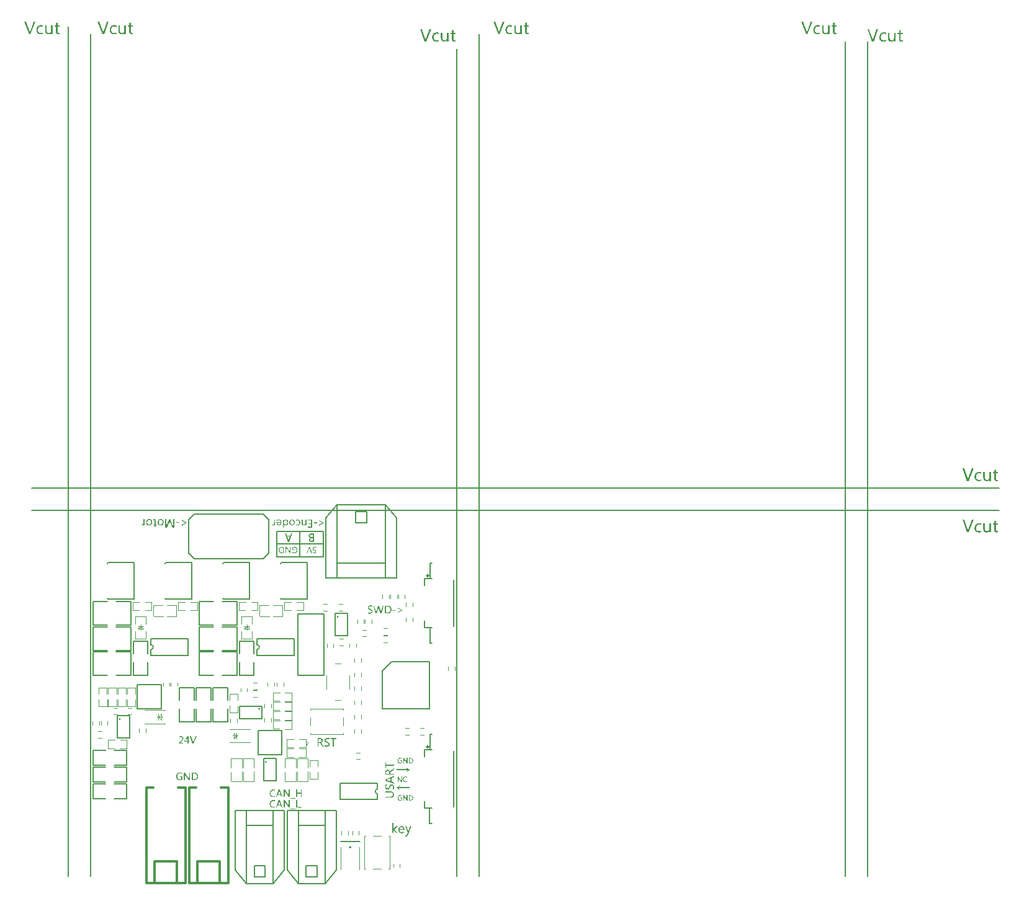
<source format=gto>
%FSLAX25Y25*%
%MOIN*%
G70*
G01*
G75*
%ADD10C,0.00900*%
%ADD11C,0.00800*%
%ADD12C,0.01500*%
%ADD13C,0.03000*%
%ADD14C,0.05000*%
%ADD15C,0.01200*%
%ADD16C,0.02500*%
%ADD17C,0.02000*%
%ADD18C,0.04000*%
%ADD19R,0.02362X0.02756*%
%ADD20R,0.02756X0.02362*%
%ADD21O,0.05906X0.00984*%
%ADD22O,0.00984X0.05906*%
%ADD23R,0.06693X0.05512*%
%ADD24R,0.04331X0.05118*%
%ADD25O,0.06299X0.02362*%
%ADD26R,0.18898X0.17716*%
%ADD27R,0.06299X0.10630*%
%ADD28R,0.04331X0.03150*%
%ADD29R,0.02800X0.03500*%
%ADD30O,0.01969X0.06299*%
%ADD31R,0.01969X0.06299*%
%ADD32R,0.04331X0.05906*%
G04:AMPARAMS|DCode=33|XSize=157.48mil|YSize=196.85mil|CornerRadius=39.37mil|HoleSize=0mil|Usage=FLASHONLY|Rotation=180.000|XOffset=0mil|YOffset=0mil|HoleType=Round|Shape=RoundedRectangle|*
%AMROUNDEDRECTD33*
21,1,0.15748,0.11811,0,0,180.0*
21,1,0.07874,0.19685,0,0,180.0*
1,1,0.07874,-0.03937,0.05906*
1,1,0.07874,0.03937,0.05906*
1,1,0.07874,0.03937,-0.05906*
1,1,0.07874,-0.03937,-0.05906*
%
%ADD33ROUNDEDRECTD33*%
%ADD34R,0.04724X0.03150*%
%ADD35R,0.03150X0.02362*%
%ADD36R,0.02362X0.03150*%
%ADD37R,0.03937X0.10236*%
%ADD38R,0.03500X0.02800*%
%ADD39R,0.03543X0.05512*%
%ADD40R,0.08661X0.05512*%
%ADD41R,0.05118X0.03150*%
%ADD42R,0.11024X0.08268*%
%ADD43R,0.03543X0.05906*%
%ADD44R,0.10236X0.03937*%
%ADD45R,0.05512X0.06693*%
%ADD46R,0.05118X0.04331*%
%ADD47R,0.03150X0.04724*%
%ADD48R,0.12598X0.07874*%
%ADD49C,0.03937*%
%ADD50C,0.06500*%
%ADD51R,0.36600X0.13000*%
%ADD52R,0.04900X0.04900*%
%ADD53R,0.03000X0.05000*%
%ADD54R,0.12000X0.05500*%
%ADD55R,0.05500X0.10500*%
%ADD56R,0.05000X0.03000*%
%ADD57R,0.06200X0.41500*%
%ADD58R,0.07200X0.03100*%
%ADD59R,0.36000X0.13000*%
%ADD60R,0.06300X0.12400*%
%ADD61R,0.07700X0.12400*%
%ADD62C,0.25590*%
%ADD63C,0.10630*%
%ADD64O,0.07480X0.06299*%
%ADD65C,0.11811*%
%ADD66C,0.07874*%
%ADD67C,0.02362*%
%ADD68R,0.06400X0.04400*%
%ADD69R,0.06400X0.12400*%
%ADD70R,0.07200X0.02400*%
%ADD71R,0.02400X0.07200*%
%ADD72R,0.36700X0.13000*%
%ADD73C,0.07000*%
%ADD74C,0.06400*%
%ADD75C,0.06000*%
%ADD76R,0.68300X0.12400*%
%ADD77C,0.00787*%
%ADD78C,0.01000*%
%ADD79C,0.00984*%
%ADD80C,0.00394*%
%ADD81C,0.00500*%
%ADD82C,0.00591*%
%ADD83C,0.01181*%
%ADD84C,0.00460*%
G36*
X161261Y-151059D02*
X161313Y-151066D01*
X161439Y-151081D01*
X161587Y-151103D01*
X161749Y-151148D01*
X161927Y-151200D01*
X162105Y-151274D01*
X162282Y-151362D01*
X162460Y-151481D01*
X162623Y-151621D01*
X162697Y-151703D01*
X162771Y-151792D01*
X162837Y-151888D01*
X162896Y-151999D01*
X162948Y-152110D01*
X162993Y-152228D01*
X163022Y-152361D01*
X163052Y-152502D01*
X163067Y-152650D01*
X163074Y-152813D01*
Y-152820D01*
Y-152835D01*
Y-152857D01*
X163067Y-152887D01*
Y-152924D01*
X163059Y-152968D01*
X163044Y-153079D01*
X163015Y-153205D01*
X162978Y-153346D01*
X162919Y-153501D01*
X162837Y-153656D01*
X162741Y-153812D01*
X162615Y-153967D01*
X162549Y-154041D01*
X162467Y-154108D01*
X162378Y-154174D01*
X162290Y-154234D01*
X162186Y-154293D01*
X162075Y-154345D01*
X161957Y-154389D01*
X161823Y-154426D01*
X161683Y-154456D01*
X161535Y-154478D01*
X161379Y-154493D01*
X161209Y-154500D01*
X158427D01*
Y-153908D01*
X161239D01*
X161305Y-153901D01*
X161394Y-153893D01*
X161498Y-153871D01*
X161616Y-153849D01*
X161742Y-153812D01*
X161868Y-153767D01*
X161994Y-153701D01*
X162119Y-153627D01*
X162238Y-153538D01*
X162341Y-153427D01*
X162430Y-153294D01*
X162497Y-153138D01*
X162541Y-152961D01*
X162549Y-152865D01*
X162556Y-152761D01*
Y-152746D01*
Y-152709D01*
X162549Y-152657D01*
X162534Y-152583D01*
X162512Y-152502D01*
X162482Y-152406D01*
X162445Y-152310D01*
X162386Y-152199D01*
X162319Y-152095D01*
X162230Y-151999D01*
X162119Y-151903D01*
X161994Y-151821D01*
X161838Y-151747D01*
X161661Y-151688D01*
X161461Y-151658D01*
X161342Y-151644D01*
X158427D01*
Y-151052D01*
X161217D01*
X161261Y-151059D01*
D02*
G37*
G36*
X170888Y-174050D02*
X170880Y-174066D01*
X170863Y-174100D01*
X170838Y-174158D01*
X170805Y-174233D01*
X170755Y-174325D01*
X170696Y-174425D01*
X170630Y-174533D01*
X170547Y-174641D01*
X170463Y-174750D01*
X170363Y-174858D01*
X170255Y-174958D01*
X170138Y-175049D01*
X170013Y-175124D01*
X169880Y-175183D01*
X169730Y-175216D01*
X169580Y-175233D01*
X169489D01*
X169439Y-175224D01*
X169297Y-175208D01*
X169164Y-175174D01*
Y-174608D01*
X169172D01*
X169197Y-174616D01*
X169230Y-174625D01*
X169280Y-174641D01*
X169330Y-174650D01*
X169397Y-174666D01*
X169530Y-174674D01*
X169572D01*
X169605Y-174666D01*
X169680Y-174650D01*
X169780Y-174608D01*
X169888Y-174550D01*
X169939Y-174508D01*
X169997Y-174458D01*
X170047Y-174400D01*
X170097Y-174325D01*
X170147Y-174250D01*
X170188Y-174158D01*
X170472Y-173500D01*
X169030Y-169826D01*
X169747D01*
X170713Y-172592D01*
X170788Y-172892D01*
X170805D01*
Y-172884D01*
X170813Y-172875D01*
Y-172850D01*
X170821Y-172817D01*
X170838Y-172775D01*
X170855Y-172725D01*
X170871Y-172659D01*
X170888Y-172592D01*
X171896Y-169826D01*
X172562D01*
X170888Y-174050D01*
D02*
G37*
G36*
X162650Y-171509D02*
X162658D01*
X164157Y-169826D01*
X164990D01*
X163333Y-171592D01*
X165124Y-173500D01*
X164232D01*
X162658Y-171734D01*
X162650D01*
Y-173500D01*
X161992D01*
Y-168061D01*
X162650D01*
Y-171509D01*
D02*
G37*
G36*
X163000Y-139522D02*
X161735Y-140285D01*
X161727D01*
X161720Y-140292D01*
X161675Y-140322D01*
X161609Y-140366D01*
X161527Y-140425D01*
X161439Y-140492D01*
X161350Y-140558D01*
X161276Y-140632D01*
X161217Y-140706D01*
X161209Y-140714D01*
X161194Y-140736D01*
X161172Y-140780D01*
X161143Y-140832D01*
X161120Y-140899D01*
X161098Y-140973D01*
X161083Y-141054D01*
X161076Y-141150D01*
Y-141580D01*
X163000D01*
Y-142172D01*
X158427D01*
Y-140773D01*
Y-140766D01*
Y-140743D01*
Y-140706D01*
X158434Y-140662D01*
Y-140610D01*
X158442Y-140544D01*
X158464Y-140396D01*
X158508Y-140225D01*
X158567Y-140055D01*
X158641Y-139885D01*
X158693Y-139804D01*
X158752Y-139730D01*
Y-139722D01*
X158767Y-139715D01*
X158812Y-139670D01*
X158886Y-139611D01*
X158982Y-139537D01*
X159108Y-139471D01*
X159263Y-139411D01*
X159441Y-139367D01*
X159544Y-139360D01*
X159648Y-139352D01*
X159692D01*
X159737Y-139360D01*
X159803Y-139367D01*
X159877Y-139382D01*
X159966Y-139404D01*
X160062Y-139434D01*
X160158Y-139478D01*
X160262Y-139530D01*
X160366Y-139596D01*
X160469Y-139678D01*
X160573Y-139781D01*
X160662Y-139892D01*
X160750Y-140033D01*
X160824Y-140188D01*
X160884Y-140366D01*
X160898D01*
Y-140359D01*
X160913Y-140336D01*
X160935Y-140299D01*
X160958Y-140255D01*
X161032Y-140144D01*
X161128Y-140040D01*
X161135Y-140033D01*
X161157Y-140018D01*
X161194Y-139981D01*
X161246Y-139944D01*
X161313Y-139892D01*
X161402Y-139833D01*
X161505Y-139759D01*
X161631Y-139685D01*
X163000Y-138827D01*
Y-139522D01*
D02*
G37*
G36*
Y-143489D02*
X161749Y-143955D01*
Y-145864D01*
X163000Y-146301D01*
Y-146952D01*
X158427Y-145213D01*
Y-144577D01*
X163000Y-142838D01*
Y-143489D01*
D02*
G37*
G36*
X161927Y-147329D02*
X161979Y-147337D01*
X162038Y-147344D01*
X162171Y-147374D01*
X162327Y-147426D01*
X162401Y-147463D01*
X162475Y-147507D01*
X162549Y-147559D01*
X162623Y-147611D01*
X162689Y-147685D01*
X162756Y-147759D01*
Y-147766D01*
X162771Y-147781D01*
X162785Y-147803D01*
X162808Y-147840D01*
X162830Y-147884D01*
X162859Y-147936D01*
X162882Y-148003D01*
X162911Y-148077D01*
X162941Y-148158D01*
X162970Y-148247D01*
X163000Y-148343D01*
X163022Y-148454D01*
X163044Y-148573D01*
X163059Y-148698D01*
X163067Y-148832D01*
X163074Y-148972D01*
Y-148987D01*
Y-149024D01*
X163067Y-149076D01*
Y-149157D01*
X163059Y-149246D01*
X163044Y-149357D01*
X163022Y-149475D01*
X163000Y-149609D01*
Y-149616D01*
Y-149623D01*
X162985Y-149668D01*
X162970Y-149734D01*
X162948Y-149808D01*
X162926Y-149897D01*
X162896Y-149986D01*
X162859Y-150067D01*
X162815Y-150134D01*
X162142D01*
X162149Y-150127D01*
X162171Y-150097D01*
X162208Y-150053D01*
X162245Y-149986D01*
X162297Y-149905D01*
X162349Y-149816D01*
X162401Y-149705D01*
X162445Y-149579D01*
Y-149572D01*
X162452Y-149564D01*
X162460Y-149520D01*
X162482Y-149453D01*
X162504Y-149364D01*
X162526Y-149261D01*
X162541Y-149142D01*
X162556Y-149024D01*
X162563Y-148906D01*
Y-148898D01*
Y-148861D01*
X162556Y-148817D01*
Y-148758D01*
X162541Y-148684D01*
X162526Y-148602D01*
X162504Y-148513D01*
X162475Y-148425D01*
X162438Y-148336D01*
X162393Y-148247D01*
X162341Y-148166D01*
X162275Y-148092D01*
X162193Y-148032D01*
X162105Y-147988D01*
X161994Y-147951D01*
X161875Y-147944D01*
X161846D01*
X161809Y-147951D01*
X161757Y-147958D01*
X161653Y-147988D01*
X161594Y-148010D01*
X161535Y-148047D01*
X161527Y-148055D01*
X161505Y-148069D01*
X161476Y-148092D01*
X161439Y-148121D01*
X161402Y-148166D01*
X161350Y-148210D01*
X161305Y-148269D01*
X161261Y-148336D01*
X161254Y-148343D01*
X161239Y-148373D01*
X161209Y-148417D01*
X161172Y-148484D01*
X161120Y-148580D01*
X161061Y-148691D01*
X160987Y-148839D01*
X160943Y-148920D01*
X160898Y-149009D01*
X160891Y-149017D01*
X160884Y-149039D01*
X160861Y-149076D01*
X160839Y-149120D01*
X160810Y-149172D01*
X160773Y-149239D01*
X160691Y-149379D01*
X160588Y-149535D01*
X160484Y-149683D01*
X160425Y-149749D01*
X160373Y-149816D01*
X160314Y-149875D01*
X160262Y-149919D01*
X160247Y-149927D01*
X160210Y-149949D01*
X160151Y-149986D01*
X160070Y-150023D01*
X159966Y-150067D01*
X159855Y-150097D01*
X159729Y-150127D01*
X159589Y-150134D01*
X159537D01*
X159492Y-150127D01*
X159448Y-150119D01*
X159389Y-150112D01*
X159263Y-150075D01*
X159115Y-150023D01*
X159041Y-149986D01*
X158967Y-149942D01*
X158893Y-149890D01*
X158819Y-149823D01*
X158752Y-149757D01*
X158686Y-149675D01*
X158678Y-149668D01*
X158671Y-149653D01*
X158656Y-149631D01*
X158634Y-149594D01*
X158604Y-149549D01*
X158575Y-149490D01*
X158545Y-149431D01*
X158516Y-149357D01*
X158486Y-149276D01*
X158456Y-149194D01*
X158427Y-149098D01*
X158397Y-148994D01*
X158360Y-148772D01*
X158345Y-148647D01*
Y-148521D01*
Y-148513D01*
Y-148491D01*
Y-148454D01*
Y-148410D01*
X158353Y-148351D01*
Y-148291D01*
X158368Y-148136D01*
X158390Y-147973D01*
X158419Y-147810D01*
X158456Y-147648D01*
X158486Y-147581D01*
X158516Y-147514D01*
X159159D01*
Y-147522D01*
X159145Y-147537D01*
X159130Y-147559D01*
X159115Y-147588D01*
X159093Y-147633D01*
X159071Y-147677D01*
X159041Y-147736D01*
X159011Y-147803D01*
X158989Y-147870D01*
X158960Y-147951D01*
X158915Y-148129D01*
X158886Y-148336D01*
X158871Y-148565D01*
Y-148573D01*
Y-148580D01*
Y-148602D01*
Y-148632D01*
X158878Y-148713D01*
X158893Y-148809D01*
X158915Y-148920D01*
X158945Y-149031D01*
X158989Y-149150D01*
X159048Y-149253D01*
X159056Y-149261D01*
X159078Y-149290D01*
X159122Y-149335D01*
X159174Y-149379D01*
X159248Y-149431D01*
X159330Y-149468D01*
X159426Y-149498D01*
X159537Y-149512D01*
X159581D01*
X159633Y-149505D01*
X159700Y-149490D01*
X159774Y-149468D01*
X159848Y-149438D01*
X159922Y-149394D01*
X159996Y-149335D01*
X160003Y-149327D01*
X160025Y-149298D01*
X160062Y-149246D01*
X160114Y-149165D01*
X160151Y-149113D01*
X160181Y-149061D01*
X160225Y-148994D01*
X160262Y-148920D01*
X160306Y-148839D01*
X160358Y-148743D01*
X160410Y-148647D01*
X160462Y-148536D01*
Y-148528D01*
X160477Y-148506D01*
X160491Y-148469D01*
X160521Y-148425D01*
X160551Y-148373D01*
X160580Y-148306D01*
X160662Y-148166D01*
X160765Y-148010D01*
X160876Y-147855D01*
X160995Y-147714D01*
X161054Y-147648D01*
X161113Y-147596D01*
X161128Y-147581D01*
X161172Y-147551D01*
X161231Y-147507D01*
X161320Y-147455D01*
X161431Y-147411D01*
X161550Y-147366D01*
X161683Y-147337D01*
X161831Y-147322D01*
X161890D01*
X161927Y-147329D01*
D02*
G37*
G36*
X167281Y-169743D02*
X167348Y-169752D01*
X167414Y-169760D01*
X167581Y-169793D01*
X167756Y-169852D01*
X167948Y-169935D01*
X168039Y-169985D01*
X168123Y-170043D01*
X168214Y-170118D01*
X168289Y-170201D01*
X168298Y-170210D01*
X168306Y-170226D01*
X168331Y-170251D01*
X168356Y-170285D01*
X168381Y-170335D01*
X168422Y-170393D01*
X168456Y-170459D01*
X168497Y-170535D01*
X168531Y-170626D01*
X168572Y-170726D01*
X168606Y-170826D01*
X168631Y-170943D01*
X168664Y-171068D01*
X168681Y-171209D01*
X168689Y-171351D01*
X168697Y-171501D01*
Y-171834D01*
X166123D01*
Y-171842D01*
Y-171859D01*
Y-171892D01*
X166132Y-171934D01*
X166140Y-171976D01*
X166148Y-172034D01*
X166173Y-172167D01*
X166207Y-172309D01*
X166265Y-172459D01*
X166348Y-172609D01*
X166448Y-172742D01*
X166465Y-172759D01*
X166507Y-172792D01*
X166573Y-172842D01*
X166673Y-172900D01*
X166790Y-172959D01*
X166940Y-173009D01*
X167115Y-173042D01*
X167306Y-173058D01*
X167365D01*
X167414Y-173050D01*
X167464D01*
X167531Y-173033D01*
X167681Y-173009D01*
X167856Y-172959D01*
X168048Y-172892D01*
X168239Y-172792D01*
X168339Y-172734D01*
X168439Y-172667D01*
Y-173250D01*
X168431D01*
X168414Y-173267D01*
X168389Y-173283D01*
X168348Y-173300D01*
X168298Y-173325D01*
X168239Y-173358D01*
X168173Y-173383D01*
X168098Y-173417D01*
X168006Y-173450D01*
X167906Y-173475D01*
X167806Y-173508D01*
X167689Y-173533D01*
X167431Y-173567D01*
X167148Y-173583D01*
X167073D01*
X167015Y-173575D01*
X166948Y-173567D01*
X166873Y-173558D01*
X166781Y-173542D01*
X166690Y-173517D01*
X166490Y-173458D01*
X166390Y-173417D01*
X166282Y-173375D01*
X166182Y-173317D01*
X166082Y-173250D01*
X165990Y-173175D01*
X165898Y-173083D01*
X165890Y-173075D01*
X165882Y-173058D01*
X165857Y-173033D01*
X165832Y-172992D01*
X165798Y-172942D01*
X165757Y-172875D01*
X165715Y-172800D01*
X165682Y-172717D01*
X165640Y-172625D01*
X165599Y-172517D01*
X165557Y-172400D01*
X165524Y-172275D01*
X165499Y-172142D01*
X165474Y-172001D01*
X165465Y-171842D01*
X165457Y-171684D01*
Y-171676D01*
Y-171642D01*
Y-171601D01*
X165465Y-171543D01*
X165474Y-171467D01*
X165482Y-171384D01*
X165499Y-171293D01*
X165515Y-171193D01*
X165574Y-170968D01*
X165615Y-170851D01*
X165665Y-170734D01*
X165724Y-170618D01*
X165790Y-170501D01*
X165865Y-170393D01*
X165948Y-170285D01*
X165957Y-170276D01*
X165973Y-170260D01*
X165998Y-170235D01*
X166040Y-170201D01*
X166082Y-170160D01*
X166140Y-170110D01*
X166207Y-170060D01*
X166282Y-170010D01*
X166373Y-169960D01*
X166465Y-169910D01*
X166673Y-169818D01*
X166781Y-169785D01*
X166906Y-169760D01*
X167031Y-169743D01*
X167165Y-169735D01*
X167231D01*
X167281Y-169743D01*
D02*
G37*
G36*
X-20240Y255906D02*
X-21104D01*
Y256660D01*
X-21115D01*
Y256649D01*
X-21137Y256627D01*
X-21169Y256583D01*
X-21202Y256528D01*
X-21257Y256463D01*
X-21322Y256386D01*
X-21399Y256310D01*
X-21486Y256233D01*
X-21585Y256146D01*
X-21694Y256069D01*
X-21814Y255993D01*
X-21945Y255927D01*
X-22098Y255873D01*
X-22252Y255829D01*
X-22415Y255807D01*
X-22601Y255796D01*
X-22678D01*
X-22754Y255807D01*
X-22864Y255829D01*
X-22995Y255862D01*
X-23148Y255906D01*
X-23301Y255971D01*
X-23454Y256048D01*
X-23618Y256157D01*
X-23771Y256299D01*
X-23924Y256463D01*
X-24044Y256660D01*
X-24153Y256889D01*
X-24241Y257162D01*
X-24273Y257315D01*
X-24295Y257479D01*
X-24317Y257654D01*
Y257840D01*
Y260726D01*
X-23476D01*
Y257960D01*
Y257949D01*
Y257895D01*
X-23465Y257829D01*
X-23454Y257731D01*
X-23443Y257622D01*
X-23421Y257501D01*
X-23377Y257370D01*
X-23334Y257228D01*
X-23279Y257097D01*
X-23202Y256955D01*
X-23104Y256835D01*
X-23006Y256725D01*
X-22874Y256627D01*
X-22722Y256561D01*
X-22547Y256518D01*
X-22350Y256496D01*
X-22328D01*
X-22262Y256507D01*
X-22153Y256518D01*
X-22033Y256550D01*
X-21891Y256594D01*
X-21738Y256671D01*
X-21585Y256769D01*
X-21454Y256900D01*
X-21443Y256922D01*
X-21399Y256977D01*
X-21344Y257064D01*
X-21279Y257184D01*
X-21213Y257337D01*
X-21159Y257523D01*
X-21115Y257720D01*
X-21104Y257949D01*
Y260726D01*
X-20240D01*
Y255906D01*
D02*
G37*
G36*
X-17595Y260726D02*
X-16404D01*
Y260026D01*
X-17595D01*
Y257381D01*
Y257359D01*
Y257305D01*
X-17584Y257217D01*
X-17573Y257119D01*
X-17530Y256900D01*
X-17497Y256791D01*
X-17442Y256703D01*
X-17431Y256693D01*
X-17410Y256671D01*
X-17366Y256638D01*
X-17311Y256605D01*
X-17235Y256561D01*
X-17147Y256528D01*
X-17027Y256507D01*
X-16896Y256496D01*
X-16852D01*
X-16797Y256507D01*
X-16732Y256518D01*
X-16655Y256539D01*
X-16568Y256561D01*
X-16480Y256605D01*
X-16404Y256660D01*
Y255949D01*
X-16415Y255938D01*
X-16459Y255927D01*
X-16513Y255906D01*
X-16601Y255884D01*
X-16710Y255851D01*
X-16841Y255829D01*
X-16983Y255818D01*
X-17158Y255807D01*
X-17213D01*
X-17278Y255818D01*
X-17355Y255829D01*
X-17453Y255851D01*
X-17562Y255884D01*
X-17683Y255927D01*
X-17803Y255982D01*
X-17923Y256059D01*
X-18043Y256157D01*
X-18153Y256266D01*
X-18251Y256408D01*
X-18328Y256572D01*
X-18393Y256758D01*
X-18437Y256977D01*
X-18448Y257228D01*
Y260026D01*
X-19278D01*
Y260726D01*
X-18448D01*
Y261895D01*
X-17595Y262158D01*
Y260726D01*
D02*
G37*
G36*
X13107Y260835D02*
X13260Y260813D01*
X13435Y260791D01*
X13632Y260748D01*
X13818Y260682D01*
X14004Y260605D01*
Y259764D01*
X13993D01*
X13982Y259775D01*
X13916Y259818D01*
X13807Y259884D01*
X13665Y259950D01*
X13501Y260015D01*
X13304Y260081D01*
X13096Y260124D01*
X12867Y260135D01*
X12801D01*
X12747Y260124D01*
X12681D01*
X12615Y260114D01*
X12441Y260070D01*
X12255Y260015D01*
X12058Y259917D01*
X11861Y259797D01*
X11763Y259709D01*
X11675Y259622D01*
Y259611D01*
X11654Y259600D01*
X11632Y259567D01*
X11599Y259534D01*
X11533Y259414D01*
X11446Y259261D01*
X11359Y259075D01*
X11293Y258835D01*
X11238Y258572D01*
X11216Y258266D01*
Y258256D01*
Y258234D01*
Y258190D01*
X11227Y258124D01*
Y258059D01*
X11238Y257982D01*
X11271Y257796D01*
X11326Y257589D01*
X11391Y257370D01*
X11501Y257152D01*
X11643Y256966D01*
X11665Y256944D01*
X11719Y256889D01*
X11817Y256813D01*
X11960Y256736D01*
X12124Y256649D01*
X12320Y256572D01*
X12561Y256518D01*
X12692Y256507D01*
X12823Y256496D01*
X12889D01*
X12932Y256507D01*
X13053Y256518D01*
X13206Y256550D01*
X13381Y256594D01*
X13588Y256671D01*
X13796Y256769D01*
X14004Y256900D01*
Y256113D01*
X13993D01*
X13982Y256102D01*
X13949Y256080D01*
X13905Y256069D01*
X13850Y256037D01*
X13785Y256015D01*
X13632Y255960D01*
X13435Y255895D01*
X13206Y255851D01*
X12943Y255807D01*
X12659Y255796D01*
X12561D01*
X12484Y255807D01*
X12397Y255818D01*
X12298Y255829D01*
X12178Y255851D01*
X12058Y255884D01*
X11785Y255960D01*
X11643Y256015D01*
X11512Y256080D01*
X11369Y256157D01*
X11227Y256244D01*
X11096Y256343D01*
X10976Y256463D01*
X10965Y256474D01*
X10954Y256496D01*
X10921Y256528D01*
X10878Y256583D01*
X10834Y256649D01*
X10779Y256736D01*
X10714Y256824D01*
X10659Y256933D01*
X10604Y257053D01*
X10539Y257184D01*
X10484Y257326D01*
X10440Y257479D01*
X10397Y257643D01*
X10375Y257818D01*
X10353Y258004D01*
X10342Y258201D01*
Y258212D01*
Y258256D01*
Y258321D01*
X10353Y258398D01*
X10364Y258496D01*
X10375Y258616D01*
X10397Y258747D01*
X10429Y258889D01*
X10506Y259195D01*
X10571Y259349D01*
X10637Y259512D01*
X10714Y259665D01*
X10801Y259829D01*
X10910Y259971D01*
X11031Y260114D01*
X11041Y260124D01*
X11063Y260146D01*
X11107Y260179D01*
X11162Y260234D01*
X11227Y260288D01*
X11315Y260343D01*
X11402Y260409D01*
X11522Y260485D01*
X11643Y260551D01*
X11785Y260616D01*
X11938Y260671D01*
X12091Y260737D01*
X12277Y260780D01*
X12462Y260813D01*
X12659Y260835D01*
X12867Y260846D01*
X12976D01*
X13107Y260835D01*
D02*
G37*
G36*
X166329Y-147813D02*
X166311Y-147850D01*
X166274Y-147915D01*
X166237Y-147998D01*
X166144Y-148174D01*
X166098Y-148257D01*
X166052Y-148340D01*
X166042Y-148349D01*
X166033Y-148377D01*
X166006Y-148414D01*
X165969Y-148470D01*
X165913Y-148535D01*
X165858Y-148618D01*
X165793Y-148701D01*
X165719Y-148793D01*
X171509D01*
Y-149441D01*
X165719D01*
X165728Y-149450D01*
X165756Y-149487D01*
X165793Y-149533D01*
X165839Y-149598D01*
X165941Y-149746D01*
X166042Y-149894D01*
X166052Y-149904D01*
X166061Y-149931D01*
X166089Y-149978D01*
X166126Y-150033D01*
X166163Y-150116D01*
X166218Y-150209D01*
X166274Y-150320D01*
X166339Y-150449D01*
X166052D01*
X166042Y-150440D01*
X166033Y-150431D01*
X166006Y-150403D01*
X165978Y-150366D01*
X165894Y-150274D01*
X165793Y-150172D01*
X165673Y-150042D01*
X165543Y-149922D01*
X165413Y-149802D01*
X165284Y-149691D01*
X165266Y-149681D01*
X165228Y-149644D01*
X165155Y-149598D01*
X165071Y-149533D01*
X164960Y-149460D01*
X164831Y-149376D01*
X164683Y-149284D01*
X164525Y-149200D01*
Y-149034D01*
X164535D01*
X164544Y-149025D01*
X164600Y-148997D01*
X164683Y-148951D01*
X164785Y-148895D01*
X164905Y-148821D01*
X165025Y-148738D01*
X165155Y-148645D01*
X165284Y-148553D01*
X165303Y-148544D01*
X165340Y-148507D01*
X165404Y-148442D01*
X165497Y-148359D01*
X165608Y-148257D01*
X165737Y-148127D01*
X165885Y-147970D01*
X166052Y-147794D01*
X166339D01*
X166329Y-147813D01*
D02*
G37*
G36*
X-26263Y260835D02*
X-26110Y260813D01*
X-25935Y260791D01*
X-25738Y260748D01*
X-25552Y260682D01*
X-25367Y260605D01*
Y259764D01*
X-25378D01*
X-25388Y259775D01*
X-25454Y259818D01*
X-25563Y259884D01*
X-25705Y259950D01*
X-25869Y260015D01*
X-26066Y260081D01*
X-26274Y260124D01*
X-26503Y260135D01*
X-26569D01*
X-26623Y260124D01*
X-26689D01*
X-26755Y260114D01*
X-26930Y260070D01*
X-27115Y260015D01*
X-27312Y259917D01*
X-27509Y259797D01*
X-27607Y259709D01*
X-27695Y259622D01*
Y259611D01*
X-27716Y259600D01*
X-27738Y259567D01*
X-27771Y259534D01*
X-27837Y259414D01*
X-27924Y259261D01*
X-28012Y259075D01*
X-28077Y258835D01*
X-28132Y258572D01*
X-28154Y258266D01*
Y258256D01*
Y258234D01*
Y258190D01*
X-28143Y258124D01*
Y258059D01*
X-28132Y257982D01*
X-28099Y257796D01*
X-28044Y257589D01*
X-27979Y257370D01*
X-27869Y257152D01*
X-27727Y256966D01*
X-27706Y256944D01*
X-27651Y256889D01*
X-27553Y256813D01*
X-27410Y256736D01*
X-27246Y256649D01*
X-27050Y256572D01*
X-26809Y256518D01*
X-26678Y256507D01*
X-26547Y256496D01*
X-26481D01*
X-26438Y256507D01*
X-26318Y256518D01*
X-26164Y256550D01*
X-25990Y256594D01*
X-25782Y256671D01*
X-25574Y256769D01*
X-25367Y256900D01*
Y256113D01*
X-25378D01*
X-25388Y256102D01*
X-25421Y256080D01*
X-25465Y256069D01*
X-25520Y256037D01*
X-25585Y256015D01*
X-25738Y255960D01*
X-25935Y255895D01*
X-26164Y255851D01*
X-26427Y255807D01*
X-26711Y255796D01*
X-26809D01*
X-26886Y255807D01*
X-26973Y255818D01*
X-27072Y255829D01*
X-27192Y255851D01*
X-27312Y255884D01*
X-27585Y255960D01*
X-27727Y256015D01*
X-27859Y256080D01*
X-28001Y256157D01*
X-28143Y256244D01*
X-28274Y256343D01*
X-28394Y256463D01*
X-28405Y256474D01*
X-28416Y256496D01*
X-28449Y256528D01*
X-28493Y256583D01*
X-28536Y256649D01*
X-28591Y256736D01*
X-28657Y256824D01*
X-28711Y256933D01*
X-28766Y257053D01*
X-28831Y257184D01*
X-28886Y257326D01*
X-28930Y257479D01*
X-28973Y257643D01*
X-28995Y257818D01*
X-29017Y258004D01*
X-29028Y258201D01*
Y258212D01*
Y258256D01*
Y258321D01*
X-29017Y258398D01*
X-29006Y258496D01*
X-28995Y258616D01*
X-28973Y258747D01*
X-28941Y258889D01*
X-28864Y259195D01*
X-28799Y259349D01*
X-28733Y259512D01*
X-28657Y259665D01*
X-28569Y259829D01*
X-28460Y259971D01*
X-28339Y260114D01*
X-28329Y260124D01*
X-28307Y260146D01*
X-28263Y260179D01*
X-28208Y260234D01*
X-28143Y260288D01*
X-28055Y260343D01*
X-27968Y260409D01*
X-27848Y260485D01*
X-27727Y260551D01*
X-27585Y260616D01*
X-27432Y260671D01*
X-27279Y260737D01*
X-27093Y260780D01*
X-26908Y260813D01*
X-26711Y260835D01*
X-26503Y260846D01*
X-26394D01*
X-26263Y260835D01*
D02*
G37*
G36*
X-32034Y255906D02*
X-32996D01*
X-35433Y262660D01*
X-34471D01*
X-32646Y257381D01*
Y257370D01*
X-32635Y257337D01*
X-32613Y257283D01*
X-32591Y257206D01*
X-32580Y257119D01*
X-32559Y257009D01*
X-32537Y256900D01*
X-32515Y256769D01*
X-32493D01*
Y256780D01*
X-32482Y256824D01*
X-32471Y256878D01*
X-32460Y256966D01*
X-32438Y257053D01*
X-32416Y257152D01*
X-32340Y257381D01*
X-30482Y262660D01*
X-29542D01*
X-32034Y255906D01*
D02*
G37*
G36*
X158952Y-136770D02*
X163000D01*
Y-137369D01*
X158952D01*
Y-138679D01*
X158427D01*
Y-135452D01*
X158952D01*
Y-136770D01*
D02*
G37*
G36*
X125507Y-6645D02*
Y-6860D01*
X122904Y-8290D01*
Y-7811D01*
X124841Y-6770D01*
Y-6756D01*
X122904Y-5833D01*
Y-5354D01*
X125507Y-6645D01*
D02*
G37*
G36*
X119094Y-9289D02*
X116881D01*
Y-8796D01*
X118539D01*
Y-7422D01*
X116999D01*
Y-6929D01*
X118539D01*
Y-5486D01*
X116783D01*
Y-5000D01*
X119094D01*
Y-9289D01*
D02*
G37*
G36*
X127520Y-122353D02*
X127580D01*
X127735Y-122368D01*
X127898Y-122390D01*
X128061Y-122419D01*
X128223Y-122456D01*
X128290Y-122486D01*
X128357Y-122516D01*
Y-123159D01*
X128349D01*
X128334Y-123145D01*
X128312Y-123130D01*
X128283Y-123115D01*
X128238Y-123093D01*
X128194Y-123071D01*
X128135Y-123041D01*
X128068Y-123011D01*
X128001Y-122989D01*
X127920Y-122960D01*
X127742Y-122915D01*
X127535Y-122886D01*
X127306Y-122871D01*
X127239D01*
X127158Y-122878D01*
X127062Y-122893D01*
X126951Y-122915D01*
X126840Y-122945D01*
X126721Y-122989D01*
X126618Y-123048D01*
X126610Y-123056D01*
X126581Y-123078D01*
X126536Y-123122D01*
X126492Y-123174D01*
X126440Y-123248D01*
X126403Y-123330D01*
X126373Y-123426D01*
X126359Y-123537D01*
Y-123552D01*
Y-123581D01*
X126366Y-123633D01*
X126381Y-123700D01*
X126403Y-123774D01*
X126433Y-123848D01*
X126477Y-123922D01*
X126536Y-123996D01*
X126544Y-124003D01*
X126573Y-124025D01*
X126625Y-124062D01*
X126706Y-124114D01*
X126758Y-124151D01*
X126810Y-124181D01*
X126877Y-124225D01*
X126951Y-124262D01*
X127032Y-124306D01*
X127128Y-124358D01*
X127224Y-124410D01*
X127335Y-124462D01*
X127343D01*
X127365Y-124477D01*
X127402Y-124491D01*
X127446Y-124521D01*
X127498Y-124551D01*
X127565Y-124580D01*
X127705Y-124662D01*
X127861Y-124765D01*
X128016Y-124876D01*
X128157Y-124995D01*
X128223Y-125054D01*
X128275Y-125113D01*
X128290Y-125128D01*
X128320Y-125172D01*
X128364Y-125231D01*
X128416Y-125320D01*
X128460Y-125431D01*
X128505Y-125550D01*
X128534Y-125683D01*
X128549Y-125831D01*
Y-125838D01*
Y-125860D01*
Y-125890D01*
X128542Y-125927D01*
X128534Y-125979D01*
X128527Y-126038D01*
X128497Y-126171D01*
X128445Y-126327D01*
X128408Y-126401D01*
X128364Y-126475D01*
X128312Y-126549D01*
X128260Y-126623D01*
X128186Y-126689D01*
X128112Y-126756D01*
X128105D01*
X128090Y-126771D01*
X128068Y-126785D01*
X128031Y-126808D01*
X127987Y-126830D01*
X127935Y-126859D01*
X127868Y-126882D01*
X127794Y-126911D01*
X127713Y-126941D01*
X127624Y-126970D01*
X127528Y-127000D01*
X127417Y-127022D01*
X127298Y-127044D01*
X127173Y-127059D01*
X127039Y-127067D01*
X126899Y-127074D01*
X126847D01*
X126795Y-127067D01*
X126714D01*
X126625Y-127059D01*
X126514Y-127044D01*
X126396Y-127022D01*
X126262Y-127000D01*
X126248D01*
X126203Y-126985D01*
X126137Y-126970D01*
X126063Y-126948D01*
X125974Y-126926D01*
X125885Y-126896D01*
X125804Y-126859D01*
X125737Y-126815D01*
Y-126142D01*
X125744Y-126149D01*
X125774Y-126171D01*
X125818Y-126208D01*
X125885Y-126245D01*
X125966Y-126297D01*
X126055Y-126349D01*
X126166Y-126401D01*
X126292Y-126445D01*
X126299D01*
X126307Y-126452D01*
X126351Y-126460D01*
X126418Y-126482D01*
X126507Y-126504D01*
X126610Y-126526D01*
X126729Y-126541D01*
X126847Y-126556D01*
X126965Y-126563D01*
X127010D01*
X127054Y-126556D01*
X127113D01*
X127187Y-126541D01*
X127269Y-126526D01*
X127358Y-126504D01*
X127446Y-126475D01*
X127535Y-126438D01*
X127624Y-126393D01*
X127705Y-126341D01*
X127779Y-126275D01*
X127839Y-126193D01*
X127883Y-126105D01*
X127920Y-125994D01*
X127927Y-125875D01*
Y-125868D01*
Y-125846D01*
X127920Y-125809D01*
X127913Y-125757D01*
X127883Y-125653D01*
X127861Y-125594D01*
X127824Y-125535D01*
X127816Y-125527D01*
X127802Y-125505D01*
X127779Y-125476D01*
X127750Y-125439D01*
X127705Y-125402D01*
X127661Y-125350D01*
X127602Y-125305D01*
X127535Y-125261D01*
X127528Y-125254D01*
X127498Y-125239D01*
X127454Y-125209D01*
X127387Y-125172D01*
X127291Y-125120D01*
X127180Y-125061D01*
X127032Y-124987D01*
X126951Y-124943D01*
X126862Y-124898D01*
X126854Y-124891D01*
X126832Y-124884D01*
X126795Y-124861D01*
X126751Y-124839D01*
X126699Y-124810D01*
X126632Y-124773D01*
X126492Y-124691D01*
X126336Y-124588D01*
X126188Y-124484D01*
X126122Y-124425D01*
X126055Y-124373D01*
X125996Y-124314D01*
X125952Y-124262D01*
X125944Y-124247D01*
X125922Y-124210D01*
X125885Y-124151D01*
X125848Y-124070D01*
X125804Y-123966D01*
X125774Y-123855D01*
X125744Y-123729D01*
X125737Y-123589D01*
Y-123581D01*
Y-123566D01*
Y-123537D01*
X125744Y-123492D01*
X125752Y-123448D01*
X125759Y-123389D01*
X125796Y-123263D01*
X125848Y-123115D01*
X125885Y-123041D01*
X125929Y-122967D01*
X125981Y-122893D01*
X126048Y-122819D01*
X126114Y-122752D01*
X126196Y-122686D01*
X126203Y-122678D01*
X126218Y-122671D01*
X126240Y-122656D01*
X126277Y-122634D01*
X126322Y-122604D01*
X126381Y-122575D01*
X126440Y-122545D01*
X126514Y-122516D01*
X126595Y-122486D01*
X126677Y-122456D01*
X126773Y-122427D01*
X126877Y-122397D01*
X127099Y-122360D01*
X127224Y-122345D01*
X127461D01*
X127520Y-122353D01*
D02*
G37*
G36*
X99239Y-8061D02*
X98691D01*
Y-7436D01*
X98684D01*
Y-7443D01*
X98670Y-7464D01*
X98656Y-7498D01*
X98635Y-7540D01*
X98614Y-7596D01*
X98580Y-7651D01*
X98497Y-7776D01*
X98441Y-7839D01*
X98385Y-7901D01*
X98316Y-7956D01*
X98247Y-8012D01*
X98163Y-8054D01*
X98073Y-8088D01*
X97983Y-8109D01*
X97879Y-8116D01*
X97816D01*
X97775Y-8109D01*
X97677Y-8102D01*
X97636Y-8088D01*
X97594Y-8074D01*
Y-7526D01*
X97601Y-7533D01*
X97615Y-7540D01*
X97650Y-7554D01*
X97691Y-7575D01*
X97747Y-7596D01*
X97809Y-7609D01*
X97886Y-7616D01*
X97969Y-7623D01*
X97983D01*
X98018Y-7616D01*
X98080Y-7609D01*
X98150Y-7589D01*
X98233Y-7554D01*
X98323Y-7498D01*
X98406Y-7422D01*
X98448Y-7380D01*
X98489Y-7325D01*
X98497Y-7311D01*
X98517Y-7269D01*
X98552Y-7207D01*
X98587Y-7117D01*
X98628Y-7006D01*
X98656Y-6874D01*
X98684Y-6721D01*
X98691Y-6548D01*
Y-5000D01*
X99239D01*
Y-8061D01*
D02*
G37*
G36*
X108504Y-4938D02*
X108566Y-4944D01*
X108629Y-4951D01*
X108705Y-4965D01*
X108789Y-4986D01*
X108962Y-5035D01*
X109052Y-5069D01*
X109142Y-5111D01*
X109233Y-5160D01*
X109323Y-5222D01*
X109406Y-5285D01*
X109489Y-5361D01*
X109496Y-5368D01*
X109510Y-5382D01*
X109524Y-5403D01*
X109552Y-5437D01*
X109587Y-5486D01*
X109621Y-5534D01*
X109656Y-5597D01*
X109691Y-5666D01*
X109732Y-5743D01*
X109767Y-5826D01*
X109802Y-5923D01*
X109836Y-6020D01*
X109864Y-6131D01*
X109878Y-6249D01*
X109892Y-6367D01*
X109899Y-6499D01*
Y-6506D01*
Y-6534D01*
Y-6575D01*
X109892Y-6624D01*
X109885Y-6686D01*
X109878Y-6763D01*
X109864Y-6846D01*
X109843Y-6929D01*
X109795Y-7124D01*
X109760Y-7221D01*
X109718Y-7325D01*
X109670Y-7422D01*
X109614Y-7519D01*
X109552Y-7609D01*
X109476Y-7693D01*
X109469Y-7700D01*
X109455Y-7713D01*
X109434Y-7734D01*
X109399Y-7762D01*
X109358Y-7797D01*
X109302Y-7831D01*
X109240Y-7873D01*
X109170Y-7915D01*
X109094Y-7956D01*
X109011Y-7998D01*
X108913Y-8033D01*
X108809Y-8067D01*
X108698Y-8095D01*
X108580Y-8116D01*
X108455Y-8130D01*
X108324Y-8137D01*
X108254D01*
X108212Y-8130D01*
X108150Y-8123D01*
X108088Y-8116D01*
X108011Y-8102D01*
X107928Y-8081D01*
X107761Y-8033D01*
X107671Y-7998D01*
X107581Y-7956D01*
X107491Y-7908D01*
X107407Y-7852D01*
X107324Y-7790D01*
X107248Y-7713D01*
X107241Y-7707D01*
X107234Y-7693D01*
X107213Y-7672D01*
X107185Y-7637D01*
X107158Y-7596D01*
X107123Y-7540D01*
X107088Y-7478D01*
X107046Y-7408D01*
X107012Y-7332D01*
X106977Y-7242D01*
X106942Y-7145D01*
X106915Y-7040D01*
X106887Y-6929D01*
X106866Y-6804D01*
X106859Y-6679D01*
X106852Y-6541D01*
Y-6534D01*
Y-6506D01*
Y-6471D01*
X106859Y-6423D01*
X106866Y-6360D01*
X106873Y-6291D01*
X106887Y-6208D01*
X106901Y-6124D01*
X106956Y-5937D01*
X106984Y-5840D01*
X107026Y-5743D01*
X107074Y-5645D01*
X107130Y-5555D01*
X107192Y-5458D01*
X107269Y-5375D01*
X107276Y-5368D01*
X107289Y-5354D01*
X107310Y-5333D01*
X107345Y-5305D01*
X107387Y-5271D01*
X107435Y-5236D01*
X107498Y-5194D01*
X107567Y-5153D01*
X107643Y-5111D01*
X107727Y-5069D01*
X107817Y-5035D01*
X107921Y-5000D01*
X108025Y-4972D01*
X108143Y-4951D01*
X108261Y-4938D01*
X108393Y-4931D01*
X108455D01*
X108504Y-4938D01*
D02*
G37*
G36*
X101363D02*
X101418Y-4944D01*
X101481Y-4951D01*
X101557Y-4965D01*
X101633Y-4986D01*
X101800Y-5035D01*
X101883Y-5069D01*
X101973Y-5104D01*
X102057Y-5153D01*
X102140Y-5208D01*
X102216Y-5271D01*
X102293Y-5347D01*
X102300Y-5354D01*
X102306Y-5368D01*
X102327Y-5389D01*
X102348Y-5423D01*
X102376Y-5465D01*
X102411Y-5520D01*
X102445Y-5583D01*
X102473Y-5652D01*
X102508Y-5729D01*
X102542Y-5819D01*
X102577Y-5916D01*
X102605Y-6020D01*
X102626Y-6131D01*
X102647Y-6249D01*
X102654Y-6381D01*
X102661Y-6513D01*
Y-6520D01*
Y-6548D01*
Y-6582D01*
X102654Y-6631D01*
X102647Y-6693D01*
X102640Y-6763D01*
X102626Y-6839D01*
X102612Y-6922D01*
X102563Y-7110D01*
X102529Y-7207D01*
X102487Y-7304D01*
X102438Y-7401D01*
X102383Y-7498D01*
X102320Y-7589D01*
X102251Y-7679D01*
X102244Y-7686D01*
X102230Y-7700D01*
X102209Y-7721D01*
X102175Y-7748D01*
X102140Y-7783D01*
X102091Y-7825D01*
X102036Y-7866D01*
X101973Y-7908D01*
X101897Y-7949D01*
X101821Y-7991D01*
X101647Y-8067D01*
X101557Y-8095D01*
X101453Y-8116D01*
X101349Y-8130D01*
X101238Y-8137D01*
X101182D01*
X101141Y-8130D01*
X101085Y-8123D01*
X101030Y-8116D01*
X100891Y-8088D01*
X100745Y-8040D01*
X100585Y-7970D01*
X100509Y-7929D01*
X100440Y-7880D01*
X100363Y-7818D01*
X100301Y-7748D01*
X100294Y-7741D01*
X100287Y-7727D01*
X100266Y-7707D01*
X100245Y-7679D01*
X100224Y-7637D01*
X100190Y-7589D01*
X100162Y-7533D01*
X100127Y-7471D01*
X100100Y-7394D01*
X100065Y-7311D01*
X100037Y-7228D01*
X100016Y-7131D01*
X99989Y-7027D01*
X99975Y-6909D01*
X99968Y-6791D01*
X99961Y-6666D01*
Y-6388D01*
X102105D01*
Y-6381D01*
Y-6367D01*
Y-6339D01*
X102098Y-6305D01*
X102091Y-6270D01*
X102084Y-6221D01*
X102064Y-6110D01*
X102036Y-5992D01*
X101987Y-5867D01*
X101918Y-5743D01*
X101835Y-5632D01*
X101821Y-5618D01*
X101786Y-5590D01*
X101731Y-5548D01*
X101647Y-5500D01*
X101550Y-5451D01*
X101425Y-5410D01*
X101279Y-5382D01*
X101120Y-5368D01*
X101071D01*
X101030Y-5375D01*
X100988D01*
X100932Y-5389D01*
X100807Y-5410D01*
X100662Y-5451D01*
X100502Y-5507D01*
X100343Y-5590D01*
X100259Y-5638D01*
X100176Y-5694D01*
Y-5208D01*
X100183D01*
X100197Y-5194D01*
X100218Y-5180D01*
X100252Y-5167D01*
X100294Y-5146D01*
X100343Y-5118D01*
X100398Y-5097D01*
X100461Y-5069D01*
X100537Y-5042D01*
X100620Y-5021D01*
X100703Y-4993D01*
X100801Y-4972D01*
X101016Y-4944D01*
X101252Y-4931D01*
X101314D01*
X101363Y-4938D01*
D02*
G37*
G36*
X132205Y-122952D02*
X130887D01*
Y-127000D01*
X130288D01*
Y-122952D01*
X128978D01*
Y-122427D01*
X132205D01*
Y-122952D01*
D02*
G37*
G36*
X156419Y-55500D02*
X155773D01*
X154906Y-52412D01*
Y-52405D01*
X154899Y-52377D01*
X154885Y-52328D01*
X154878Y-52273D01*
X154864Y-52210D01*
X154850Y-52134D01*
X154836Y-51968D01*
X154830D01*
Y-51974D01*
X154823Y-52009D01*
Y-52051D01*
X154816Y-52106D01*
X154802Y-52176D01*
X154788Y-52245D01*
X154753Y-52405D01*
X153879Y-55500D01*
X153240D01*
X151991Y-51211D01*
X152609D01*
X153483Y-54452D01*
Y-54459D01*
X153490Y-54487D01*
X153504Y-54535D01*
X153511Y-54591D01*
X153525Y-54660D01*
X153539Y-54730D01*
X153553Y-54896D01*
X153567D01*
Y-54889D01*
X153574Y-54869D01*
Y-54827D01*
X153580Y-54778D01*
X153594Y-54716D01*
X153608Y-54639D01*
X153629Y-54549D01*
X153657Y-54452D01*
X154587Y-51211D01*
X155135D01*
X156023Y-54480D01*
Y-54487D01*
X156030Y-54508D01*
X156037Y-54542D01*
X156051Y-54591D01*
X156058Y-54646D01*
X156072Y-54723D01*
X156079Y-54799D01*
X156093Y-54889D01*
X156107D01*
Y-54882D01*
Y-54855D01*
X156114Y-54820D01*
X156120Y-54771D01*
X156134Y-54709D01*
X156148Y-54633D01*
X156162Y-54556D01*
X156183Y-54466D01*
X157030Y-51211D01*
X157626D01*
X156419Y-55500D01*
D02*
G37*
G36*
X167884Y-53640D02*
Y-53848D01*
X165281Y-55139D01*
Y-54660D01*
X167218Y-53744D01*
Y-53723D01*
X165281Y-52689D01*
Y-52210D01*
X167884Y-53640D01*
D02*
G37*
G36*
X159570Y-51218D02*
X159639D01*
X159722Y-51225D01*
X159819Y-51239D01*
X159924Y-51260D01*
X160041Y-51280D01*
X160167Y-51315D01*
X160298Y-51350D01*
X160437Y-51398D01*
X160569Y-51454D01*
X160708Y-51516D01*
X160840Y-51593D01*
X160971Y-51683D01*
X161096Y-51780D01*
X161103Y-51787D01*
X161124Y-51808D01*
X161159Y-51836D01*
X161200Y-51884D01*
X161249Y-51940D01*
X161298Y-52009D01*
X161360Y-52092D01*
X161423Y-52183D01*
X161478Y-52287D01*
X161541Y-52398D01*
X161589Y-52523D01*
X161645Y-52662D01*
X161679Y-52807D01*
X161714Y-52960D01*
X161735Y-53127D01*
X161742Y-53300D01*
Y-53314D01*
Y-53342D01*
X161735Y-53397D01*
Y-53467D01*
X161721Y-53550D01*
X161707Y-53647D01*
X161686Y-53758D01*
X161659Y-53876D01*
X161624Y-54001D01*
X161582Y-54133D01*
X161534Y-54265D01*
X161471Y-54396D01*
X161395Y-54528D01*
X161312Y-54660D01*
X161207Y-54785D01*
X161096Y-54903D01*
X161090Y-54910D01*
X161069Y-54931D01*
X161027Y-54959D01*
X160978Y-54993D01*
X160916Y-55042D01*
X160840Y-55090D01*
X160749Y-55146D01*
X160645Y-55202D01*
X160534Y-55257D01*
X160409Y-55313D01*
X160271Y-55361D01*
X160125Y-55410D01*
X159965Y-55445D01*
X159799Y-55472D01*
X159618Y-55493D01*
X159431Y-55500D01*
X158244D01*
Y-51211D01*
X159514D01*
X159570Y-51218D01*
D02*
G37*
G36*
X123502Y-122434D02*
X123554D01*
X123621Y-122442D01*
X123769Y-122464D01*
X123939Y-122508D01*
X124109Y-122567D01*
X124279Y-122641D01*
X124361Y-122693D01*
X124435Y-122752D01*
X124442D01*
X124449Y-122767D01*
X124494Y-122812D01*
X124553Y-122886D01*
X124627Y-122982D01*
X124694Y-123108D01*
X124753Y-123263D01*
X124797Y-123441D01*
X124805Y-123544D01*
X124812Y-123648D01*
Y-123655D01*
Y-123692D01*
X124805Y-123737D01*
X124797Y-123803D01*
X124782Y-123877D01*
X124760Y-123966D01*
X124731Y-124062D01*
X124686Y-124158D01*
X124634Y-124262D01*
X124568Y-124366D01*
X124486Y-124469D01*
X124383Y-124573D01*
X124272Y-124662D01*
X124131Y-124750D01*
X123976Y-124824D01*
X123798Y-124884D01*
Y-124898D01*
X123806D01*
X123828Y-124913D01*
X123865Y-124935D01*
X123909Y-124958D01*
X124020Y-125032D01*
X124124Y-125128D01*
X124131Y-125135D01*
X124146Y-125157D01*
X124183Y-125194D01*
X124220Y-125246D01*
X124272Y-125313D01*
X124331Y-125402D01*
X124405Y-125505D01*
X124479Y-125631D01*
X125337Y-127000D01*
X124642D01*
X123880Y-125735D01*
Y-125727D01*
X123872Y-125720D01*
X123843Y-125675D01*
X123798Y-125609D01*
X123739Y-125527D01*
X123672Y-125439D01*
X123606Y-125350D01*
X123532Y-125276D01*
X123458Y-125217D01*
X123450Y-125209D01*
X123428Y-125194D01*
X123384Y-125172D01*
X123332Y-125143D01*
X123265Y-125120D01*
X123191Y-125098D01*
X123110Y-125083D01*
X123014Y-125076D01*
X122585D01*
Y-127000D01*
X121993D01*
Y-122427D01*
X123458D01*
X123502Y-122434D01*
D02*
G37*
G36*
X150672Y-51142D02*
X150728D01*
X150874Y-51156D01*
X151026Y-51176D01*
X151179Y-51204D01*
X151332Y-51239D01*
X151394Y-51267D01*
X151457Y-51294D01*
Y-51898D01*
X151450D01*
X151436Y-51884D01*
X151415Y-51870D01*
X151387Y-51856D01*
X151346Y-51836D01*
X151304Y-51815D01*
X151249Y-51787D01*
X151186Y-51759D01*
X151124Y-51739D01*
X151047Y-51711D01*
X150881Y-51669D01*
X150686Y-51641D01*
X150471Y-51627D01*
X150409D01*
X150332Y-51634D01*
X150242Y-51648D01*
X150138Y-51669D01*
X150034Y-51697D01*
X149923Y-51739D01*
X149826Y-51794D01*
X149819Y-51801D01*
X149791Y-51822D01*
X149750Y-51863D01*
X149708Y-51912D01*
X149659Y-51981D01*
X149625Y-52058D01*
X149597Y-52148D01*
X149583Y-52252D01*
Y-52266D01*
Y-52294D01*
X149590Y-52342D01*
X149604Y-52405D01*
X149625Y-52474D01*
X149652Y-52544D01*
X149694Y-52613D01*
X149750Y-52682D01*
X149757Y-52689D01*
X149784Y-52710D01*
X149833Y-52745D01*
X149909Y-52793D01*
X149958Y-52828D01*
X150006Y-52856D01*
X150069Y-52898D01*
X150138Y-52932D01*
X150215Y-52974D01*
X150305Y-53022D01*
X150395Y-53071D01*
X150499Y-53120D01*
X150506D01*
X150527Y-53133D01*
X150561Y-53147D01*
X150603Y-53175D01*
X150652Y-53203D01*
X150714Y-53231D01*
X150846Y-53307D01*
X150992Y-53404D01*
X151137Y-53508D01*
X151269Y-53619D01*
X151332Y-53675D01*
X151380Y-53730D01*
X151394Y-53744D01*
X151422Y-53786D01*
X151464Y-53841D01*
X151512Y-53925D01*
X151554Y-54029D01*
X151596Y-54140D01*
X151623Y-54265D01*
X151637Y-54404D01*
Y-54410D01*
Y-54431D01*
Y-54459D01*
X151630Y-54494D01*
X151623Y-54542D01*
X151616Y-54598D01*
X151589Y-54723D01*
X151540Y-54869D01*
X151505Y-54938D01*
X151464Y-55007D01*
X151415Y-55077D01*
X151366Y-55146D01*
X151297Y-55208D01*
X151228Y-55271D01*
X151221D01*
X151207Y-55285D01*
X151186Y-55299D01*
X151151Y-55320D01*
X151110Y-55340D01*
X151061Y-55368D01*
X150999Y-55389D01*
X150929Y-55417D01*
X150853Y-55445D01*
X150770Y-55472D01*
X150680Y-55500D01*
X150575Y-55521D01*
X150464Y-55542D01*
X150346Y-55555D01*
X150221Y-55563D01*
X150090Y-55569D01*
X150041D01*
X149992Y-55563D01*
X149916D01*
X149833Y-55555D01*
X149729Y-55542D01*
X149618Y-55521D01*
X149493Y-55500D01*
X149479D01*
X149437Y-55486D01*
X149375Y-55472D01*
X149305Y-55451D01*
X149222Y-55431D01*
X149139Y-55403D01*
X149063Y-55368D01*
X149000Y-55326D01*
Y-54695D01*
X149007Y-54702D01*
X149035Y-54723D01*
X149076Y-54757D01*
X149139Y-54792D01*
X149215Y-54841D01*
X149298Y-54889D01*
X149402Y-54938D01*
X149521Y-54979D01*
X149527D01*
X149534Y-54986D01*
X149576Y-54993D01*
X149638Y-55014D01*
X149722Y-55035D01*
X149819Y-55056D01*
X149930Y-55070D01*
X150041Y-55084D01*
X150152Y-55090D01*
X150194D01*
X150235Y-55084D01*
X150291D01*
X150360Y-55070D01*
X150437Y-55056D01*
X150520Y-55035D01*
X150603Y-55007D01*
X150686Y-54973D01*
X150770Y-54931D01*
X150846Y-54882D01*
X150915Y-54820D01*
X150971Y-54743D01*
X151013Y-54660D01*
X151047Y-54556D01*
X151054Y-54445D01*
Y-54438D01*
Y-54417D01*
X151047Y-54383D01*
X151040Y-54334D01*
X151013Y-54237D01*
X150992Y-54181D01*
X150957Y-54126D01*
X150950Y-54119D01*
X150936Y-54098D01*
X150915Y-54070D01*
X150888Y-54036D01*
X150846Y-54001D01*
X150804Y-53952D01*
X150749Y-53911D01*
X150686Y-53869D01*
X150680Y-53862D01*
X150652Y-53848D01*
X150610Y-53821D01*
X150548Y-53786D01*
X150457Y-53737D01*
X150353Y-53682D01*
X150215Y-53612D01*
X150138Y-53571D01*
X150055Y-53529D01*
X150048Y-53522D01*
X150027Y-53515D01*
X149992Y-53494D01*
X149951Y-53474D01*
X149902Y-53446D01*
X149840Y-53411D01*
X149708Y-53335D01*
X149562Y-53238D01*
X149423Y-53140D01*
X149361Y-53085D01*
X149298Y-53036D01*
X149243Y-52981D01*
X149201Y-52932D01*
X149194Y-52918D01*
X149173Y-52884D01*
X149139Y-52828D01*
X149104Y-52752D01*
X149063Y-52655D01*
X149035Y-52551D01*
X149007Y-52433D01*
X149000Y-52301D01*
Y-52294D01*
Y-52280D01*
Y-52252D01*
X149007Y-52210D01*
X149014Y-52169D01*
X149021Y-52113D01*
X149056Y-51995D01*
X149104Y-51856D01*
X149139Y-51787D01*
X149180Y-51718D01*
X149229Y-51648D01*
X149292Y-51579D01*
X149354Y-51516D01*
X149430Y-51454D01*
X149437Y-51447D01*
X149451Y-51440D01*
X149472Y-51426D01*
X149507Y-51405D01*
X149548Y-51378D01*
X149604Y-51350D01*
X149659Y-51322D01*
X149729Y-51294D01*
X149805Y-51267D01*
X149881Y-51239D01*
X149972Y-51211D01*
X150069Y-51183D01*
X150277Y-51149D01*
X150395Y-51135D01*
X150617D01*
X150672Y-51142D01*
D02*
G37*
G36*
X164081Y-54015D02*
X162450D01*
Y-53592D01*
X164081D01*
Y-54015D01*
D02*
G37*
G36*
X432515Y251969D02*
X431652D01*
Y252723D01*
X431641D01*
Y252712D01*
X431619Y252690D01*
X431587Y252646D01*
X431554Y252591D01*
X431499Y252526D01*
X431433Y252449D01*
X431357Y252373D01*
X431270Y252296D01*
X431171Y252209D01*
X431062Y252133D01*
X430942Y252056D01*
X430810Y251990D01*
X430657Y251936D01*
X430504Y251892D01*
X430340Y251870D01*
X430155Y251859D01*
X430078D01*
X430002Y251870D01*
X429892Y251892D01*
X429761Y251925D01*
X429608Y251969D01*
X429455Y252034D01*
X429302Y252111D01*
X429138Y252220D01*
X428985Y252362D01*
X428832Y252526D01*
X428712Y252723D01*
X428603Y252952D01*
X428515Y253225D01*
X428482Y253379D01*
X428461Y253542D01*
X428439Y253717D01*
Y253903D01*
Y256789D01*
X429280D01*
Y254023D01*
Y254012D01*
Y253958D01*
X429291Y253892D01*
X429302Y253794D01*
X429313Y253684D01*
X429335Y253564D01*
X429379Y253433D01*
X429422Y253291D01*
X429477Y253160D01*
X429554Y253018D01*
X429652Y252898D01*
X429750Y252788D01*
X429881Y252690D01*
X430034Y252624D01*
X430209Y252581D01*
X430406Y252559D01*
X430428D01*
X430493Y252570D01*
X430603Y252581D01*
X430723Y252613D01*
X430865Y252657D01*
X431018Y252734D01*
X431171Y252832D01*
X431302Y252963D01*
X431313Y252985D01*
X431357Y253040D01*
X431412Y253127D01*
X431477Y253247D01*
X431543Y253400D01*
X431597Y253586D01*
X431641Y253783D01*
X431652Y254012D01*
Y256789D01*
X432515D01*
Y251969D01*
D02*
G37*
G36*
X435161Y256789D02*
X436352D01*
Y256089D01*
X435161D01*
Y253444D01*
Y253422D01*
Y253367D01*
X435172Y253280D01*
X435182Y253182D01*
X435226Y252963D01*
X435259Y252854D01*
X435314Y252766D01*
X435324Y252755D01*
X435346Y252734D01*
X435390Y252701D01*
X435445Y252668D01*
X435521Y252624D01*
X435609Y252591D01*
X435729Y252570D01*
X435860Y252559D01*
X435904D01*
X435958Y252570D01*
X436024Y252581D01*
X436101Y252602D01*
X436188Y252624D01*
X436275Y252668D01*
X436352Y252723D01*
Y252012D01*
X436341Y252001D01*
X436297Y251990D01*
X436243Y251969D01*
X436155Y251947D01*
X436046Y251914D01*
X435915Y251892D01*
X435773Y251881D01*
X435598Y251870D01*
X435543D01*
X435478Y251881D01*
X435401Y251892D01*
X435303Y251914D01*
X435193Y251947D01*
X435073Y251990D01*
X434953Y252045D01*
X434833Y252121D01*
X434713Y252220D01*
X434603Y252329D01*
X434505Y252471D01*
X434428Y252635D01*
X434363Y252821D01*
X434319Y253040D01*
X434308Y253291D01*
Y256089D01*
X433477D01*
Y256789D01*
X434308D01*
Y257958D01*
X435161Y258221D01*
Y256789D01*
D02*
G37*
G36*
X477674Y-6882D02*
X477827Y-6903D01*
X478002Y-6925D01*
X478199Y-6969D01*
X478385Y-7035D01*
X478571Y-7111D01*
Y-7953D01*
X478559D01*
X478549Y-7942D01*
X478483Y-7898D01*
X478374Y-7833D01*
X478232Y-7767D01*
X478068Y-7701D01*
X477871Y-7636D01*
X477663Y-7592D01*
X477434Y-7581D01*
X477368D01*
X477314Y-7592D01*
X477248D01*
X477182Y-7603D01*
X477007Y-7647D01*
X476822Y-7701D01*
X476625Y-7800D01*
X476428Y-7920D01*
X476330Y-8007D01*
X476242Y-8095D01*
Y-8106D01*
X476221Y-8117D01*
X476199Y-8150D01*
X476166Y-8182D01*
X476100Y-8303D01*
X476013Y-8456D01*
X475925Y-8641D01*
X475860Y-8882D01*
X475805Y-9144D01*
X475783Y-9450D01*
Y-9461D01*
Y-9483D01*
Y-9527D01*
X475794Y-9592D01*
Y-9658D01*
X475805Y-9734D01*
X475838Y-9920D01*
X475893Y-10128D01*
X475958Y-10346D01*
X476067Y-10565D01*
X476210Y-10751D01*
X476231Y-10773D01*
X476286Y-10827D01*
X476384Y-10904D01*
X476527Y-10980D01*
X476690Y-11068D01*
X476887Y-11144D01*
X477128Y-11199D01*
X477259Y-11210D01*
X477390Y-11221D01*
X477456D01*
X477499Y-11210D01*
X477620Y-11199D01*
X477773Y-11166D01*
X477948Y-11122D01*
X478155Y-11046D01*
X478363Y-10948D01*
X478571Y-10816D01*
Y-11603D01*
X478559D01*
X478549Y-11614D01*
X478516Y-11636D01*
X478472Y-11647D01*
X478417Y-11680D01*
X478352Y-11702D01*
X478199Y-11756D01*
X478002Y-11822D01*
X477773Y-11866D01*
X477510Y-11909D01*
X477226Y-11920D01*
X477128D01*
X477051Y-11909D01*
X476964Y-11898D01*
X476865Y-11887D01*
X476745Y-11866D01*
X476625Y-11833D01*
X476352Y-11756D01*
X476210Y-11702D01*
X476078Y-11636D01*
X475936Y-11560D01*
X475794Y-11472D01*
X475663Y-11374D01*
X475543Y-11254D01*
X475532Y-11243D01*
X475521Y-11221D01*
X475488Y-11188D01*
X475445Y-11133D01*
X475401Y-11068D01*
X475346Y-10980D01*
X475281Y-10893D01*
X475226Y-10784D01*
X475171Y-10663D01*
X475106Y-10532D01*
X475051Y-10390D01*
X475007Y-10237D01*
X474964Y-10073D01*
X474942Y-9898D01*
X474920Y-9713D01*
X474909Y-9516D01*
Y-9505D01*
Y-9461D01*
Y-9396D01*
X474920Y-9319D01*
X474931Y-9221D01*
X474942Y-9100D01*
X474964Y-8969D01*
X474996Y-8827D01*
X475073Y-8521D01*
X475139Y-8368D01*
X475204Y-8204D01*
X475281Y-8051D01*
X475368Y-7887D01*
X475477Y-7745D01*
X475597Y-7603D01*
X475608Y-7592D01*
X475630Y-7570D01*
X475674Y-7537D01*
X475729Y-7483D01*
X475794Y-7428D01*
X475882Y-7373D01*
X475969Y-7308D01*
X476089Y-7231D01*
X476210Y-7166D01*
X476352Y-7100D01*
X476505Y-7045D01*
X476658Y-6980D01*
X476844Y-6936D01*
X477029Y-6903D01*
X477226Y-6882D01*
X477434Y-6871D01*
X477543D01*
X477674Y-6882D01*
D02*
G37*
G36*
X399728Y260726D02*
X400919D01*
Y260026D01*
X399728D01*
Y257381D01*
Y257359D01*
Y257305D01*
X399739Y257217D01*
X399749Y257119D01*
X399793Y256900D01*
X399826Y256791D01*
X399881Y256703D01*
X399891Y256693D01*
X399913Y256671D01*
X399957Y256638D01*
X400012Y256605D01*
X400088Y256561D01*
X400176Y256528D01*
X400296Y256507D01*
X400427Y256496D01*
X400471D01*
X400525Y256507D01*
X400591Y256518D01*
X400667Y256539D01*
X400755Y256561D01*
X400842Y256605D01*
X400919Y256660D01*
Y255949D01*
X400908Y255938D01*
X400864Y255927D01*
X400810Y255906D01*
X400722Y255884D01*
X400613Y255851D01*
X400482Y255829D01*
X400340Y255818D01*
X400165Y255807D01*
X400110D01*
X400044Y255818D01*
X399968Y255829D01*
X399870Y255851D01*
X399760Y255884D01*
X399640Y255927D01*
X399520Y255982D01*
X399400Y256059D01*
X399279Y256157D01*
X399170Y256266D01*
X399072Y256408D01*
X398995Y256572D01*
X398930Y256758D01*
X398886Y256977D01*
X398875Y257228D01*
Y260026D01*
X398044D01*
Y260726D01*
X398875D01*
Y261895D01*
X399728Y262158D01*
Y260726D01*
D02*
G37*
G36*
X426493Y256898D02*
X426646Y256876D01*
X426821Y256854D01*
X427018Y256810D01*
X427204Y256745D01*
X427389Y256668D01*
Y255827D01*
X427378D01*
X427367Y255838D01*
X427302Y255881D01*
X427193Y255947D01*
X427050Y256013D01*
X426887Y256078D01*
X426690Y256144D01*
X426482Y256188D01*
X426253Y256198D01*
X426187D01*
X426132Y256188D01*
X426067D01*
X426001Y256176D01*
X425826Y256133D01*
X425641Y256078D01*
X425444Y255980D01*
X425247Y255860D01*
X425149Y255772D01*
X425061Y255685D01*
Y255674D01*
X425039Y255663D01*
X425018Y255630D01*
X424985Y255597D01*
X424919Y255477D01*
X424832Y255324D01*
X424744Y255138D01*
X424679Y254898D01*
X424624Y254635D01*
X424602Y254329D01*
Y254318D01*
Y254297D01*
Y254253D01*
X424613Y254187D01*
Y254122D01*
X424624Y254045D01*
X424657Y253859D01*
X424712Y253652D01*
X424777Y253433D01*
X424886Y253215D01*
X425029Y253029D01*
X425050Y253007D01*
X425105Y252952D01*
X425203Y252876D01*
X425345Y252799D01*
X425509Y252712D01*
X425706Y252635D01*
X425947Y252581D01*
X426078Y252570D01*
X426209Y252559D01*
X426274D01*
X426318Y252570D01*
X426439Y252581D01*
X426591Y252613D01*
X426766Y252657D01*
X426974Y252734D01*
X427182Y252832D01*
X427389Y252963D01*
Y252176D01*
X427378D01*
X427367Y252165D01*
X427335Y252143D01*
X427291Y252133D01*
X427236Y252100D01*
X427171Y252078D01*
X427018Y252023D01*
X426821Y251958D01*
X426591Y251914D01*
X426329Y251870D01*
X426045Y251859D01*
X425947D01*
X425870Y251870D01*
X425783Y251881D01*
X425684Y251892D01*
X425564Y251914D01*
X425444Y251947D01*
X425171Y252023D01*
X425029Y252078D01*
X424897Y252143D01*
X424755Y252220D01*
X424613Y252307D01*
X424482Y252406D01*
X424362Y252526D01*
X424351Y252537D01*
X424340Y252559D01*
X424307Y252591D01*
X424263Y252646D01*
X424220Y252712D01*
X424165Y252799D01*
X424099Y252887D01*
X424045Y252996D01*
X423990Y253116D01*
X423924Y253247D01*
X423870Y253389D01*
X423826Y253542D01*
X423782Y253706D01*
X423761Y253881D01*
X423739Y254067D01*
X423728Y254264D01*
Y254275D01*
Y254318D01*
Y254384D01*
X423739Y254461D01*
X423750Y254559D01*
X423761Y254679D01*
X423782Y254810D01*
X423815Y254952D01*
X423892Y255258D01*
X423957Y255412D01*
X424023Y255575D01*
X424099Y255728D01*
X424187Y255892D01*
X424296Y256034D01*
X424416Y256176D01*
X424427Y256188D01*
X424449Y256209D01*
X424493Y256242D01*
X424548Y256297D01*
X424613Y256351D01*
X424701Y256406D01*
X424788Y256472D01*
X424908Y256548D01*
X425029Y256614D01*
X425171Y256679D01*
X425324Y256734D01*
X425477Y256800D01*
X425662Y256843D01*
X425848Y256876D01*
X426045Y256898D01*
X426253Y256909D01*
X426362D01*
X426493Y256898D01*
D02*
G37*
G36*
X420722Y251969D02*
X419760D01*
X417323Y258723D01*
X418285D01*
X420110Y253444D01*
Y253433D01*
X420121Y253400D01*
X420143Y253346D01*
X420165Y253269D01*
X420176Y253182D01*
X420197Y253072D01*
X420219Y252963D01*
X420241Y252832D01*
X420263D01*
Y252843D01*
X420274Y252887D01*
X420285Y252941D01*
X420296Y253029D01*
X420318Y253116D01*
X420339Y253215D01*
X420416Y253444D01*
X422274Y258723D01*
X423214D01*
X420722Y251969D01*
D02*
G37*
G36*
X471903Y-11811D02*
X470941D01*
X468504Y-5056D01*
X469466D01*
X471291Y-10335D01*
Y-10346D01*
X471302Y-10379D01*
X471324Y-10434D01*
X471346Y-10510D01*
X471357Y-10598D01*
X471379Y-10707D01*
X471400Y-10816D01*
X471422Y-10948D01*
X471444D01*
Y-10937D01*
X471455Y-10893D01*
X471466Y-10838D01*
X471477Y-10751D01*
X471499Y-10663D01*
X471521Y-10565D01*
X471597Y-10335D01*
X473455Y-5056D01*
X474395D01*
X471903Y-11811D01*
D02*
G37*
G36*
Y15748D02*
X470941D01*
X468504Y22503D01*
X469466D01*
X471291Y17224D01*
Y17213D01*
X471302Y17180D01*
X471324Y17125D01*
X471346Y17049D01*
X471357Y16961D01*
X471379Y16852D01*
X471400Y16743D01*
X471422Y16612D01*
X471444D01*
Y16622D01*
X471455Y16666D01*
X471466Y16721D01*
X471477Y16808D01*
X471499Y16896D01*
X471521Y16994D01*
X471597Y17224D01*
X473455Y22503D01*
X474395D01*
X471903Y15748D01*
D02*
G37*
G36*
X483697D02*
X482833D01*
Y16502D01*
X482822D01*
Y16491D01*
X482800Y16469D01*
X482768Y16426D01*
X482735Y16371D01*
X482680Y16306D01*
X482615Y16229D01*
X482538Y16152D01*
X482451Y16076D01*
X482352Y15989D01*
X482243Y15912D01*
X482123Y15835D01*
X481992Y15770D01*
X481839Y15715D01*
X481685Y15672D01*
X481522Y15650D01*
X481336Y15639D01*
X481259D01*
X481183Y15650D01*
X481073Y15672D01*
X480942Y15704D01*
X480789Y15748D01*
X480636Y15814D01*
X480483Y15890D01*
X480319Y15999D01*
X480166Y16141D01*
X480013Y16306D01*
X479893Y16502D01*
X479784Y16732D01*
X479696Y17005D01*
X479664Y17158D01*
X479642Y17322D01*
X479620Y17497D01*
Y17683D01*
Y20568D01*
X480461D01*
Y17803D01*
Y17792D01*
Y17737D01*
X480472Y17672D01*
X480483Y17573D01*
X480494Y17464D01*
X480516Y17344D01*
X480560Y17213D01*
X480603Y17071D01*
X480658Y16939D01*
X480735Y16797D01*
X480833Y16677D01*
X480931Y16568D01*
X481063Y16469D01*
X481215Y16404D01*
X481390Y16360D01*
X481587Y16338D01*
X481609D01*
X481675Y16349D01*
X481784Y16360D01*
X481904Y16393D01*
X482046Y16437D01*
X482199Y16513D01*
X482352Y16612D01*
X482483Y16743D01*
X482494Y16765D01*
X482538Y16819D01*
X482593Y16907D01*
X482658Y17027D01*
X482724Y17180D01*
X482779Y17366D01*
X482822Y17562D01*
X482833Y17792D01*
Y20568D01*
X483697D01*
Y15748D01*
D02*
G37*
G36*
X486342Y20568D02*
X487533D01*
Y19869D01*
X486342D01*
Y17224D01*
Y17202D01*
Y17147D01*
X486353Y17060D01*
X486364Y16961D01*
X486407Y16743D01*
X486440Y16633D01*
X486495Y16546D01*
X486506Y16535D01*
X486527Y16513D01*
X486571Y16480D01*
X486626Y16448D01*
X486702Y16404D01*
X486790Y16371D01*
X486910Y16349D01*
X487041Y16338D01*
X487085D01*
X487140Y16349D01*
X487205Y16360D01*
X487282Y16382D01*
X487369Y16404D01*
X487457Y16448D01*
X487533Y16502D01*
Y15792D01*
X487522Y15781D01*
X487478Y15770D01*
X487424Y15748D01*
X487336Y15726D01*
X487227Y15693D01*
X487096Y15672D01*
X486954Y15661D01*
X486779Y15650D01*
X486724D01*
X486659Y15661D01*
X486582Y15672D01*
X486484Y15693D01*
X486375Y15726D01*
X486254Y15770D01*
X486134Y15824D01*
X486014Y15901D01*
X485894Y15999D01*
X485784Y16109D01*
X485686Y16251D01*
X485609Y16415D01*
X485544Y16601D01*
X485500Y16819D01*
X485489Y17071D01*
Y19869D01*
X484658D01*
Y20568D01*
X485489D01*
Y21738D01*
X486342Y22000D01*
Y20568D01*
D02*
G37*
G36*
X483697Y-11811D02*
X482833D01*
Y-11057D01*
X482822D01*
Y-11068D01*
X482800Y-11090D01*
X482768Y-11133D01*
X482735Y-11188D01*
X482680Y-11254D01*
X482615Y-11330D01*
X482538Y-11407D01*
X482451Y-11483D01*
X482352Y-11571D01*
X482243Y-11647D01*
X482123Y-11724D01*
X481992Y-11789D01*
X481839Y-11844D01*
X481685Y-11887D01*
X481522Y-11909D01*
X481336Y-11920D01*
X481259D01*
X481183Y-11909D01*
X481073Y-11887D01*
X480942Y-11855D01*
X480789Y-11811D01*
X480636Y-11745D01*
X480483Y-11669D01*
X480319Y-11560D01*
X480166Y-11417D01*
X480013Y-11254D01*
X479893Y-11057D01*
X479784Y-10827D01*
X479696Y-10554D01*
X479664Y-10401D01*
X479642Y-10237D01*
X479620Y-10062D01*
Y-9876D01*
Y-6991D01*
X480461D01*
Y-9756D01*
Y-9767D01*
Y-9822D01*
X480472Y-9887D01*
X480483Y-9986D01*
X480494Y-10095D01*
X480516Y-10215D01*
X480560Y-10346D01*
X480603Y-10488D01*
X480658Y-10620D01*
X480735Y-10762D01*
X480833Y-10882D01*
X480931Y-10991D01*
X481063Y-11090D01*
X481215Y-11155D01*
X481390Y-11199D01*
X481587Y-11221D01*
X481609D01*
X481675Y-11210D01*
X481784Y-11199D01*
X481904Y-11166D01*
X482046Y-11122D01*
X482199Y-11046D01*
X482352Y-10948D01*
X482483Y-10816D01*
X482494Y-10795D01*
X482538Y-10740D01*
X482593Y-10652D01*
X482658Y-10532D01*
X482724Y-10379D01*
X482779Y-10193D01*
X482822Y-9997D01*
X482833Y-9767D01*
Y-6991D01*
X483697D01*
Y-11811D01*
D02*
G37*
G36*
X486342Y-6991D02*
X487533D01*
Y-7690D01*
X486342D01*
Y-10335D01*
Y-10357D01*
Y-10412D01*
X486353Y-10499D01*
X486364Y-10598D01*
X486407Y-10816D01*
X486440Y-10926D01*
X486495Y-11013D01*
X486506Y-11024D01*
X486527Y-11046D01*
X486571Y-11079D01*
X486626Y-11112D01*
X486702Y-11155D01*
X486790Y-11188D01*
X486910Y-11210D01*
X487041Y-11221D01*
X487085D01*
X487140Y-11210D01*
X487205Y-11199D01*
X487282Y-11177D01*
X487369Y-11155D01*
X487457Y-11112D01*
X487533Y-11057D01*
Y-11767D01*
X487522Y-11778D01*
X487478Y-11789D01*
X487424Y-11811D01*
X487336Y-11833D01*
X487227Y-11866D01*
X487096Y-11887D01*
X486954Y-11898D01*
X486779Y-11909D01*
X486724D01*
X486659Y-11898D01*
X486582Y-11887D01*
X486484Y-11866D01*
X486375Y-11833D01*
X486254Y-11789D01*
X486134Y-11734D01*
X486014Y-11658D01*
X485894Y-11560D01*
X485784Y-11450D01*
X485686Y-11308D01*
X485609Y-11144D01*
X485544Y-10959D01*
X485500Y-10740D01*
X485489Y-10488D01*
Y-7690D01*
X484658D01*
Y-6991D01*
X485489D01*
Y-5821D01*
X486342Y-5559D01*
Y-6991D01*
D02*
G37*
G36*
X477674Y20677D02*
X477827Y20656D01*
X478002Y20634D01*
X478199Y20590D01*
X478385Y20524D01*
X478571Y20448D01*
Y19606D01*
X478559D01*
X478549Y19617D01*
X478483Y19661D01*
X478374Y19727D01*
X478232Y19792D01*
X478068Y19858D01*
X477871Y19923D01*
X477663Y19967D01*
X477434Y19978D01*
X477368D01*
X477314Y19967D01*
X477248D01*
X477182Y19956D01*
X477007Y19912D01*
X476822Y19858D01*
X476625Y19759D01*
X476428Y19639D01*
X476330Y19552D01*
X476242Y19464D01*
Y19453D01*
X476221Y19442D01*
X476199Y19410D01*
X476166Y19377D01*
X476100Y19257D01*
X476013Y19104D01*
X475925Y18918D01*
X475860Y18677D01*
X475805Y18415D01*
X475783Y18109D01*
Y18098D01*
Y18076D01*
Y18032D01*
X475794Y17967D01*
Y17901D01*
X475805Y17825D01*
X475838Y17639D01*
X475893Y17431D01*
X475958Y17213D01*
X476067Y16994D01*
X476210Y16808D01*
X476231Y16786D01*
X476286Y16732D01*
X476384Y16655D01*
X476527Y16579D01*
X476690Y16491D01*
X476887Y16415D01*
X477128Y16360D01*
X477259Y16349D01*
X477390Y16338D01*
X477456D01*
X477499Y16349D01*
X477620Y16360D01*
X477773Y16393D01*
X477948Y16437D01*
X478155Y16513D01*
X478363Y16612D01*
X478571Y16743D01*
Y15956D01*
X478559D01*
X478549Y15945D01*
X478516Y15923D01*
X478472Y15912D01*
X478417Y15879D01*
X478352Y15857D01*
X478199Y15803D01*
X478002Y15737D01*
X477773Y15693D01*
X477510Y15650D01*
X477226Y15639D01*
X477128D01*
X477051Y15650D01*
X476964Y15661D01*
X476865Y15672D01*
X476745Y15693D01*
X476625Y15726D01*
X476352Y15803D01*
X476210Y15857D01*
X476078Y15923D01*
X475936Y15999D01*
X475794Y16087D01*
X475663Y16185D01*
X475543Y16306D01*
X475532Y16316D01*
X475521Y16338D01*
X475488Y16371D01*
X475445Y16426D01*
X475401Y16491D01*
X475346Y16579D01*
X475281Y16666D01*
X475226Y16775D01*
X475171Y16896D01*
X475106Y17027D01*
X475051Y17169D01*
X475007Y17322D01*
X474964Y17486D01*
X474942Y17661D01*
X474920Y17847D01*
X474909Y18043D01*
Y18054D01*
Y18098D01*
Y18164D01*
X474920Y18240D01*
X474931Y18338D01*
X474942Y18459D01*
X474964Y18590D01*
X474996Y18732D01*
X475073Y19038D01*
X475139Y19191D01*
X475204Y19355D01*
X475281Y19508D01*
X475368Y19672D01*
X475477Y19814D01*
X475597Y19956D01*
X475608Y19967D01*
X475630Y19989D01*
X475674Y20022D01*
X475729Y20076D01*
X475794Y20131D01*
X475882Y20186D01*
X475969Y20251D01*
X476089Y20328D01*
X476210Y20393D01*
X476352Y20459D01*
X476505Y20514D01*
X476658Y20579D01*
X476844Y20623D01*
X477029Y20656D01*
X477226Y20677D01*
X477434Y20688D01*
X477543D01*
X477674Y20677D01*
D02*
G37*
G36*
X397082Y255906D02*
X396219D01*
Y256660D01*
X396208D01*
Y256649D01*
X396186Y256627D01*
X396153Y256583D01*
X396121Y256528D01*
X396066Y256463D01*
X396000Y256386D01*
X395924Y256310D01*
X395836Y256233D01*
X395738Y256146D01*
X395629Y256069D01*
X395509Y255993D01*
X395377Y255927D01*
X395224Y255873D01*
X395071Y255829D01*
X394907Y255807D01*
X394722Y255796D01*
X394645D01*
X394569Y255807D01*
X394459Y255829D01*
X394328Y255862D01*
X394175Y255906D01*
X394022Y255971D01*
X393869Y256048D01*
X393705Y256157D01*
X393552Y256299D01*
X393399Y256463D01*
X393279Y256660D01*
X393169Y256889D01*
X393082Y257162D01*
X393049Y257315D01*
X393027Y257479D01*
X393006Y257654D01*
Y257840D01*
Y260726D01*
X393847D01*
Y257960D01*
Y257949D01*
Y257895D01*
X393858Y257829D01*
X393869Y257731D01*
X393880Y257622D01*
X393902Y257501D01*
X393946Y257370D01*
X393989Y257228D01*
X394044Y257097D01*
X394120Y256955D01*
X394219Y256835D01*
X394317Y256725D01*
X394448Y256627D01*
X394601Y256561D01*
X394776Y256518D01*
X394973Y256496D01*
X394995D01*
X395060Y256507D01*
X395170Y256518D01*
X395290Y256550D01*
X395432Y256594D01*
X395585Y256671D01*
X395738Y256769D01*
X395869Y256900D01*
X395880Y256922D01*
X395924Y256977D01*
X395978Y257064D01*
X396044Y257184D01*
X396110Y257337D01*
X396164Y257523D01*
X396208Y257720D01*
X396219Y257949D01*
Y260726D01*
X397082D01*
Y255906D01*
D02*
G37*
G36*
X186336Y256898D02*
X186489Y256876D01*
X186663Y256854D01*
X186860Y256810D01*
X187046Y256745D01*
X187232Y256668D01*
Y255827D01*
X187221D01*
X187210Y255838D01*
X187144Y255881D01*
X187035Y255947D01*
X186893Y256013D01*
X186729Y256078D01*
X186532Y256144D01*
X186325Y256188D01*
X186095Y256198D01*
X186030D01*
X185975Y256188D01*
X185909D01*
X185844Y256176D01*
X185669Y256133D01*
X185483Y256078D01*
X185286Y255980D01*
X185090Y255860D01*
X184991Y255772D01*
X184904Y255685D01*
Y255674D01*
X184882Y255663D01*
X184860Y255630D01*
X184827Y255597D01*
X184762Y255477D01*
X184674Y255324D01*
X184587Y255138D01*
X184521Y254898D01*
X184467Y254635D01*
X184445Y254329D01*
Y254318D01*
Y254297D01*
Y254253D01*
X184456Y254187D01*
Y254122D01*
X184467Y254045D01*
X184499Y253859D01*
X184554Y253652D01*
X184620Y253433D01*
X184729Y253215D01*
X184871Y253029D01*
X184893Y253007D01*
X184948Y252952D01*
X185046Y252876D01*
X185188Y252799D01*
X185352Y252712D01*
X185549Y252635D01*
X185789Y252581D01*
X185920Y252570D01*
X186051Y252559D01*
X186117D01*
X186161Y252570D01*
X186281Y252581D01*
X186434Y252613D01*
X186609Y252657D01*
X186817Y252734D01*
X187024Y252832D01*
X187232Y252963D01*
Y252176D01*
X187221D01*
X187210Y252165D01*
X187177Y252143D01*
X187134Y252133D01*
X187079Y252100D01*
X187013Y252078D01*
X186860Y252023D01*
X186663Y251958D01*
X186434Y251914D01*
X186172Y251870D01*
X185888Y251859D01*
X185789D01*
X185713Y251870D01*
X185625Y251881D01*
X185527Y251892D01*
X185407Y251914D01*
X185286Y251947D01*
X185013Y252023D01*
X184871Y252078D01*
X184740Y252143D01*
X184598Y252220D01*
X184456Y252307D01*
X184325Y252406D01*
X184204Y252526D01*
X184193Y252537D01*
X184182Y252559D01*
X184150Y252591D01*
X184106Y252646D01*
X184062Y252712D01*
X184008Y252799D01*
X183942Y252887D01*
X183887Y252996D01*
X183833Y253116D01*
X183767Y253247D01*
X183712Y253389D01*
X183669Y253542D01*
X183625Y253706D01*
X183603Y253881D01*
X183581Y254067D01*
X183570Y254264D01*
Y254275D01*
Y254318D01*
Y254384D01*
X183581Y254461D01*
X183592Y254559D01*
X183603Y254679D01*
X183625Y254810D01*
X183658Y254952D01*
X183734Y255258D01*
X183800Y255412D01*
X183865Y255575D01*
X183942Y255728D01*
X184029Y255892D01*
X184139Y256034D01*
X184259Y256176D01*
X184270Y256188D01*
X184292Y256209D01*
X184335Y256242D01*
X184390Y256297D01*
X184456Y256351D01*
X184543Y256406D01*
X184631Y256472D01*
X184751Y256548D01*
X184871Y256614D01*
X185013Y256679D01*
X185166Y256734D01*
X185319Y256800D01*
X185505Y256843D01*
X185691Y256876D01*
X185888Y256898D01*
X186095Y256909D01*
X186205D01*
X186336Y256898D01*
D02*
G37*
G36*
X180565Y251969D02*
X179603D01*
X177165Y258723D01*
X178127D01*
X179953Y253444D01*
Y253433D01*
X179963Y253400D01*
X179985Y253346D01*
X180007Y253269D01*
X180018Y253182D01*
X180040Y253072D01*
X180062Y252963D01*
X180084Y252832D01*
X180105D01*
Y252843D01*
X180116Y252887D01*
X180127Y252941D01*
X180138Y253029D01*
X180160Y253116D01*
X180182Y253215D01*
X180259Y253444D01*
X182117Y258723D01*
X183057D01*
X180565Y251969D01*
D02*
G37*
G36*
X192358D02*
X191495D01*
Y252723D01*
X191484D01*
Y252712D01*
X191462Y252690D01*
X191429Y252646D01*
X191396Y252591D01*
X191342Y252526D01*
X191276Y252449D01*
X191200Y252373D01*
X191112Y252296D01*
X191014Y252209D01*
X190904Y252133D01*
X190784Y252056D01*
X190653Y251990D01*
X190500Y251936D01*
X190347Y251892D01*
X190183Y251870D01*
X189997Y251859D01*
X189921D01*
X189844Y251870D01*
X189735Y251892D01*
X189604Y251925D01*
X189451Y251969D01*
X189298Y252034D01*
X189145Y252111D01*
X188981Y252220D01*
X188828Y252362D01*
X188675Y252526D01*
X188554Y252723D01*
X188445Y252952D01*
X188358Y253225D01*
X188325Y253379D01*
X188303Y253542D01*
X188281Y253717D01*
Y253903D01*
Y256789D01*
X189123D01*
Y254023D01*
Y254012D01*
Y253958D01*
X189134Y253892D01*
X189145Y253794D01*
X189156Y253684D01*
X189177Y253564D01*
X189221Y253433D01*
X189265Y253291D01*
X189320Y253160D01*
X189396Y253018D01*
X189494Y252898D01*
X189593Y252788D01*
X189724Y252690D01*
X189877Y252624D01*
X190052Y252581D01*
X190249Y252559D01*
X190270D01*
X190336Y252570D01*
X190445Y252581D01*
X190566Y252613D01*
X190708Y252657D01*
X190861Y252734D01*
X191014Y252832D01*
X191145Y252963D01*
X191156Y252985D01*
X191200Y253040D01*
X191254Y253127D01*
X191320Y253247D01*
X191385Y253400D01*
X191440Y253586D01*
X191484Y253783D01*
X191495Y254012D01*
Y256789D01*
X192358D01*
Y251969D01*
D02*
G37*
G36*
X7336Y255906D02*
X6374D01*
X3937Y262660D01*
X4899D01*
X6724Y257381D01*
Y257370D01*
X6735Y257337D01*
X6757Y257283D01*
X6779Y257206D01*
X6790Y257119D01*
X6812Y257009D01*
X6833Y256900D01*
X6855Y256769D01*
X6877D01*
Y256780D01*
X6888Y256824D01*
X6899Y256878D01*
X6910Y256966D01*
X6932Y257053D01*
X6954Y257152D01*
X7030Y257381D01*
X8888Y262660D01*
X9828D01*
X7336Y255906D01*
D02*
G37*
G36*
X19130D02*
X18266D01*
Y256660D01*
X18255D01*
Y256649D01*
X18233Y256627D01*
X18201Y256583D01*
X18168Y256528D01*
X18113Y256463D01*
X18048Y256386D01*
X17971Y256310D01*
X17884Y256233D01*
X17785Y256146D01*
X17676Y256069D01*
X17556Y255993D01*
X17425Y255927D01*
X17272Y255873D01*
X17119Y255829D01*
X16955Y255807D01*
X16769Y255796D01*
X16692D01*
X16616Y255807D01*
X16507Y255829D01*
X16375Y255862D01*
X16222Y255906D01*
X16069Y255971D01*
X15916Y256048D01*
X15752Y256157D01*
X15599Y256299D01*
X15446Y256463D01*
X15326Y256660D01*
X15217Y256889D01*
X15129Y257162D01*
X15097Y257315D01*
X15075Y257479D01*
X15053Y257654D01*
Y257840D01*
Y260726D01*
X15894D01*
Y257960D01*
Y257949D01*
Y257895D01*
X15905Y257829D01*
X15916Y257731D01*
X15927Y257622D01*
X15949Y257501D01*
X15993Y257370D01*
X16037Y257228D01*
X16091Y257097D01*
X16168Y256955D01*
X16266Y256835D01*
X16364Y256725D01*
X16496Y256627D01*
X16649Y256561D01*
X16824Y256518D01*
X17020Y256496D01*
X17042D01*
X17108Y256507D01*
X17217Y256518D01*
X17337Y256550D01*
X17479Y256594D01*
X17632Y256671D01*
X17785Y256769D01*
X17917Y256900D01*
X17927Y256922D01*
X17971Y256977D01*
X18026Y257064D01*
X18091Y257184D01*
X18157Y257337D01*
X18212Y257523D01*
X18255Y257720D01*
X18266Y257949D01*
Y260726D01*
X19130D01*
Y255906D01*
D02*
G37*
G36*
X21775Y260726D02*
X22966D01*
Y260026D01*
X21775D01*
Y257381D01*
Y257359D01*
Y257305D01*
X21786Y257217D01*
X21797Y257119D01*
X21840Y256900D01*
X21873Y256791D01*
X21928Y256703D01*
X21939Y256693D01*
X21961Y256671D01*
X22004Y256638D01*
X22059Y256605D01*
X22136Y256561D01*
X22223Y256528D01*
X22343Y256507D01*
X22474Y256496D01*
X22518D01*
X22573Y256507D01*
X22638Y256518D01*
X22715Y256539D01*
X22802Y256561D01*
X22890Y256605D01*
X22966Y256660D01*
Y255949D01*
X22955Y255938D01*
X22911Y255927D01*
X22857Y255906D01*
X22769Y255884D01*
X22660Y255851D01*
X22529Y255829D01*
X22387Y255818D01*
X22212Y255807D01*
X22157D01*
X22092Y255818D01*
X22015Y255829D01*
X21917Y255851D01*
X21808Y255884D01*
X21687Y255927D01*
X21567Y255982D01*
X21447Y256059D01*
X21327Y256157D01*
X21217Y256266D01*
X21119Y256408D01*
X21043Y256572D01*
X20977Y256758D01*
X20933Y256977D01*
X20922Y257228D01*
Y260026D01*
X20092D01*
Y260726D01*
X20922D01*
Y261895D01*
X21775Y262158D01*
Y260726D01*
D02*
G37*
G36*
X195003Y256789D02*
X196195D01*
Y256089D01*
X195003D01*
Y253444D01*
Y253422D01*
Y253367D01*
X195014Y253280D01*
X195025Y253182D01*
X195069Y252963D01*
X195101Y252854D01*
X195156Y252766D01*
X195167Y252755D01*
X195189Y252734D01*
X195233Y252701D01*
X195287Y252668D01*
X195364Y252624D01*
X195451Y252591D01*
X195571Y252570D01*
X195703Y252559D01*
X195746D01*
X195801Y252570D01*
X195867Y252581D01*
X195943Y252602D01*
X196030Y252624D01*
X196118Y252668D01*
X196195Y252723D01*
Y252012D01*
X196184Y252001D01*
X196140Y251990D01*
X196085Y251969D01*
X195998Y251947D01*
X195888Y251914D01*
X195757Y251892D01*
X195615Y251881D01*
X195440Y251870D01*
X195386D01*
X195320Y251881D01*
X195244Y251892D01*
X195145Y251914D01*
X195036Y251947D01*
X194916Y251990D01*
X194795Y252045D01*
X194675Y252121D01*
X194555Y252220D01*
X194446Y252329D01*
X194347Y252471D01*
X194271Y252635D01*
X194205Y252821D01*
X194161Y253040D01*
X194151Y253291D01*
Y256089D01*
X193320D01*
Y256789D01*
X194151D01*
Y257958D01*
X195003Y258221D01*
Y256789D01*
D02*
G37*
G36*
X234373Y260726D02*
X235565D01*
Y260026D01*
X234373D01*
Y257381D01*
Y257359D01*
Y257305D01*
X234384Y257217D01*
X234395Y257119D01*
X234439Y256900D01*
X234472Y256791D01*
X234526Y256703D01*
X234537Y256693D01*
X234559Y256671D01*
X234603Y256638D01*
X234657Y256605D01*
X234734Y256561D01*
X234821Y256528D01*
X234942Y256507D01*
X235073Y256496D01*
X235116D01*
X235171Y256507D01*
X235237Y256518D01*
X235313Y256539D01*
X235401Y256561D01*
X235488Y256605D01*
X235565Y256660D01*
Y255949D01*
X235554Y255938D01*
X235510Y255927D01*
X235455Y255906D01*
X235368Y255884D01*
X235259Y255851D01*
X235127Y255829D01*
X234985Y255818D01*
X234810Y255807D01*
X234756D01*
X234690Y255818D01*
X234614Y255829D01*
X234515Y255851D01*
X234406Y255884D01*
X234286Y255927D01*
X234166Y255982D01*
X234045Y256059D01*
X233925Y256157D01*
X233816Y256266D01*
X233717Y256408D01*
X233641Y256572D01*
X233575Y256758D01*
X233532Y256977D01*
X233521Y257228D01*
Y260026D01*
X232690D01*
Y260726D01*
X233521D01*
Y261895D01*
X234373Y262158D01*
Y260726D01*
D02*
G37*
G36*
X391060Y260835D02*
X391213Y260813D01*
X391388Y260791D01*
X391585Y260748D01*
X391771Y260682D01*
X391956Y260605D01*
Y259764D01*
X391945D01*
X391934Y259775D01*
X391869Y259818D01*
X391759Y259884D01*
X391617Y259950D01*
X391454Y260015D01*
X391257Y260081D01*
X391049Y260124D01*
X390820Y260135D01*
X390754D01*
X390699Y260124D01*
X390634D01*
X390568Y260114D01*
X390393Y260070D01*
X390208Y260015D01*
X390011Y259917D01*
X389814Y259797D01*
X389716Y259709D01*
X389628Y259622D01*
Y259611D01*
X389606Y259600D01*
X389584Y259567D01*
X389552Y259534D01*
X389486Y259414D01*
X389399Y259261D01*
X389311Y259075D01*
X389246Y258835D01*
X389191Y258572D01*
X389169Y258266D01*
Y258256D01*
Y258234D01*
Y258190D01*
X389180Y258124D01*
Y258059D01*
X389191Y257982D01*
X389224Y257796D01*
X389278Y257589D01*
X389344Y257370D01*
X389453Y257152D01*
X389595Y256966D01*
X389617Y256944D01*
X389672Y256889D01*
X389770Y256813D01*
X389912Y256736D01*
X390076Y256649D01*
X390273Y256572D01*
X390513Y256518D01*
X390645Y256507D01*
X390776Y256496D01*
X390841D01*
X390885Y256507D01*
X391005Y256518D01*
X391158Y256550D01*
X391333Y256594D01*
X391541Y256671D01*
X391749Y256769D01*
X391956Y256900D01*
Y256113D01*
X391945D01*
X391934Y256102D01*
X391902Y256080D01*
X391858Y256069D01*
X391803Y256037D01*
X391738Y256015D01*
X391585Y255960D01*
X391388Y255895D01*
X391158Y255851D01*
X390896Y255807D01*
X390612Y255796D01*
X390513D01*
X390437Y255807D01*
X390350Y255818D01*
X390251Y255829D01*
X390131Y255851D01*
X390011Y255884D01*
X389738Y255960D01*
X389595Y256015D01*
X389464Y256080D01*
X389322Y256157D01*
X389180Y256244D01*
X389049Y256343D01*
X388929Y256463D01*
X388918Y256474D01*
X388907Y256496D01*
X388874Y256528D01*
X388830Y256583D01*
X388787Y256649D01*
X388732Y256736D01*
X388666Y256824D01*
X388612Y256933D01*
X388557Y257053D01*
X388492Y257184D01*
X388437Y257326D01*
X388393Y257479D01*
X388349Y257643D01*
X388328Y257818D01*
X388306Y258004D01*
X388295Y258201D01*
Y258212D01*
Y258256D01*
Y258321D01*
X388306Y258398D01*
X388317Y258496D01*
X388328Y258616D01*
X388349Y258747D01*
X388382Y258889D01*
X388459Y259195D01*
X388524Y259349D01*
X388590Y259512D01*
X388666Y259665D01*
X388754Y259829D01*
X388863Y259971D01*
X388983Y260114D01*
X388994Y260124D01*
X389016Y260146D01*
X389060Y260179D01*
X389114Y260234D01*
X389180Y260288D01*
X389267Y260343D01*
X389355Y260409D01*
X389475Y260485D01*
X389595Y260551D01*
X389738Y260616D01*
X389891Y260671D01*
X390043Y260737D01*
X390229Y260780D01*
X390415Y260813D01*
X390612Y260835D01*
X390820Y260846D01*
X390929D01*
X391060Y260835D01*
D02*
G37*
G36*
X385289Y255906D02*
X384327D01*
X381890Y262660D01*
X382852D01*
X384677Y257381D01*
Y257370D01*
X384688Y257337D01*
X384710Y257283D01*
X384732Y257206D01*
X384742Y257119D01*
X384764Y257009D01*
X384786Y256900D01*
X384808Y256769D01*
X384830D01*
Y256780D01*
X384841Y256824D01*
X384852Y256878D01*
X384863Y256966D01*
X384885Y257053D01*
X384906Y257152D01*
X384983Y257381D01*
X386841Y262660D01*
X387781D01*
X385289Y255906D01*
D02*
G37*
G36*
X225706Y260835D02*
X225859Y260813D01*
X226034Y260791D01*
X226230Y260748D01*
X226416Y260682D01*
X226602Y260605D01*
Y259764D01*
X226591D01*
X226580Y259775D01*
X226515Y259818D01*
X226405Y259884D01*
X226263Y259950D01*
X226099Y260015D01*
X225902Y260081D01*
X225695Y260124D01*
X225465Y260135D01*
X225400D01*
X225345Y260124D01*
X225279D01*
X225214Y260114D01*
X225039Y260070D01*
X224853Y260015D01*
X224656Y259917D01*
X224460Y259797D01*
X224361Y259709D01*
X224274Y259622D01*
Y259611D01*
X224252Y259600D01*
X224230Y259567D01*
X224197Y259534D01*
X224132Y259414D01*
X224044Y259261D01*
X223957Y259075D01*
X223891Y258835D01*
X223837Y258572D01*
X223815Y258266D01*
Y258256D01*
Y258234D01*
Y258190D01*
X223826Y258124D01*
Y258059D01*
X223837Y257982D01*
X223869Y257796D01*
X223924Y257589D01*
X223990Y257370D01*
X224099Y257152D01*
X224241Y256966D01*
X224263Y256944D01*
X224318Y256889D01*
X224416Y256813D01*
X224558Y256736D01*
X224722Y256649D01*
X224919Y256572D01*
X225159Y256518D01*
X225290Y256507D01*
X225422Y256496D01*
X225487D01*
X225531Y256507D01*
X225651Y256518D01*
X225804Y256550D01*
X225979Y256594D01*
X226187Y256671D01*
X226394Y256769D01*
X226602Y256900D01*
Y256113D01*
X226591D01*
X226580Y256102D01*
X226547Y256080D01*
X226504Y256069D01*
X226449Y256037D01*
X226383Y256015D01*
X226230Y255960D01*
X226034Y255895D01*
X225804Y255851D01*
X225542Y255807D01*
X225258Y255796D01*
X225159D01*
X225083Y255807D01*
X224995Y255818D01*
X224897Y255829D01*
X224777Y255851D01*
X224656Y255884D01*
X224383Y255960D01*
X224241Y256015D01*
X224110Y256080D01*
X223968Y256157D01*
X223826Y256244D01*
X223695Y256343D01*
X223574Y256463D01*
X223563Y256474D01*
X223552Y256496D01*
X223520Y256528D01*
X223476Y256583D01*
X223432Y256649D01*
X223378Y256736D01*
X223312Y256824D01*
X223257Y256933D01*
X223203Y257053D01*
X223137Y257184D01*
X223082Y257326D01*
X223039Y257479D01*
X222995Y257643D01*
X222973Y257818D01*
X222951Y258004D01*
X222940Y258201D01*
Y258212D01*
Y258256D01*
Y258321D01*
X222951Y258398D01*
X222962Y258496D01*
X222973Y258616D01*
X222995Y258747D01*
X223028Y258889D01*
X223104Y259195D01*
X223170Y259349D01*
X223236Y259512D01*
X223312Y259665D01*
X223399Y259829D01*
X223509Y259971D01*
X223629Y260114D01*
X223640Y260124D01*
X223662Y260146D01*
X223706Y260179D01*
X223760Y260234D01*
X223826Y260288D01*
X223913Y260343D01*
X224001Y260409D01*
X224121Y260485D01*
X224241Y260551D01*
X224383Y260616D01*
X224536Y260671D01*
X224689Y260737D01*
X224875Y260780D01*
X225061Y260813D01*
X225258Y260835D01*
X225465Y260846D01*
X225574D01*
X225706Y260835D01*
D02*
G37*
G36*
X219935Y255906D02*
X218973D01*
X216535Y262660D01*
X217497D01*
X219323Y257381D01*
Y257370D01*
X219334Y257337D01*
X219355Y257283D01*
X219377Y257206D01*
X219388Y257119D01*
X219410Y257009D01*
X219432Y256900D01*
X219454Y256769D01*
X219476D01*
Y256780D01*
X219486Y256824D01*
X219497Y256878D01*
X219508Y256966D01*
X219530Y257053D01*
X219552Y257152D01*
X219629Y257381D01*
X221487Y262660D01*
X222427D01*
X219935Y255906D01*
D02*
G37*
G36*
X231728D02*
X230865D01*
Y256660D01*
X230854D01*
Y256649D01*
X230832Y256627D01*
X230799Y256583D01*
X230766Y256528D01*
X230712Y256463D01*
X230646Y256386D01*
X230570Y256310D01*
X230482Y256233D01*
X230384Y256146D01*
X230274Y256069D01*
X230154Y255993D01*
X230023Y255927D01*
X229870Y255873D01*
X229717Y255829D01*
X229553Y255807D01*
X229367Y255796D01*
X229291D01*
X229214Y255807D01*
X229105Y255829D01*
X228974Y255862D01*
X228821Y255906D01*
X228668Y255971D01*
X228515Y256048D01*
X228351Y256157D01*
X228198Y256299D01*
X228045Y256463D01*
X227924Y256660D01*
X227815Y256889D01*
X227728Y257162D01*
X227695Y257315D01*
X227673Y257479D01*
X227651Y257654D01*
Y257840D01*
Y260726D01*
X228493D01*
Y257960D01*
Y257949D01*
Y257895D01*
X228504Y257829D01*
X228515Y257731D01*
X228526Y257622D01*
X228548Y257501D01*
X228591Y257370D01*
X228635Y257228D01*
X228690Y257097D01*
X228766Y256955D01*
X228865Y256835D01*
X228963Y256725D01*
X229094Y256627D01*
X229247Y256561D01*
X229422Y256518D01*
X229619Y256496D01*
X229641D01*
X229706Y256507D01*
X229815Y256518D01*
X229936Y256550D01*
X230078Y256594D01*
X230231Y256671D01*
X230384Y256769D01*
X230515Y256900D01*
X230526Y256922D01*
X230570Y256977D01*
X230624Y257064D01*
X230690Y257184D01*
X230755Y257337D01*
X230810Y257523D01*
X230854Y257720D01*
X230865Y257949D01*
Y260726D01*
X231728D01*
Y255906D01*
D02*
G37*
G36*
X111384Y-4938D02*
X111440Y-4944D01*
X111502Y-4951D01*
X111578Y-4965D01*
X111655Y-4986D01*
X111828Y-5035D01*
X111918Y-5069D01*
X112002Y-5111D01*
X112092Y-5160D01*
X112182Y-5215D01*
X112265Y-5278D01*
X112342Y-5354D01*
X112349Y-5361D01*
X112356Y-5375D01*
X112376Y-5396D01*
X112404Y-5430D01*
X112432Y-5472D01*
X112467Y-5527D01*
X112508Y-5583D01*
X112543Y-5652D01*
X112578Y-5729D01*
X112619Y-5812D01*
X112654Y-5902D01*
X112682Y-5999D01*
X112710Y-6103D01*
X112724Y-6214D01*
X112737Y-6333D01*
X112744Y-6457D01*
Y-6464D01*
Y-6492D01*
Y-6534D01*
X112737Y-6582D01*
X112730Y-6645D01*
X112724Y-6721D01*
X112710Y-6804D01*
X112689Y-6895D01*
X112640Y-7089D01*
X112599Y-7186D01*
X112557Y-7290D01*
X112508Y-7387D01*
X112453Y-7491D01*
X112383Y-7582D01*
X112307Y-7672D01*
X112300Y-7679D01*
X112286Y-7693D01*
X112259Y-7713D01*
X112224Y-7748D01*
X112182Y-7783D01*
X112127Y-7818D01*
X112071Y-7859D01*
X111995Y-7908D01*
X111918Y-7949D01*
X111828Y-7991D01*
X111731Y-8026D01*
X111634Y-8067D01*
X111516Y-8095D01*
X111398Y-8116D01*
X111273Y-8130D01*
X111141Y-8137D01*
X111072D01*
X110988Y-8130D01*
X110891Y-8116D01*
X110780Y-8102D01*
X110655Y-8074D01*
X110537Y-8033D01*
X110419Y-7984D01*
Y-7450D01*
X110426D01*
X110433Y-7457D01*
X110475Y-7485D01*
X110544Y-7526D01*
X110635Y-7568D01*
X110739Y-7609D01*
X110863Y-7651D01*
X110995Y-7679D01*
X111141Y-7686D01*
X111183D01*
X111217Y-7679D01*
X111259D01*
X111301Y-7672D01*
X111412Y-7644D01*
X111530Y-7609D01*
X111655Y-7547D01*
X111780Y-7471D01*
X111842Y-7415D01*
X111898Y-7360D01*
Y-7353D01*
X111911Y-7346D01*
X111925Y-7325D01*
X111946Y-7304D01*
X111988Y-7228D01*
X112043Y-7131D01*
X112099Y-7013D01*
X112141Y-6860D01*
X112175Y-6693D01*
X112189Y-6499D01*
Y-6492D01*
Y-6478D01*
Y-6451D01*
X112182Y-6409D01*
Y-6367D01*
X112175Y-6319D01*
X112154Y-6201D01*
X112120Y-6069D01*
X112078Y-5930D01*
X112009Y-5791D01*
X111918Y-5673D01*
X111905Y-5659D01*
X111870Y-5625D01*
X111807Y-5576D01*
X111717Y-5527D01*
X111613Y-5472D01*
X111488Y-5423D01*
X111336Y-5389D01*
X111252Y-5382D01*
X111169Y-5375D01*
X111127D01*
X111100Y-5382D01*
X111023Y-5389D01*
X110926Y-5410D01*
X110815Y-5437D01*
X110683Y-5486D01*
X110551Y-5548D01*
X110419Y-5632D01*
Y-5132D01*
X110426D01*
X110433Y-5125D01*
X110454Y-5111D01*
X110482Y-5104D01*
X110517Y-5083D01*
X110558Y-5069D01*
X110655Y-5035D01*
X110780Y-4993D01*
X110926Y-4965D01*
X111093Y-4938D01*
X111273Y-4931D01*
X111336D01*
X111384Y-4938D01*
D02*
G37*
G36*
X107109Y-154100D02*
X106493D01*
X104478Y-150983D01*
X104471Y-150977D01*
X104465Y-150964D01*
X104445Y-150938D01*
X104432Y-150899D01*
X104387Y-150821D01*
X104342Y-150724D01*
X104322D01*
Y-150730D01*
X104329Y-150750D01*
Y-150789D01*
X104335Y-150847D01*
Y-150918D01*
X104342Y-151022D01*
Y-151139D01*
Y-151210D01*
Y-151288D01*
Y-154100D01*
X103830D01*
Y-150095D01*
X104484D01*
X106441Y-153160D01*
X106448Y-153167D01*
X106467Y-153193D01*
X106487Y-153232D01*
X106519Y-153277D01*
X106571Y-153368D01*
X106597Y-153407D01*
X106610Y-153433D01*
X106623D01*
Y-153426D01*
X106616Y-153400D01*
Y-153355D01*
X106610Y-153296D01*
X106603Y-153219D01*
Y-153115D01*
X106597Y-152992D01*
Y-152849D01*
Y-150095D01*
X107109D01*
Y-154100D01*
D02*
G37*
G36*
X103247D02*
X102676D01*
X102268Y-153005D01*
X100596D01*
X100214Y-154100D01*
X99644D01*
X101166Y-150095D01*
X101724D01*
X103247Y-154100D01*
D02*
G37*
G36*
X109999Y-154929D02*
X107627D01*
Y-154593D01*
X109999D01*
Y-154929D01*
D02*
G37*
G36*
X55839Y-141002D02*
X55904D01*
X55982Y-141008D01*
X56073Y-141021D01*
X56170Y-141041D01*
X56280Y-141060D01*
X56397Y-141093D01*
X56520Y-141125D01*
X56649Y-141170D01*
X56773Y-141222D01*
X56902Y-141280D01*
X57025Y-141352D01*
X57148Y-141436D01*
X57265Y-141527D01*
X57271Y-141533D01*
X57291Y-141553D01*
X57323Y-141579D01*
X57362Y-141624D01*
X57408Y-141676D01*
X57453Y-141741D01*
X57511Y-141818D01*
X57570Y-141903D01*
X57621Y-142000D01*
X57680Y-142103D01*
X57725Y-142220D01*
X57777Y-142350D01*
X57809Y-142486D01*
X57842Y-142628D01*
X57861Y-142784D01*
X57868Y-142946D01*
Y-142959D01*
Y-142985D01*
X57861Y-143037D01*
Y-143101D01*
X57848Y-143179D01*
X57835Y-143270D01*
X57816Y-143374D01*
X57790Y-143484D01*
X57758Y-143600D01*
X57719Y-143723D01*
X57673Y-143847D01*
X57615Y-143970D01*
X57544Y-144093D01*
X57466Y-144216D01*
X57369Y-144333D01*
X57265Y-144443D01*
X57259Y-144449D01*
X57239Y-144469D01*
X57200Y-144495D01*
X57155Y-144527D01*
X57097Y-144572D01*
X57025Y-144618D01*
X56941Y-144669D01*
X56844Y-144721D01*
X56740Y-144773D01*
X56624Y-144825D01*
X56494Y-144870D01*
X56358Y-144916D01*
X56209Y-144948D01*
X56053Y-144974D01*
X55885Y-144993D01*
X55710Y-145000D01*
X54602D01*
Y-140995D01*
X55788D01*
X55839Y-141002D01*
D02*
G37*
G36*
X98490Y-150031D02*
X98549D01*
X98613Y-150037D01*
X98685Y-150043D01*
X98834Y-150063D01*
X98996Y-150095D01*
X99151Y-150134D01*
X99300Y-150193D01*
Y-150730D01*
X99294D01*
X99281Y-150717D01*
X99255Y-150711D01*
X99222Y-150691D01*
X99184Y-150672D01*
X99138Y-150653D01*
X99080Y-150633D01*
X99022Y-150607D01*
X98879Y-150568D01*
X98717Y-150530D01*
X98542Y-150504D01*
X98354Y-150491D01*
X98289D01*
X98244Y-150497D01*
X98186Y-150504D01*
X98121Y-150517D01*
X98050Y-150530D01*
X97965Y-150549D01*
X97881Y-150568D01*
X97797Y-150601D01*
X97700Y-150633D01*
X97609Y-150679D01*
X97518Y-150730D01*
X97427Y-150789D01*
X97343Y-150860D01*
X97259Y-150938D01*
X97253Y-150944D01*
X97240Y-150957D01*
X97220Y-150983D01*
X97194Y-151022D01*
X97162Y-151067D01*
X97123Y-151119D01*
X97091Y-151184D01*
X97052Y-151255D01*
X97006Y-151339D01*
X96974Y-151430D01*
X96935Y-151527D01*
X96903Y-151638D01*
X96877Y-151748D01*
X96857Y-151871D01*
X96844Y-152007D01*
X96838Y-152143D01*
Y-152149D01*
Y-152175D01*
Y-152214D01*
X96844Y-152260D01*
X96851Y-152324D01*
X96857Y-152396D01*
X96870Y-152473D01*
X96890Y-152558D01*
X96935Y-152739D01*
X96967Y-152836D01*
X97006Y-152927D01*
X97052Y-153024D01*
X97104Y-153115D01*
X97162Y-153206D01*
X97233Y-153290D01*
X97240Y-153296D01*
X97253Y-153309D01*
X97272Y-153329D01*
X97304Y-153355D01*
X97343Y-153387D01*
X97395Y-153426D01*
X97447Y-153458D01*
X97512Y-153497D01*
X97583Y-153543D01*
X97661Y-153575D01*
X97745Y-153614D01*
X97836Y-153646D01*
X97933Y-153672D01*
X98037Y-153692D01*
X98147Y-153705D01*
X98263Y-153711D01*
X98322D01*
X98361Y-153705D01*
X98413D01*
X98477Y-153698D01*
X98542Y-153685D01*
X98620Y-153679D01*
X98782Y-153646D01*
X98950Y-153595D01*
X99132Y-153530D01*
X99300Y-153439D01*
Y-153938D01*
X99294D01*
X99281Y-153945D01*
X99255Y-153957D01*
X99222Y-153970D01*
X99177Y-153990D01*
X99125Y-154009D01*
X99060Y-154029D01*
X98996Y-154048D01*
X98918Y-154074D01*
X98834Y-154094D01*
X98743Y-154113D01*
X98639Y-154126D01*
X98536Y-154145D01*
X98425Y-154152D01*
X98186Y-154165D01*
X98147D01*
X98101Y-154158D01*
X98043D01*
X97972Y-154145D01*
X97888Y-154139D01*
X97790Y-154119D01*
X97693Y-154094D01*
X97583Y-154068D01*
X97473Y-154029D01*
X97356Y-153990D01*
X97240Y-153938D01*
X97123Y-153873D01*
X97013Y-153802D01*
X96909Y-153718D01*
X96805Y-153621D01*
X96799Y-153614D01*
X96786Y-153595D01*
X96760Y-153562D01*
X96728Y-153523D01*
X96689Y-153465D01*
X96643Y-153400D01*
X96598Y-153322D01*
X96553Y-153238D01*
X96501Y-153135D01*
X96456Y-153031D01*
X96410Y-152908D01*
X96371Y-152778D01*
X96339Y-152642D01*
X96313Y-152493D01*
X96300Y-152337D01*
X96293Y-152175D01*
Y-152163D01*
Y-152130D01*
X96300Y-152085D01*
Y-152013D01*
X96313Y-151936D01*
X96326Y-151839D01*
X96339Y-151735D01*
X96365Y-151618D01*
X96397Y-151495D01*
X96436Y-151372D01*
X96481Y-151242D01*
X96540Y-151113D01*
X96605Y-150983D01*
X96682Y-150854D01*
X96767Y-150737D01*
X96870Y-150620D01*
X96877Y-150614D01*
X96896Y-150594D01*
X96929Y-150562D01*
X96974Y-150530D01*
X97032Y-150484D01*
X97104Y-150432D01*
X97181Y-150381D01*
X97272Y-150322D01*
X97376Y-150264D01*
X97486Y-150212D01*
X97609Y-150160D01*
X97739Y-150115D01*
X97881Y-150076D01*
X98030Y-150050D01*
X98186Y-150031D01*
X98348Y-150024D01*
X98445D01*
X98490Y-150031D01*
D02*
G37*
G36*
X113582Y-154100D02*
X113064D01*
Y-152299D01*
X111036D01*
Y-154100D01*
X110517D01*
Y-150095D01*
X111036D01*
Y-151839D01*
X113064D01*
Y-150095D01*
X113582D01*
Y-154100D01*
D02*
G37*
G36*
X98490Y-155731D02*
X98549D01*
X98613Y-155737D01*
X98685Y-155744D01*
X98834Y-155763D01*
X98996Y-155795D01*
X99151Y-155834D01*
X99300Y-155893D01*
Y-156430D01*
X99294D01*
X99281Y-156417D01*
X99255Y-156411D01*
X99222Y-156392D01*
X99184Y-156372D01*
X99138Y-156353D01*
X99080Y-156333D01*
X99022Y-156307D01*
X98879Y-156268D01*
X98717Y-156229D01*
X98542Y-156204D01*
X98354Y-156191D01*
X98289D01*
X98244Y-156197D01*
X98186Y-156204D01*
X98121Y-156217D01*
X98050Y-156229D01*
X97965Y-156249D01*
X97881Y-156268D01*
X97797Y-156301D01*
X97700Y-156333D01*
X97609Y-156379D01*
X97518Y-156430D01*
X97427Y-156489D01*
X97343Y-156560D01*
X97259Y-156638D01*
X97253Y-156644D01*
X97240Y-156657D01*
X97220Y-156683D01*
X97194Y-156722D01*
X97162Y-156767D01*
X97123Y-156819D01*
X97091Y-156884D01*
X97052Y-156955D01*
X97006Y-157039D01*
X96974Y-157130D01*
X96935Y-157227D01*
X96903Y-157338D01*
X96877Y-157448D01*
X96857Y-157571D01*
X96844Y-157707D01*
X96838Y-157843D01*
Y-157850D01*
Y-157875D01*
Y-157914D01*
X96844Y-157960D01*
X96851Y-158025D01*
X96857Y-158096D01*
X96870Y-158174D01*
X96890Y-158258D01*
X96935Y-158439D01*
X96967Y-158536D01*
X97006Y-158627D01*
X97052Y-158724D01*
X97104Y-158815D01*
X97162Y-158906D01*
X97233Y-158990D01*
X97240Y-158996D01*
X97253Y-159009D01*
X97272Y-159029D01*
X97304Y-159055D01*
X97343Y-159087D01*
X97395Y-159126D01*
X97447Y-159159D01*
X97512Y-159197D01*
X97583Y-159243D01*
X97661Y-159275D01*
X97745Y-159314D01*
X97836Y-159346D01*
X97933Y-159372D01*
X98037Y-159392D01*
X98147Y-159405D01*
X98263Y-159411D01*
X98322D01*
X98361Y-159405D01*
X98413D01*
X98477Y-159398D01*
X98542Y-159385D01*
X98620Y-159379D01*
X98782Y-159346D01*
X98950Y-159295D01*
X99132Y-159230D01*
X99300Y-159139D01*
Y-159638D01*
X99294D01*
X99281Y-159644D01*
X99255Y-159657D01*
X99222Y-159670D01*
X99177Y-159690D01*
X99125Y-159709D01*
X99060Y-159729D01*
X98996Y-159748D01*
X98918Y-159774D01*
X98834Y-159793D01*
X98743Y-159813D01*
X98639Y-159826D01*
X98536Y-159845D01*
X98425Y-159852D01*
X98186Y-159865D01*
X98147D01*
X98101Y-159858D01*
X98043D01*
X97972Y-159845D01*
X97888Y-159839D01*
X97790Y-159819D01*
X97693Y-159793D01*
X97583Y-159768D01*
X97473Y-159729D01*
X97356Y-159690D01*
X97240Y-159638D01*
X97123Y-159573D01*
X97013Y-159502D01*
X96909Y-159418D01*
X96805Y-159320D01*
X96799Y-159314D01*
X96786Y-159295D01*
X96760Y-159262D01*
X96728Y-159223D01*
X96689Y-159165D01*
X96643Y-159100D01*
X96598Y-159022D01*
X96553Y-158938D01*
X96501Y-158835D01*
X96456Y-158731D01*
X96410Y-158608D01*
X96371Y-158478D01*
X96339Y-158342D01*
X96313Y-158193D01*
X96300Y-158037D01*
X96293Y-157875D01*
Y-157862D01*
Y-157830D01*
X96300Y-157785D01*
Y-157713D01*
X96313Y-157636D01*
X96326Y-157538D01*
X96339Y-157435D01*
X96365Y-157318D01*
X96397Y-157195D01*
X96436Y-157072D01*
X96481Y-156942D01*
X96540Y-156813D01*
X96605Y-156683D01*
X96682Y-156553D01*
X96767Y-156437D01*
X96870Y-156320D01*
X96877Y-156314D01*
X96896Y-156294D01*
X96929Y-156262D01*
X96974Y-156229D01*
X97032Y-156184D01*
X97104Y-156132D01*
X97181Y-156080D01*
X97272Y-156022D01*
X97376Y-155964D01*
X97486Y-155912D01*
X97609Y-155860D01*
X97739Y-155815D01*
X97881Y-155776D01*
X98030Y-155750D01*
X98186Y-155731D01*
X98348Y-155724D01*
X98445D01*
X98490Y-155731D01*
D02*
G37*
G36*
X109999Y-160629D02*
X107627D01*
Y-160292D01*
X109999D01*
Y-160629D01*
D02*
G37*
G36*
X47715Y-6835D02*
X45976D01*
Y-6384D01*
X47715D01*
Y-6835D01*
D02*
G37*
G36*
X29178Y-8063D02*
X28594D01*
Y-7397D01*
X28586D01*
Y-7405D01*
X28571Y-7427D01*
X28557Y-7464D01*
X28534Y-7508D01*
X28512Y-7568D01*
X28475Y-7627D01*
X28386Y-7760D01*
X28327Y-7827D01*
X28268Y-7893D01*
X28194Y-7952D01*
X28120Y-8012D01*
X28031Y-8056D01*
X27935Y-8093D01*
X27839Y-8115D01*
X27728Y-8123D01*
X27661D01*
X27617Y-8115D01*
X27513Y-8108D01*
X27469Y-8093D01*
X27424Y-8078D01*
Y-7494D01*
X27432Y-7501D01*
X27447Y-7508D01*
X27484Y-7523D01*
X27528Y-7545D01*
X27587Y-7568D01*
X27654Y-7582D01*
X27735Y-7590D01*
X27824Y-7597D01*
X27839D01*
X27876Y-7590D01*
X27942Y-7582D01*
X28016Y-7560D01*
X28105Y-7523D01*
X28201Y-7464D01*
X28290Y-7383D01*
X28335Y-7338D01*
X28379Y-7279D01*
X28386Y-7264D01*
X28409Y-7220D01*
X28446Y-7153D01*
X28483Y-7057D01*
X28527Y-6939D01*
X28557Y-6798D01*
X28586Y-6635D01*
X28594Y-6450D01*
Y-4800D01*
X29178D01*
Y-8063D01*
D02*
G37*
G36*
X107109Y-159800D02*
X106493D01*
X104478Y-156683D01*
X104471Y-156677D01*
X104465Y-156664D01*
X104445Y-156638D01*
X104432Y-156599D01*
X104387Y-156521D01*
X104342Y-156424D01*
X104322D01*
Y-156430D01*
X104329Y-156450D01*
Y-156489D01*
X104335Y-156547D01*
Y-156618D01*
X104342Y-156722D01*
Y-156839D01*
Y-156910D01*
Y-156988D01*
Y-159800D01*
X103830D01*
Y-155795D01*
X104484D01*
X106441Y-158860D01*
X106448Y-158867D01*
X106467Y-158893D01*
X106487Y-158932D01*
X106519Y-158977D01*
X106571Y-159068D01*
X106597Y-159107D01*
X106610Y-159133D01*
X106623D01*
Y-159126D01*
X106616Y-159100D01*
Y-159055D01*
X106610Y-158996D01*
X106603Y-158919D01*
Y-158815D01*
X106597Y-158692D01*
Y-158549D01*
Y-155795D01*
X107109D01*
Y-159800D01*
D02*
G37*
G36*
X111036Y-159346D02*
X112636D01*
Y-159800D01*
X110517D01*
Y-155795D01*
X111036D01*
Y-159346D01*
D02*
G37*
G36*
X103247Y-159800D02*
X102676D01*
X102268Y-158705D01*
X100596D01*
X100214Y-159800D01*
X99644D01*
X101166Y-155795D01*
X101724D01*
X103247Y-159800D01*
D02*
G37*
G36*
X53571Y-145000D02*
X52956D01*
X50941Y-141883D01*
X50934Y-141877D01*
X50928Y-141864D01*
X50908Y-141838D01*
X50895Y-141799D01*
X50850Y-141721D01*
X50805Y-141624D01*
X50785D01*
Y-141630D01*
X50792Y-141650D01*
Y-141689D01*
X50798Y-141747D01*
Y-141818D01*
X50805Y-141922D01*
Y-142039D01*
Y-142110D01*
Y-142188D01*
Y-145000D01*
X50293D01*
Y-140995D01*
X50947D01*
X52904Y-144060D01*
X52911Y-144067D01*
X52930Y-144093D01*
X52949Y-144132D01*
X52982Y-144177D01*
X53034Y-144268D01*
X53060Y-144307D01*
X53073Y-144333D01*
X53085D01*
Y-144326D01*
X53079Y-144300D01*
Y-144255D01*
X53073Y-144196D01*
X53066Y-144119D01*
Y-144015D01*
X53060Y-143892D01*
Y-143749D01*
Y-140995D01*
X53571D01*
Y-145000D01*
D02*
G37*
G36*
X169953Y-138205D02*
X169962Y-138214D01*
X169990Y-138242D01*
X170018Y-138279D01*
X170101Y-138371D01*
X170203Y-138473D01*
X170323Y-138603D01*
X170452Y-138723D01*
X170582Y-138843D01*
X170711Y-138954D01*
X170730Y-138963D01*
X170767Y-139000D01*
X170841Y-139047D01*
X170924Y-139111D01*
X171035Y-139185D01*
X171165Y-139269D01*
X171313Y-139361D01*
X171470Y-139444D01*
Y-139611D01*
X171461D01*
X171451Y-139620D01*
X171396Y-139648D01*
X171313Y-139694D01*
X171211Y-139750D01*
X171091Y-139824D01*
X170970Y-139907D01*
X170841Y-139999D01*
X170711Y-140092D01*
X170693Y-140101D01*
X170656Y-140138D01*
X170591Y-140203D01*
X170499Y-140286D01*
X170388Y-140388D01*
X170258Y-140517D01*
X170110Y-140675D01*
X169944Y-140850D01*
X169657D01*
X169666Y-140832D01*
X169685Y-140795D01*
X169722Y-140730D01*
X169759Y-140647D01*
X169851Y-140471D01*
X169897Y-140388D01*
X169944Y-140305D01*
X169953Y-140295D01*
X169962Y-140268D01*
X169990Y-140231D01*
X170027Y-140175D01*
X170082Y-140110D01*
X170138Y-140027D01*
X170203Y-139944D01*
X170277Y-139851D01*
X164486D01*
Y-139204D01*
X170277D01*
X170267Y-139195D01*
X170240Y-139158D01*
X170203Y-139111D01*
X170156Y-139047D01*
X170055Y-138899D01*
X169953Y-138751D01*
X169944Y-138741D01*
X169934Y-138714D01*
X169907Y-138667D01*
X169870Y-138612D01*
X169833Y-138529D01*
X169777Y-138436D01*
X169722Y-138325D01*
X169657Y-138196D01*
X169944D01*
X169953Y-138205D01*
D02*
G37*
G36*
X169449Y-143099D02*
X169491D01*
X169537Y-143103D01*
X169588Y-143108D01*
X169694Y-143122D01*
X169809Y-143145D01*
X169920Y-143173D01*
X170027Y-143214D01*
Y-143598D01*
X170022D01*
X170013Y-143588D01*
X169994Y-143584D01*
X169971Y-143570D01*
X169943Y-143556D01*
X169911Y-143542D01*
X169869Y-143528D01*
X169828Y-143510D01*
X169726Y-143482D01*
X169611Y-143454D01*
X169486Y-143436D01*
X169352Y-143427D01*
X169306D01*
X169273Y-143431D01*
X169232Y-143436D01*
X169186Y-143445D01*
X169135Y-143454D01*
X169075Y-143468D01*
X169015Y-143482D01*
X168955Y-143505D01*
X168885Y-143528D01*
X168821Y-143561D01*
X168756Y-143598D01*
X168691Y-143639D01*
X168631Y-143690D01*
X168571Y-143745D01*
X168567Y-143750D01*
X168557Y-143759D01*
X168544Y-143778D01*
X168525Y-143806D01*
X168502Y-143838D01*
X168474Y-143875D01*
X168451Y-143921D01*
X168423Y-143972D01*
X168391Y-144032D01*
X168368Y-144097D01*
X168340Y-144166D01*
X168317Y-144244D01*
X168299Y-144323D01*
X168285Y-144411D01*
X168276Y-144508D01*
X168271Y-144605D01*
Y-144609D01*
Y-144628D01*
Y-144656D01*
X168276Y-144688D01*
X168280Y-144734D01*
X168285Y-144785D01*
X168294Y-144840D01*
X168308Y-144900D01*
X168340Y-145030D01*
X168363Y-145099D01*
X168391Y-145164D01*
X168423Y-145233D01*
X168460Y-145298D01*
X168502Y-145362D01*
X168553Y-145422D01*
X168557Y-145427D01*
X168567Y-145436D01*
X168580Y-145450D01*
X168604Y-145469D01*
X168631Y-145492D01*
X168668Y-145519D01*
X168705Y-145543D01*
X168751Y-145570D01*
X168802Y-145603D01*
X168858Y-145626D01*
X168918Y-145653D01*
X168982Y-145677D01*
X169052Y-145695D01*
X169126Y-145709D01*
X169204Y-145718D01*
X169287Y-145723D01*
X169329D01*
X169357Y-145718D01*
X169394D01*
X169440Y-145714D01*
X169486Y-145704D01*
X169542Y-145700D01*
X169657Y-145677D01*
X169777Y-145640D01*
X169906Y-145593D01*
X170027Y-145529D01*
Y-145885D01*
X170022D01*
X170013Y-145889D01*
X169994Y-145898D01*
X169971Y-145908D01*
X169939Y-145922D01*
X169902Y-145935D01*
X169856Y-145949D01*
X169809Y-145963D01*
X169754Y-145982D01*
X169694Y-145995D01*
X169629Y-146009D01*
X169555Y-146019D01*
X169481Y-146032D01*
X169403Y-146037D01*
X169232Y-146046D01*
X169204D01*
X169172Y-146042D01*
X169130D01*
X169079Y-146032D01*
X169019Y-146028D01*
X168950Y-146014D01*
X168881Y-145995D01*
X168802Y-145977D01*
X168724Y-145949D01*
X168641Y-145922D01*
X168557Y-145885D01*
X168474Y-145838D01*
X168396Y-145788D01*
X168322Y-145727D01*
X168248Y-145658D01*
X168243Y-145653D01*
X168234Y-145640D01*
X168216Y-145616D01*
X168192Y-145589D01*
X168165Y-145547D01*
X168132Y-145501D01*
X168100Y-145446D01*
X168068Y-145386D01*
X168031Y-145312D01*
X167998Y-145238D01*
X167966Y-145150D01*
X167938Y-145057D01*
X167915Y-144960D01*
X167897Y-144854D01*
X167887Y-144743D01*
X167883Y-144628D01*
Y-144619D01*
Y-144596D01*
X167887Y-144563D01*
Y-144512D01*
X167897Y-144457D01*
X167906Y-144388D01*
X167915Y-144314D01*
X167934Y-144230D01*
X167957Y-144143D01*
X167984Y-144055D01*
X168017Y-143963D01*
X168058Y-143870D01*
X168105Y-143778D01*
X168160Y-143685D01*
X168220Y-143602D01*
X168294Y-143519D01*
X168299Y-143514D01*
X168313Y-143501D01*
X168336Y-143477D01*
X168368Y-143454D01*
X168410Y-143422D01*
X168460Y-143385D01*
X168516Y-143348D01*
X168580Y-143307D01*
X168654Y-143265D01*
X168733Y-143228D01*
X168821Y-143191D01*
X168913Y-143159D01*
X169015Y-143131D01*
X169121Y-143113D01*
X169232Y-143099D01*
X169347Y-143094D01*
X169417D01*
X169449Y-143099D01*
D02*
G37*
G36*
X167333Y-146000D02*
X166894D01*
X165457Y-143778D01*
X165453Y-143773D01*
X165448Y-143764D01*
X165434Y-143745D01*
X165425Y-143718D01*
X165393Y-143662D01*
X165360Y-143593D01*
X165347D01*
Y-143598D01*
X165351Y-143612D01*
Y-143639D01*
X165356Y-143681D01*
Y-143732D01*
X165360Y-143806D01*
Y-143889D01*
Y-143939D01*
Y-143995D01*
Y-146000D01*
X164995D01*
Y-143145D01*
X165462D01*
X166857Y-145330D01*
X166862Y-145335D01*
X166876Y-145353D01*
X166890Y-145381D01*
X166913Y-145413D01*
X166950Y-145478D01*
X166968Y-145506D01*
X166977Y-145524D01*
X166987D01*
Y-145519D01*
X166982Y-145501D01*
Y-145469D01*
X166977Y-145427D01*
X166973Y-145372D01*
Y-145298D01*
X166968Y-145210D01*
Y-145108D01*
Y-143145D01*
X167333D01*
Y-146000D01*
D02*
G37*
G36*
X166608Y-133099D02*
X166654Y-133103D01*
X166705Y-133108D01*
X166765Y-133113D01*
X166885Y-133131D01*
X167019Y-133154D01*
X167148Y-133191D01*
X167273Y-133242D01*
Y-133644D01*
X167268Y-133639D01*
X167259Y-133635D01*
X167241Y-133625D01*
X167213Y-133612D01*
X167181Y-133593D01*
X167139Y-133574D01*
X167093Y-133556D01*
X167042Y-133533D01*
X166987Y-133514D01*
X166922Y-133496D01*
X166857Y-133477D01*
X166783Y-133459D01*
X166626Y-133436D01*
X166543Y-133427D01*
X166409D01*
X166377Y-133431D01*
X166340Y-133436D01*
X166294Y-133445D01*
X166238Y-133454D01*
X166183Y-133468D01*
X166123Y-133482D01*
X166063Y-133505D01*
X165998Y-133528D01*
X165933Y-133561D01*
X165869Y-133598D01*
X165804Y-133639D01*
X165744Y-133690D01*
X165684Y-133745D01*
X165679Y-133750D01*
X165670Y-133759D01*
X165656Y-133778D01*
X165638Y-133806D01*
X165614Y-133833D01*
X165587Y-133875D01*
X165564Y-133916D01*
X165536Y-133972D01*
X165504Y-134027D01*
X165480Y-134092D01*
X165453Y-134161D01*
X165430Y-134235D01*
X165411Y-134314D01*
X165397Y-134402D01*
X165388Y-134489D01*
X165384Y-134586D01*
Y-134591D01*
Y-134609D01*
Y-134637D01*
X165388Y-134674D01*
X165393Y-134720D01*
X165397Y-134771D01*
X165407Y-134831D01*
X165420Y-134891D01*
X165453Y-135025D01*
X165476Y-135094D01*
X165499Y-135164D01*
X165531Y-135233D01*
X165568Y-135302D01*
X165610Y-135362D01*
X165661Y-135423D01*
X165665Y-135427D01*
X165674Y-135436D01*
X165688Y-135450D01*
X165711Y-135469D01*
X165739Y-135492D01*
X165776Y-135520D01*
X165813Y-135543D01*
X165859Y-135570D01*
X165915Y-135603D01*
X165970Y-135626D01*
X166030Y-135653D01*
X166100Y-135677D01*
X166174Y-135695D01*
X166247Y-135709D01*
X166331Y-135718D01*
X166418Y-135723D01*
X166474D01*
X166501Y-135718D01*
X166534D01*
X166608Y-135709D01*
X166695Y-135690D01*
X166788Y-135672D01*
X166885Y-135640D01*
X166973Y-135598D01*
Y-134822D01*
X166354D01*
Y-134499D01*
X167342D01*
Y-135806D01*
X167338Y-135811D01*
X167324Y-135815D01*
X167301Y-135829D01*
X167268Y-135843D01*
X167227Y-135861D01*
X167176Y-135880D01*
X167121Y-135903D01*
X167060Y-135926D01*
X166991Y-135949D01*
X166917Y-135972D01*
X166839Y-135991D01*
X166756Y-136009D01*
X166571Y-136037D01*
X166474Y-136042D01*
X166377Y-136046D01*
X166349D01*
X166317Y-136042D01*
X166275D01*
X166220Y-136032D01*
X166160Y-136028D01*
X166095Y-136014D01*
X166021Y-135995D01*
X165943Y-135977D01*
X165859Y-135949D01*
X165776Y-135922D01*
X165693Y-135884D01*
X165610Y-135838D01*
X165527Y-135787D01*
X165448Y-135727D01*
X165374Y-135658D01*
X165370Y-135653D01*
X165360Y-135640D01*
X165337Y-135617D01*
X165314Y-135584D01*
X165286Y-135547D01*
X165254Y-135501D01*
X165222Y-135446D01*
X165185Y-135381D01*
X165148Y-135307D01*
X165115Y-135229D01*
X165083Y-135145D01*
X165055Y-135048D01*
X165032Y-134951D01*
X165014Y-134840D01*
X165000Y-134730D01*
X164995Y-134609D01*
Y-134600D01*
Y-134582D01*
X165000Y-134545D01*
Y-134499D01*
X165009Y-134443D01*
X165018Y-134378D01*
X165032Y-134304D01*
X165046Y-134226D01*
X165069Y-134143D01*
X165097Y-134055D01*
X165134Y-133963D01*
X165171Y-133870D01*
X165222Y-133782D01*
X165277Y-133690D01*
X165342Y-133607D01*
X165416Y-133524D01*
X165420Y-133519D01*
X165434Y-133505D01*
X165457Y-133482D01*
X165490Y-133454D01*
X165531Y-133422D01*
X165582Y-133390D01*
X165642Y-133348D01*
X165707Y-133307D01*
X165781Y-133270D01*
X165864Y-133228D01*
X165952Y-133196D01*
X166049Y-133159D01*
X166150Y-133136D01*
X166257Y-133113D01*
X166372Y-133099D01*
X166492Y-133094D01*
X166571D01*
X166608Y-133099D01*
D02*
G37*
G36*
X170327Y-136000D02*
X169888D01*
X168451Y-133778D01*
X168447Y-133773D01*
X168442Y-133764D01*
X168428Y-133745D01*
X168419Y-133718D01*
X168386Y-133662D01*
X168354Y-133593D01*
X168340D01*
Y-133598D01*
X168345Y-133612D01*
Y-133639D01*
X168350Y-133681D01*
Y-133732D01*
X168354Y-133806D01*
Y-133889D01*
Y-133940D01*
Y-133995D01*
Y-136000D01*
X167989D01*
Y-133145D01*
X168456D01*
X169851Y-135330D01*
X169856Y-135335D01*
X169869Y-135353D01*
X169883Y-135381D01*
X169906Y-135413D01*
X169943Y-135478D01*
X169962Y-135506D01*
X169971Y-135524D01*
X169980D01*
Y-135520D01*
X169976Y-135501D01*
Y-135469D01*
X169971Y-135427D01*
X169966Y-135372D01*
Y-135298D01*
X169962Y-135210D01*
Y-135108D01*
Y-133145D01*
X170327D01*
Y-136000D01*
D02*
G37*
G36*
X171944Y-133150D02*
X171990D01*
X172046Y-133154D01*
X172110Y-133163D01*
X172179Y-133177D01*
X172258Y-133191D01*
X172341Y-133214D01*
X172429Y-133237D01*
X172521Y-133270D01*
X172609Y-133307D01*
X172702Y-133348D01*
X172789Y-133399D01*
X172877Y-133459D01*
X172960Y-133524D01*
X172965Y-133528D01*
X172979Y-133542D01*
X173002Y-133561D01*
X173030Y-133593D01*
X173062Y-133630D01*
X173094Y-133676D01*
X173136Y-133732D01*
X173177Y-133792D01*
X173214Y-133861D01*
X173256Y-133935D01*
X173288Y-134018D01*
X173325Y-134110D01*
X173348Y-134207D01*
X173371Y-134309D01*
X173385Y-134420D01*
X173390Y-134536D01*
Y-134545D01*
Y-134563D01*
X173385Y-134600D01*
Y-134646D01*
X173376Y-134702D01*
X173367Y-134766D01*
X173353Y-134840D01*
X173335Y-134919D01*
X173311Y-135002D01*
X173284Y-135090D01*
X173251Y-135178D01*
X173210Y-135265D01*
X173159Y-135353D01*
X173103Y-135441D01*
X173034Y-135524D01*
X172960Y-135603D01*
X172956Y-135607D01*
X172942Y-135621D01*
X172914Y-135640D01*
X172882Y-135663D01*
X172840Y-135695D01*
X172789Y-135727D01*
X172729Y-135764D01*
X172660Y-135801D01*
X172586Y-135838D01*
X172503Y-135875D01*
X172411Y-135908D01*
X172313Y-135940D01*
X172207Y-135963D01*
X172096Y-135982D01*
X171976Y-135995D01*
X171852Y-136000D01*
X171061D01*
Y-133145D01*
X171907D01*
X171944Y-133150D01*
D02*
G37*
G36*
X166608Y-153099D02*
X166654Y-153103D01*
X166705Y-153108D01*
X166765Y-153112D01*
X166885Y-153131D01*
X167019Y-153154D01*
X167148Y-153191D01*
X167273Y-153242D01*
Y-153644D01*
X167268Y-153639D01*
X167259Y-153635D01*
X167241Y-153625D01*
X167213Y-153612D01*
X167181Y-153593D01*
X167139Y-153575D01*
X167093Y-153556D01*
X167042Y-153533D01*
X166987Y-153514D01*
X166922Y-153496D01*
X166857Y-153478D01*
X166783Y-153459D01*
X166626Y-153436D01*
X166543Y-153427D01*
X166409D01*
X166377Y-153431D01*
X166340Y-153436D01*
X166294Y-153445D01*
X166238Y-153454D01*
X166183Y-153468D01*
X166123Y-153482D01*
X166063Y-153505D01*
X165998Y-153528D01*
X165933Y-153561D01*
X165869Y-153598D01*
X165804Y-153639D01*
X165744Y-153690D01*
X165684Y-153745D01*
X165679Y-153750D01*
X165670Y-153759D01*
X165656Y-153778D01*
X165638Y-153805D01*
X165614Y-153833D01*
X165587Y-153875D01*
X165564Y-153916D01*
X165536Y-153972D01*
X165504Y-154027D01*
X165480Y-154092D01*
X165453Y-154161D01*
X165430Y-154235D01*
X165411Y-154314D01*
X165397Y-154402D01*
X165388Y-154489D01*
X165384Y-154586D01*
Y-154591D01*
Y-154609D01*
Y-154637D01*
X165388Y-154674D01*
X165393Y-154720D01*
X165397Y-154771D01*
X165407Y-154831D01*
X165420Y-154891D01*
X165453Y-155025D01*
X165476Y-155095D01*
X165499Y-155164D01*
X165531Y-155233D01*
X165568Y-155302D01*
X165610Y-155362D01*
X165661Y-155422D01*
X165665Y-155427D01*
X165674Y-155436D01*
X165688Y-155450D01*
X165711Y-155469D01*
X165739Y-155492D01*
X165776Y-155519D01*
X165813Y-155543D01*
X165859Y-155570D01*
X165915Y-155603D01*
X165970Y-155626D01*
X166030Y-155654D01*
X166100Y-155677D01*
X166174Y-155695D01*
X166247Y-155709D01*
X166331Y-155718D01*
X166418Y-155723D01*
X166474D01*
X166501Y-155718D01*
X166534D01*
X166608Y-155709D01*
X166695Y-155691D01*
X166788Y-155672D01*
X166885Y-155640D01*
X166973Y-155598D01*
Y-154822D01*
X166354D01*
Y-154499D01*
X167342D01*
Y-155806D01*
X167338Y-155811D01*
X167324Y-155815D01*
X167301Y-155829D01*
X167268Y-155843D01*
X167227Y-155861D01*
X167176Y-155880D01*
X167121Y-155903D01*
X167060Y-155926D01*
X166991Y-155949D01*
X166917Y-155972D01*
X166839Y-155991D01*
X166756Y-156009D01*
X166571Y-156037D01*
X166474Y-156042D01*
X166377Y-156046D01*
X166349D01*
X166317Y-156042D01*
X166275D01*
X166220Y-156032D01*
X166160Y-156028D01*
X166095Y-156014D01*
X166021Y-155995D01*
X165943Y-155977D01*
X165859Y-155949D01*
X165776Y-155921D01*
X165693Y-155885D01*
X165610Y-155838D01*
X165527Y-155788D01*
X165448Y-155727D01*
X165374Y-155658D01*
X165370Y-155654D01*
X165360Y-155640D01*
X165337Y-155616D01*
X165314Y-155584D01*
X165286Y-155547D01*
X165254Y-155501D01*
X165222Y-155446D01*
X165185Y-155381D01*
X165148Y-155307D01*
X165115Y-155228D01*
X165083Y-155145D01*
X165055Y-155048D01*
X165032Y-154951D01*
X165014Y-154840D01*
X165000Y-154729D01*
X164995Y-154609D01*
Y-154600D01*
Y-154582D01*
X165000Y-154545D01*
Y-154499D01*
X165009Y-154443D01*
X165018Y-154378D01*
X165032Y-154305D01*
X165046Y-154226D01*
X165069Y-154143D01*
X165097Y-154055D01*
X165134Y-153963D01*
X165171Y-153870D01*
X165222Y-153782D01*
X165277Y-153690D01*
X165342Y-153607D01*
X165416Y-153524D01*
X165420Y-153519D01*
X165434Y-153505D01*
X165457Y-153482D01*
X165490Y-153454D01*
X165531Y-153422D01*
X165582Y-153390D01*
X165642Y-153348D01*
X165707Y-153306D01*
X165781Y-153270D01*
X165864Y-153228D01*
X165952Y-153196D01*
X166049Y-153159D01*
X166150Y-153136D01*
X166257Y-153112D01*
X166372Y-153099D01*
X166492Y-153094D01*
X166571D01*
X166608Y-153099D01*
D02*
G37*
G36*
X52742Y-124061D02*
X53254D01*
Y-124463D01*
X52742D01*
Y-125500D01*
X52250D01*
Y-124463D01*
X50384D01*
Y-124133D01*
X52153Y-121495D01*
X52742D01*
Y-124061D01*
D02*
G37*
G36*
X48900Y-121431D02*
X48945D01*
X48997Y-121437D01*
X49120Y-121463D01*
X49250Y-121495D01*
X49392Y-121547D01*
X49535Y-121625D01*
X49599Y-121670D01*
X49658Y-121722D01*
X49664D01*
X49671Y-121735D01*
X49690Y-121755D01*
X49710Y-121774D01*
X49762Y-121839D01*
X49820Y-121930D01*
X49878Y-122040D01*
X49924Y-122176D01*
X49962Y-122331D01*
X49969Y-122415D01*
X49975Y-122506D01*
Y-122513D01*
Y-122526D01*
Y-122545D01*
Y-122571D01*
X49962Y-122642D01*
X49949Y-122733D01*
X49924Y-122850D01*
X49891Y-122973D01*
X49839Y-123102D01*
X49775Y-123239D01*
Y-123245D01*
X49768Y-123251D01*
X49755Y-123277D01*
X49736Y-123303D01*
X49710Y-123336D01*
X49684Y-123381D01*
X49645Y-123433D01*
X49606Y-123485D01*
X49554Y-123549D01*
X49502Y-123621D01*
X49437Y-123692D01*
X49373Y-123776D01*
X49295Y-123861D01*
X49211Y-123951D01*
X49120Y-124048D01*
X49016Y-124152D01*
X48103Y-125040D01*
Y-125053D01*
X49937D01*
Y-125500D01*
X47500D01*
Y-125066D01*
X48666Y-123899D01*
X48673Y-123893D01*
X48686Y-123880D01*
X48712Y-123854D01*
X48744Y-123822D01*
X48783Y-123776D01*
X48828Y-123731D01*
X48926Y-123627D01*
X49036Y-123504D01*
X49139Y-123375D01*
X49237Y-123251D01*
X49275Y-123193D01*
X49308Y-123141D01*
Y-123135D01*
X49314Y-123128D01*
X49334Y-123089D01*
X49360Y-123038D01*
X49392Y-122960D01*
X49418Y-122876D01*
X49444Y-122772D01*
X49463Y-122668D01*
X49470Y-122558D01*
Y-122552D01*
Y-122545D01*
Y-122526D01*
Y-122500D01*
X49457Y-122441D01*
X49444Y-122364D01*
X49425Y-122279D01*
X49386Y-122189D01*
X49340Y-122105D01*
X49275Y-122033D01*
X49269Y-122027D01*
X49243Y-122007D01*
X49198Y-121975D01*
X49139Y-121942D01*
X49062Y-121910D01*
X48965Y-121878D01*
X48854Y-121858D01*
X48725Y-121852D01*
X48673D01*
X48634Y-121858D01*
X48582Y-121865D01*
X48530Y-121878D01*
X48465Y-121891D01*
X48394Y-121910D01*
X48316Y-121930D01*
X48239Y-121962D01*
X48155Y-122001D01*
X48064Y-122040D01*
X47973Y-122098D01*
X47882Y-122156D01*
X47792Y-122228D01*
X47701Y-122305D01*
Y-121793D01*
X47707Y-121787D01*
X47720Y-121781D01*
X47746Y-121761D01*
X47785Y-121735D01*
X47831Y-121709D01*
X47882Y-121677D01*
X47947Y-121644D01*
X48018Y-121606D01*
X48096Y-121573D01*
X48180Y-121541D01*
X48271Y-121508D01*
X48368Y-121482D01*
X48472Y-121457D01*
X48582Y-121437D01*
X48692Y-121431D01*
X48809Y-121424D01*
X48861D01*
X48900Y-121431D01*
D02*
G37*
G36*
X48355Y-140931D02*
X48420Y-140937D01*
X48491Y-140944D01*
X48575Y-140950D01*
X48744Y-140976D01*
X48932Y-141008D01*
X49113Y-141060D01*
X49288Y-141131D01*
Y-141695D01*
X49282Y-141689D01*
X49269Y-141682D01*
X49243Y-141669D01*
X49204Y-141650D01*
X49159Y-141624D01*
X49100Y-141598D01*
X49035Y-141572D01*
X48964Y-141540D01*
X48886Y-141514D01*
X48796Y-141488D01*
X48705Y-141462D01*
X48601Y-141436D01*
X48381Y-141404D01*
X48264Y-141391D01*
X48076D01*
X48031Y-141397D01*
X47979Y-141404D01*
X47914Y-141417D01*
X47837Y-141429D01*
X47759Y-141449D01*
X47675Y-141468D01*
X47590Y-141501D01*
X47500Y-141533D01*
X47409Y-141579D01*
X47318Y-141630D01*
X47227Y-141689D01*
X47143Y-141760D01*
X47059Y-141838D01*
X47053Y-141844D01*
X47040Y-141857D01*
X47020Y-141883D01*
X46994Y-141922D01*
X46962Y-141961D01*
X46923Y-142019D01*
X46891Y-142078D01*
X46852Y-142155D01*
X46806Y-142233D01*
X46774Y-142324D01*
X46735Y-142421D01*
X46703Y-142525D01*
X46677Y-142635D01*
X46657Y-142758D01*
X46644Y-142881D01*
X46638Y-143017D01*
Y-143024D01*
Y-143050D01*
Y-143088D01*
X46644Y-143140D01*
X46651Y-143205D01*
X46657Y-143276D01*
X46670Y-143361D01*
X46690Y-143445D01*
X46735Y-143633D01*
X46767Y-143730D01*
X46800Y-143827D01*
X46845Y-143924D01*
X46897Y-144021D01*
X46955Y-144106D01*
X47027Y-144190D01*
X47033Y-144196D01*
X47046Y-144209D01*
X47065Y-144229D01*
X47098Y-144255D01*
X47137Y-144287D01*
X47189Y-144326D01*
X47240Y-144359D01*
X47305Y-144397D01*
X47383Y-144443D01*
X47461Y-144475D01*
X47545Y-144514D01*
X47642Y-144546D01*
X47746Y-144572D01*
X47850Y-144592D01*
X47966Y-144605D01*
X48089Y-144611D01*
X48167D01*
X48206Y-144605D01*
X48251D01*
X48355Y-144592D01*
X48478Y-144566D01*
X48608Y-144540D01*
X48744Y-144495D01*
X48867Y-144436D01*
Y-143348D01*
X47999D01*
Y-142894D01*
X49385D01*
Y-144728D01*
X49379Y-144734D01*
X49359Y-144741D01*
X49327Y-144760D01*
X49282Y-144780D01*
X49223Y-144806D01*
X49152Y-144832D01*
X49074Y-144864D01*
X48990Y-144896D01*
X48893Y-144929D01*
X48789Y-144961D01*
X48679Y-144987D01*
X48562Y-145013D01*
X48303Y-145052D01*
X48167Y-145058D01*
X48031Y-145065D01*
X47992D01*
X47947Y-145058D01*
X47888D01*
X47811Y-145045D01*
X47727Y-145039D01*
X47636Y-145019D01*
X47532Y-144993D01*
X47422Y-144968D01*
X47305Y-144929D01*
X47189Y-144890D01*
X47072Y-144838D01*
X46955Y-144773D01*
X46839Y-144702D01*
X46729Y-144618D01*
X46625Y-144520D01*
X46618Y-144514D01*
X46605Y-144495D01*
X46573Y-144462D01*
X46541Y-144417D01*
X46502Y-144365D01*
X46456Y-144300D01*
X46411Y-144222D01*
X46359Y-144132D01*
X46307Y-144028D01*
X46262Y-143918D01*
X46217Y-143801D01*
X46178Y-143665D01*
X46145Y-143529D01*
X46119Y-143374D01*
X46100Y-143218D01*
X46093Y-143050D01*
Y-143037D01*
Y-143011D01*
X46100Y-142959D01*
Y-142894D01*
X46113Y-142816D01*
X46126Y-142726D01*
X46145Y-142622D01*
X46165Y-142512D01*
X46197Y-142395D01*
X46236Y-142272D01*
X46288Y-142142D01*
X46340Y-142013D01*
X46411Y-141890D01*
X46489Y-141760D01*
X46580Y-141643D01*
X46683Y-141527D01*
X46690Y-141520D01*
X46709Y-141501D01*
X46742Y-141468D01*
X46787Y-141429D01*
X46845Y-141384D01*
X46916Y-141339D01*
X47001Y-141280D01*
X47091Y-141222D01*
X47195Y-141170D01*
X47312Y-141112D01*
X47435Y-141067D01*
X47571Y-141015D01*
X47714Y-140982D01*
X47863Y-140950D01*
X48025Y-140931D01*
X48193Y-140924D01*
X48303D01*
X48355Y-140931D01*
D02*
G37*
G36*
X170327Y-156000D02*
X169888D01*
X168451Y-153778D01*
X168447Y-153773D01*
X168442Y-153764D01*
X168428Y-153745D01*
X168419Y-153718D01*
X168386Y-153662D01*
X168354Y-153593D01*
X168340D01*
Y-153598D01*
X168345Y-153612D01*
Y-153639D01*
X168350Y-153681D01*
Y-153732D01*
X168354Y-153805D01*
Y-153889D01*
Y-153939D01*
Y-153995D01*
Y-156000D01*
X167989D01*
Y-153145D01*
X168456D01*
X169851Y-155330D01*
X169856Y-155335D01*
X169869Y-155353D01*
X169883Y-155381D01*
X169906Y-155413D01*
X169943Y-155478D01*
X169962Y-155506D01*
X169971Y-155524D01*
X169980D01*
Y-155519D01*
X169976Y-155501D01*
Y-155469D01*
X169971Y-155427D01*
X169966Y-155372D01*
Y-155298D01*
X169962Y-155210D01*
Y-155108D01*
Y-153145D01*
X170327D01*
Y-156000D01*
D02*
G37*
G36*
X171944Y-153149D02*
X171990D01*
X172046Y-153154D01*
X172110Y-153163D01*
X172179Y-153177D01*
X172258Y-153191D01*
X172341Y-153214D01*
X172429Y-153237D01*
X172521Y-153270D01*
X172609Y-153306D01*
X172702Y-153348D01*
X172789Y-153399D01*
X172877Y-153459D01*
X172960Y-153524D01*
X172965Y-153528D01*
X172979Y-153542D01*
X173002Y-153561D01*
X173030Y-153593D01*
X173062Y-153630D01*
X173094Y-153676D01*
X173136Y-153732D01*
X173177Y-153792D01*
X173214Y-153861D01*
X173256Y-153935D01*
X173288Y-154018D01*
X173325Y-154110D01*
X173348Y-154207D01*
X173371Y-154309D01*
X173385Y-154420D01*
X173390Y-154535D01*
Y-154545D01*
Y-154563D01*
X173385Y-154600D01*
Y-154646D01*
X173376Y-154702D01*
X173367Y-154766D01*
X173353Y-154840D01*
X173335Y-154919D01*
X173311Y-155002D01*
X173284Y-155090D01*
X173251Y-155178D01*
X173210Y-155265D01*
X173159Y-155353D01*
X173103Y-155441D01*
X173034Y-155524D01*
X172960Y-155603D01*
X172956Y-155607D01*
X172942Y-155621D01*
X172914Y-155640D01*
X172882Y-155663D01*
X172840Y-155695D01*
X172789Y-155727D01*
X172729Y-155764D01*
X172660Y-155801D01*
X172586Y-155838D01*
X172503Y-155875D01*
X172411Y-155908D01*
X172313Y-155940D01*
X172207Y-155963D01*
X172096Y-155982D01*
X171976Y-155995D01*
X171852Y-156000D01*
X171061D01*
Y-153145D01*
X171907D01*
X171944Y-153149D01*
D02*
G37*
G36*
X55509Y-125500D02*
X54939D01*
X53494Y-121495D01*
X54064D01*
X55146Y-124625D01*
Y-124632D01*
X55153Y-124651D01*
X55166Y-124683D01*
X55179Y-124729D01*
X55185Y-124781D01*
X55198Y-124846D01*
X55211Y-124910D01*
X55224Y-124988D01*
X55237D01*
Y-124982D01*
X55244Y-124956D01*
X55250Y-124923D01*
X55257Y-124871D01*
X55269Y-124820D01*
X55282Y-124761D01*
X55328Y-124625D01*
X56429Y-121495D01*
X56987D01*
X55509Y-125500D01*
D02*
G37*
G36*
X105117Y-4938D02*
X105166Y-4944D01*
X105221Y-4951D01*
X105353Y-4979D01*
X105506Y-5028D01*
X105582Y-5063D01*
X105658Y-5104D01*
X105735Y-5153D01*
X105811Y-5208D01*
X105881Y-5271D01*
X105950Y-5340D01*
X105957Y-5347D01*
X105964Y-5361D01*
X105978Y-5382D01*
X106006Y-5416D01*
X106026Y-5458D01*
X106054Y-5507D01*
X106089Y-5569D01*
X106117Y-5638D01*
X106151Y-5715D01*
X106179Y-5798D01*
X106214Y-5888D01*
X106235Y-5985D01*
X106255Y-6097D01*
X106276Y-6208D01*
X106283Y-6333D01*
X106290Y-6457D01*
Y-6464D01*
Y-6492D01*
Y-6534D01*
X106283Y-6582D01*
X106276Y-6645D01*
X106269Y-6721D01*
X106255Y-6804D01*
X106242Y-6895D01*
X106193Y-7089D01*
X106123Y-7290D01*
X106082Y-7387D01*
X106026Y-7491D01*
X105971Y-7582D01*
X105901Y-7672D01*
X105894Y-7679D01*
X105881Y-7693D01*
X105860Y-7713D01*
X105832Y-7748D01*
X105790Y-7783D01*
X105749Y-7818D01*
X105693Y-7859D01*
X105631Y-7908D01*
X105561Y-7949D01*
X105485Y-7991D01*
X105312Y-8067D01*
X105214Y-8095D01*
X105110Y-8116D01*
X104999Y-8130D01*
X104888Y-8137D01*
X104826D01*
X104784Y-8130D01*
X104736Y-8123D01*
X104673Y-8109D01*
X104541Y-8074D01*
X104465Y-8047D01*
X104388Y-8019D01*
X104319Y-7977D01*
X104243Y-7929D01*
X104166Y-7873D01*
X104097Y-7804D01*
X104035Y-7734D01*
X103979Y-7644D01*
X103965D01*
Y-9532D01*
X103424D01*
Y-5000D01*
X103965D01*
Y-5507D01*
X103979D01*
X103986Y-5500D01*
X103993Y-5479D01*
X104014Y-5451D01*
X104042Y-5416D01*
X104076Y-5375D01*
X104125Y-5326D01*
X104173Y-5271D01*
X104236Y-5222D01*
X104305Y-5167D01*
X104382Y-5111D01*
X104465Y-5063D01*
X104555Y-5021D01*
X104659Y-4986D01*
X104770Y-4958D01*
X104888Y-4938D01*
X105020Y-4931D01*
X105076D01*
X105117Y-4938D01*
D02*
G37*
G36*
X119091Y-23130D02*
X118603D01*
X117676Y-20449D01*
Y-20444D01*
X117670Y-20427D01*
X117659Y-20399D01*
X117648Y-20360D01*
X117643Y-20316D01*
X117631Y-20261D01*
X117621Y-20205D01*
X117609Y-20139D01*
X117598D01*
Y-20144D01*
X117593Y-20166D01*
X117587Y-20194D01*
X117582Y-20238D01*
X117570Y-20283D01*
X117559Y-20333D01*
X117521Y-20449D01*
X116577Y-23130D01*
X116100D01*
X117365Y-19700D01*
X117853D01*
X119091Y-23130D01*
D02*
G37*
G36*
X34306Y-4741D02*
X34358Y-4748D01*
X34425Y-4763D01*
X34499Y-4785D01*
X34580Y-4815D01*
X34662Y-4852D01*
X34743Y-4904D01*
X34824Y-4970D01*
X34898Y-5044D01*
X34965Y-5140D01*
X35017Y-5251D01*
X35061Y-5377D01*
X35091Y-5525D01*
X35098Y-5695D01*
Y-7590D01*
X35661D01*
Y-8063D01*
X35098D01*
Y-8855D01*
X34521Y-9033D01*
Y-8063D01*
X33714D01*
Y-7590D01*
X34521D01*
Y-5799D01*
Y-5784D01*
Y-5747D01*
X34514Y-5688D01*
X34506Y-5621D01*
X34477Y-5473D01*
X34454Y-5399D01*
X34417Y-5340D01*
X34410Y-5333D01*
X34395Y-5318D01*
X34366Y-5296D01*
X34329Y-5274D01*
X34277Y-5244D01*
X34218Y-5222D01*
X34136Y-5207D01*
X34047Y-5200D01*
X34018D01*
X33981Y-5207D01*
X33936Y-5214D01*
X33885Y-5229D01*
X33825Y-5244D01*
X33766Y-5274D01*
X33714Y-5311D01*
Y-4830D01*
X33722Y-4822D01*
X33751Y-4815D01*
X33788Y-4800D01*
X33848Y-4785D01*
X33922Y-4763D01*
X34010Y-4748D01*
X34107Y-4741D01*
X34225Y-4733D01*
X34262D01*
X34306Y-4741D01*
D02*
G37*
G36*
X106761Y-16973D02*
X106125D01*
X104386Y-12400D01*
X105037D01*
X105503Y-13651D01*
X107412D01*
X107849Y-12400D01*
X108500D01*
X106761Y-16973D01*
D02*
G37*
G36*
X107609Y-23030D02*
X107049D01*
X105373Y-20405D01*
X105367Y-20399D01*
X105350Y-20377D01*
X105334Y-20344D01*
X105306Y-20305D01*
X105262Y-20227D01*
X105239Y-20194D01*
X105228Y-20172D01*
X105217D01*
Y-20177D01*
X105223Y-20199D01*
Y-20238D01*
X105228Y-20288D01*
X105234Y-20355D01*
Y-20444D01*
X105239Y-20549D01*
Y-20671D01*
Y-23030D01*
X104801D01*
Y-19600D01*
X105328D01*
X107054Y-22270D01*
X107060Y-22275D01*
X107065Y-22286D01*
X107082Y-22308D01*
X107093Y-22342D01*
X107132Y-22408D01*
X107171Y-22492D01*
X107187D01*
Y-22486D01*
X107182Y-22469D01*
Y-22436D01*
X107176Y-22386D01*
Y-22325D01*
X107171Y-22236D01*
Y-22136D01*
Y-22075D01*
Y-22009D01*
Y-19600D01*
X107609D01*
Y-23030D01*
D02*
G37*
G36*
X109618Y-19550D02*
X109668D01*
X109735Y-19561D01*
X109807Y-19567D01*
X109885Y-19583D01*
X109974Y-19605D01*
X110068Y-19628D01*
X110168Y-19661D01*
X110268Y-19694D01*
X110368Y-19739D01*
X110467Y-19794D01*
X110567Y-19855D01*
X110662Y-19927D01*
X110750Y-20011D01*
X110756Y-20016D01*
X110767Y-20033D01*
X110795Y-20061D01*
X110823Y-20099D01*
X110856Y-20144D01*
X110895Y-20199D01*
X110934Y-20266D01*
X110978Y-20344D01*
X111022Y-20433D01*
X111061Y-20527D01*
X111100Y-20627D01*
X111133Y-20743D01*
X111161Y-20860D01*
X111183Y-20993D01*
X111200Y-21126D01*
X111205Y-21271D01*
Y-21282D01*
Y-21304D01*
X111200Y-21348D01*
Y-21404D01*
X111189Y-21470D01*
X111178Y-21548D01*
X111161Y-21637D01*
X111144Y-21731D01*
X111117Y-21831D01*
X111083Y-21937D01*
X111039Y-22048D01*
X110995Y-22159D01*
X110934Y-22264D01*
X110867Y-22375D01*
X110789Y-22475D01*
X110701Y-22575D01*
X110695Y-22580D01*
X110678Y-22597D01*
X110651Y-22625D01*
X110612Y-22658D01*
X110562Y-22697D01*
X110501Y-22736D01*
X110429Y-22786D01*
X110351Y-22836D01*
X110262Y-22880D01*
X110162Y-22930D01*
X110057Y-22969D01*
X109940Y-23013D01*
X109818Y-23041D01*
X109690Y-23069D01*
X109552Y-23085D01*
X109407Y-23091D01*
X109313D01*
X109269Y-23085D01*
X109213Y-23080D01*
X109152Y-23074D01*
X109080Y-23069D01*
X108936Y-23046D01*
X108775Y-23019D01*
X108619Y-22974D01*
X108469Y-22913D01*
Y-22431D01*
X108475Y-22436D01*
X108486Y-22442D01*
X108508Y-22453D01*
X108542Y-22469D01*
X108580Y-22492D01*
X108630Y-22514D01*
X108686Y-22536D01*
X108747Y-22564D01*
X108814Y-22586D01*
X108891Y-22608D01*
X108969Y-22630D01*
X109058Y-22652D01*
X109246Y-22680D01*
X109346Y-22691D01*
X109507D01*
X109546Y-22686D01*
X109590Y-22680D01*
X109646Y-22669D01*
X109713Y-22658D01*
X109779Y-22641D01*
X109851Y-22625D01*
X109924Y-22597D01*
X110001Y-22569D01*
X110079Y-22530D01*
X110157Y-22486D01*
X110234Y-22436D01*
X110306Y-22375D01*
X110379Y-22308D01*
X110384Y-22303D01*
X110395Y-22292D01*
X110412Y-22270D01*
X110434Y-22236D01*
X110462Y-22203D01*
X110495Y-22153D01*
X110523Y-22103D01*
X110556Y-22036D01*
X110595Y-21970D01*
X110623Y-21892D01*
X110656Y-21809D01*
X110684Y-21720D01*
X110706Y-21626D01*
X110723Y-21520D01*
X110734Y-21415D01*
X110739Y-21298D01*
Y-21293D01*
Y-21271D01*
Y-21237D01*
X110734Y-21193D01*
X110728Y-21137D01*
X110723Y-21076D01*
X110712Y-21004D01*
X110695Y-20932D01*
X110656Y-20771D01*
X110628Y-20688D01*
X110601Y-20605D01*
X110562Y-20521D01*
X110517Y-20438D01*
X110467Y-20366D01*
X110406Y-20294D01*
X110401Y-20288D01*
X110390Y-20277D01*
X110373Y-20260D01*
X110345Y-20238D01*
X110312Y-20211D01*
X110268Y-20177D01*
X110223Y-20149D01*
X110168Y-20116D01*
X110101Y-20077D01*
X110035Y-20050D01*
X109962Y-20016D01*
X109879Y-19988D01*
X109790Y-19966D01*
X109702Y-19950D01*
X109602Y-19939D01*
X109496Y-19933D01*
X109430D01*
X109396Y-19939D01*
X109357D01*
X109269Y-19950D01*
X109163Y-19972D01*
X109052Y-19994D01*
X108936Y-20033D01*
X108830Y-20083D01*
Y-21015D01*
X109574D01*
Y-21404D01*
X108386D01*
Y-19833D01*
X108392Y-19827D01*
X108408Y-19822D01*
X108436Y-19805D01*
X108475Y-19789D01*
X108525Y-19767D01*
X108586Y-19744D01*
X108652Y-19717D01*
X108725Y-19689D01*
X108808Y-19661D01*
X108897Y-19633D01*
X108991Y-19611D01*
X109091Y-19589D01*
X109313Y-19556D01*
X109430Y-19550D01*
X109546Y-19545D01*
X109579D01*
X109618Y-19550D01*
D02*
G37*
G36*
X103918Y-23030D02*
X102903D01*
X102858Y-23024D01*
X102803D01*
X102736Y-23019D01*
X102658Y-23008D01*
X102575Y-22991D01*
X102481Y-22974D01*
X102381Y-22947D01*
X102276Y-22919D01*
X102165Y-22880D01*
X102059Y-22836D01*
X101948Y-22786D01*
X101843Y-22725D01*
X101737Y-22652D01*
X101637Y-22575D01*
X101632Y-22569D01*
X101615Y-22553D01*
X101587Y-22530D01*
X101554Y-22492D01*
X101515Y-22447D01*
X101476Y-22392D01*
X101426Y-22325D01*
X101376Y-22253D01*
X101332Y-22170D01*
X101282Y-22081D01*
X101243Y-21981D01*
X101199Y-21870D01*
X101171Y-21753D01*
X101143Y-21631D01*
X101127Y-21498D01*
X101121Y-21359D01*
Y-21348D01*
Y-21326D01*
X101127Y-21282D01*
Y-21226D01*
X101138Y-21159D01*
X101149Y-21082D01*
X101166Y-20993D01*
X101188Y-20899D01*
X101216Y-20799D01*
X101249Y-20693D01*
X101288Y-20588D01*
X101338Y-20482D01*
X101399Y-20377D01*
X101465Y-20271D01*
X101549Y-20172D01*
X101637Y-20077D01*
X101643Y-20072D01*
X101660Y-20055D01*
X101693Y-20033D01*
X101732Y-20005D01*
X101782Y-19966D01*
X101843Y-19927D01*
X101915Y-19883D01*
X101998Y-19839D01*
X102087Y-19794D01*
X102187Y-19750D01*
X102298Y-19711D01*
X102414Y-19672D01*
X102542Y-19644D01*
X102675Y-19622D01*
X102820Y-19605D01*
X102969Y-19600D01*
X103918D01*
Y-23030D01*
D02*
G37*
G36*
X120795Y-19650D02*
X120845D01*
X120950Y-19661D01*
X121067Y-19678D01*
X121189Y-19705D01*
X121306Y-19739D01*
X121356Y-19761D01*
X121405Y-19783D01*
Y-20227D01*
X121400D01*
X121389Y-20216D01*
X121372Y-20205D01*
X121344Y-20194D01*
X121311Y-20177D01*
X121278Y-20155D01*
X121184Y-20116D01*
X121078Y-20072D01*
X120956Y-20033D01*
X120823Y-20011D01*
X120684Y-20000D01*
X120651D01*
X120623Y-20005D01*
X120562Y-20011D01*
X120479Y-20022D01*
X120390Y-20050D01*
X120296Y-20083D01*
X120201Y-20127D01*
X120112Y-20194D01*
X120101Y-20205D01*
X120079Y-20233D01*
X120046Y-20277D01*
X120001Y-20333D01*
X119963Y-20410D01*
X119929Y-20499D01*
X119907Y-20605D01*
X119896Y-20721D01*
Y-20727D01*
Y-20738D01*
Y-20754D01*
X119902Y-20777D01*
X119907Y-20838D01*
X119924Y-20910D01*
X119951Y-20993D01*
X119990Y-21076D01*
X120046Y-21160D01*
X120118Y-21232D01*
X120129Y-21237D01*
X120157Y-21260D01*
X120207Y-21287D01*
X120279Y-21326D01*
X120368Y-21360D01*
X120479Y-21387D01*
X120606Y-21409D01*
X120756Y-21415D01*
X120840D01*
X120900Y-21409D01*
X120978D01*
X121067Y-21404D01*
X121178Y-21398D01*
X121300Y-21387D01*
Y-23130D01*
X119607D01*
Y-22747D01*
X120895D01*
Y-21776D01*
X120862D01*
X120828Y-21781D01*
X120784D01*
X120690Y-21787D01*
X120556D01*
X120518Y-21781D01*
X120473D01*
X120418Y-21770D01*
X120362Y-21765D01*
X120296Y-21754D01*
X120162Y-21720D01*
X120018Y-21670D01*
X119951Y-21637D01*
X119879Y-21604D01*
X119818Y-21559D01*
X119757Y-21509D01*
X119752Y-21504D01*
X119746Y-21498D01*
X119729Y-21482D01*
X119707Y-21459D01*
X119685Y-21432D01*
X119663Y-21398D01*
X119635Y-21360D01*
X119602Y-21315D01*
X119574Y-21260D01*
X119546Y-21204D01*
X119502Y-21076D01*
X119463Y-20927D01*
X119457Y-20843D01*
X119452Y-20754D01*
Y-20749D01*
Y-20732D01*
Y-20705D01*
X119457Y-20671D01*
X119463Y-20627D01*
X119469Y-20583D01*
X119480Y-20527D01*
X119491Y-20466D01*
X119530Y-20338D01*
X119557Y-20272D01*
X119591Y-20205D01*
X119630Y-20139D01*
X119668Y-20072D01*
X119724Y-20011D01*
X119779Y-19950D01*
X119785Y-19944D01*
X119796Y-19939D01*
X119813Y-19922D01*
X119841Y-19900D01*
X119874Y-19878D01*
X119913Y-19855D01*
X119963Y-19828D01*
X120012Y-19800D01*
X120074Y-19767D01*
X120140Y-19739D01*
X120218Y-19717D01*
X120296Y-19694D01*
X120384Y-19672D01*
X120473Y-19656D01*
X120573Y-19650D01*
X120678Y-19645D01*
X120756D01*
X120795Y-19650D01*
D02*
G37*
G36*
X120107Y-16973D02*
X118701D01*
X118657Y-16966D01*
X118605D01*
X118546Y-16958D01*
X118413Y-16936D01*
X118257Y-16907D01*
X118102Y-16855D01*
X117939Y-16781D01*
X117799Y-16685D01*
X117791D01*
X117784Y-16670D01*
X117739Y-16633D01*
X117680Y-16566D01*
X117614Y-16485D01*
X117547Y-16374D01*
X117495Y-16241D01*
X117451Y-16093D01*
X117443Y-16011D01*
X117436Y-15922D01*
Y-15915D01*
Y-15908D01*
Y-15885D01*
Y-15856D01*
X117443Y-15789D01*
X117466Y-15700D01*
X117488Y-15597D01*
X117525Y-15486D01*
X117577Y-15367D01*
X117651Y-15256D01*
X117658Y-15242D01*
X117688Y-15212D01*
X117739Y-15160D01*
X117806Y-15094D01*
X117887Y-15027D01*
X117991Y-14960D01*
X118109Y-14894D01*
X118243Y-14842D01*
Y-14835D01*
X118220D01*
X118198Y-14827D01*
X118161Y-14820D01*
X118080Y-14798D01*
X117969Y-14768D01*
X117850Y-14724D01*
X117725Y-14657D01*
X117606Y-14576D01*
X117495Y-14472D01*
X117480Y-14457D01*
X117451Y-14420D01*
X117406Y-14354D01*
X117355Y-14265D01*
X117303Y-14161D01*
X117258Y-14028D01*
X117229Y-13880D01*
X117214Y-13717D01*
Y-13710D01*
Y-13688D01*
Y-13658D01*
X117221Y-13621D01*
X117229Y-13569D01*
X117236Y-13510D01*
X117266Y-13377D01*
X117318Y-13221D01*
X117355Y-13147D01*
X117392Y-13066D01*
X117443Y-12985D01*
X117503Y-12911D01*
X117569Y-12837D01*
X117643Y-12763D01*
X117651Y-12755D01*
X117665Y-12748D01*
X117688Y-12733D01*
X117717Y-12703D01*
X117762Y-12681D01*
X117813Y-12652D01*
X117873Y-12615D01*
X117939Y-12585D01*
X118013Y-12548D01*
X118095Y-12518D01*
X118280Y-12459D01*
X118487Y-12415D01*
X118605Y-12407D01*
X118724Y-12400D01*
X120107D01*
Y-16973D01*
D02*
G37*
G36*
X121669Y-6909D02*
X120038D01*
Y-6485D01*
X121669D01*
Y-6909D01*
D02*
G37*
G36*
X51807Y-6554D02*
Y-6783D01*
X49032Y-8308D01*
Y-7797D01*
X51097Y-6687D01*
Y-6672D01*
X49032Y-5688D01*
Y-5177D01*
X51807Y-6554D01*
D02*
G37*
G36*
X31753Y-4733D02*
X31820Y-4741D01*
X31887Y-4748D01*
X31968Y-4763D01*
X32057Y-4785D01*
X32242Y-4837D01*
X32338Y-4874D01*
X32434Y-4918D01*
X32530Y-4970D01*
X32627Y-5037D01*
X32715Y-5103D01*
X32804Y-5185D01*
X32812Y-5192D01*
X32826Y-5207D01*
X32841Y-5229D01*
X32871Y-5266D01*
X32908Y-5318D01*
X32945Y-5370D01*
X32982Y-5436D01*
X33019Y-5510D01*
X33063Y-5592D01*
X33100Y-5681D01*
X33137Y-5784D01*
X33174Y-5888D01*
X33204Y-6006D01*
X33219Y-6132D01*
X33233Y-6258D01*
X33241Y-6398D01*
Y-6406D01*
Y-6435D01*
Y-6480D01*
X33233Y-6532D01*
X33226Y-6598D01*
X33219Y-6680D01*
X33204Y-6768D01*
X33182Y-6857D01*
X33130Y-7064D01*
X33093Y-7168D01*
X33048Y-7279D01*
X32997Y-7383D01*
X32937Y-7486D01*
X32871Y-7582D01*
X32789Y-7671D01*
X32782Y-7679D01*
X32767Y-7693D01*
X32745Y-7716D01*
X32708Y-7745D01*
X32664Y-7782D01*
X32604Y-7819D01*
X32538Y-7864D01*
X32464Y-7908D01*
X32382Y-7952D01*
X32294Y-7997D01*
X32190Y-8034D01*
X32079Y-8071D01*
X31961Y-8100D01*
X31835Y-8123D01*
X31702Y-8137D01*
X31561Y-8145D01*
X31487D01*
X31443Y-8137D01*
X31376Y-8130D01*
X31309Y-8123D01*
X31228Y-8108D01*
X31139Y-8086D01*
X30962Y-8034D01*
X30865Y-7997D01*
X30769Y-7952D01*
X30673Y-7901D01*
X30584Y-7841D01*
X30495Y-7775D01*
X30414Y-7693D01*
X30407Y-7686D01*
X30399Y-7671D01*
X30377Y-7649D01*
X30347Y-7612D01*
X30318Y-7568D01*
X30281Y-7508D01*
X30244Y-7442D01*
X30199Y-7368D01*
X30162Y-7286D01*
X30125Y-7190D01*
X30088Y-7087D01*
X30059Y-6976D01*
X30029Y-6857D01*
X30007Y-6724D01*
X30000Y-6591D01*
X29992Y-6443D01*
Y-6435D01*
Y-6406D01*
Y-6369D01*
X30000Y-6317D01*
X30007Y-6250D01*
X30014Y-6176D01*
X30029Y-6088D01*
X30044Y-5999D01*
X30103Y-5799D01*
X30133Y-5695D01*
X30177Y-5592D01*
X30229Y-5488D01*
X30288Y-5392D01*
X30355Y-5288D01*
X30436Y-5200D01*
X30444Y-5192D01*
X30458Y-5177D01*
X30481Y-5155D01*
X30518Y-5126D01*
X30562Y-5089D01*
X30614Y-5052D01*
X30680Y-5007D01*
X30754Y-4963D01*
X30836Y-4918D01*
X30925Y-4874D01*
X31021Y-4837D01*
X31132Y-4800D01*
X31243Y-4770D01*
X31369Y-4748D01*
X31494Y-4733D01*
X31635Y-4726D01*
X31702D01*
X31753Y-4733D01*
D02*
G37*
G36*
X37858D02*
X37925Y-4741D01*
X37992Y-4748D01*
X38073Y-4763D01*
X38162Y-4785D01*
X38347Y-4837D01*
X38443Y-4874D01*
X38539Y-4918D01*
X38635Y-4970D01*
X38732Y-5037D01*
X38820Y-5103D01*
X38909Y-5185D01*
X38917Y-5192D01*
X38931Y-5207D01*
X38946Y-5229D01*
X38976Y-5266D01*
X39013Y-5318D01*
X39050Y-5370D01*
X39087Y-5436D01*
X39124Y-5510D01*
X39168Y-5592D01*
X39205Y-5681D01*
X39242Y-5784D01*
X39279Y-5888D01*
X39309Y-6006D01*
X39324Y-6132D01*
X39338Y-6258D01*
X39346Y-6398D01*
Y-6406D01*
Y-6435D01*
Y-6480D01*
X39338Y-6532D01*
X39331Y-6598D01*
X39324Y-6680D01*
X39309Y-6768D01*
X39287Y-6857D01*
X39235Y-7064D01*
X39198Y-7168D01*
X39153Y-7279D01*
X39102Y-7383D01*
X39042Y-7486D01*
X38976Y-7582D01*
X38894Y-7671D01*
X38887Y-7679D01*
X38872Y-7693D01*
X38850Y-7716D01*
X38813Y-7745D01*
X38769Y-7782D01*
X38709Y-7819D01*
X38643Y-7864D01*
X38569Y-7908D01*
X38487Y-7952D01*
X38399Y-7997D01*
X38295Y-8034D01*
X38184Y-8071D01*
X38066Y-8100D01*
X37940Y-8123D01*
X37807Y-8137D01*
X37666Y-8145D01*
X37592D01*
X37548Y-8137D01*
X37481Y-8130D01*
X37414Y-8123D01*
X37333Y-8108D01*
X37244Y-8086D01*
X37067Y-8034D01*
X36970Y-7997D01*
X36874Y-7952D01*
X36778Y-7901D01*
X36689Y-7841D01*
X36600Y-7775D01*
X36519Y-7693D01*
X36512Y-7686D01*
X36504Y-7671D01*
X36482Y-7649D01*
X36452Y-7612D01*
X36423Y-7568D01*
X36386Y-7508D01*
X36349Y-7442D01*
X36304Y-7368D01*
X36267Y-7286D01*
X36230Y-7190D01*
X36193Y-7087D01*
X36164Y-6976D01*
X36134Y-6857D01*
X36112Y-6724D01*
X36105Y-6591D01*
X36097Y-6443D01*
Y-6435D01*
Y-6406D01*
Y-6369D01*
X36105Y-6317D01*
X36112Y-6250D01*
X36119Y-6176D01*
X36134Y-6088D01*
X36149Y-5999D01*
X36208Y-5799D01*
X36238Y-5695D01*
X36282Y-5592D01*
X36334Y-5488D01*
X36393Y-5392D01*
X36460Y-5288D01*
X36541Y-5200D01*
X36549Y-5192D01*
X36563Y-5177D01*
X36586Y-5155D01*
X36623Y-5126D01*
X36667Y-5089D01*
X36719Y-5052D01*
X36785Y-5007D01*
X36859Y-4963D01*
X36941Y-4918D01*
X37030Y-4874D01*
X37126Y-4837D01*
X37237Y-4800D01*
X37348Y-4770D01*
X37474Y-4748D01*
X37599Y-4733D01*
X37740Y-4726D01*
X37807D01*
X37858Y-4733D01*
D02*
G37*
G36*
X116041Y-8061D02*
X115492D01*
Y-7554D01*
X115486D01*
X115479Y-7561D01*
X115472Y-7582D01*
X115451Y-7609D01*
X115423Y-7644D01*
X115382Y-7693D01*
X115340Y-7741D01*
X115291Y-7790D01*
X115229Y-7845D01*
X115159Y-7901D01*
X115090Y-7949D01*
X115007Y-8005D01*
X114917Y-8047D01*
X114819Y-8081D01*
X114708Y-8109D01*
X114597Y-8130D01*
X114479Y-8137D01*
X114431D01*
X114396Y-8130D01*
X114354D01*
X114306Y-8123D01*
X114195Y-8095D01*
X114070Y-8061D01*
X113938Y-7998D01*
X113820Y-7922D01*
X113758Y-7866D01*
X113709Y-7811D01*
Y-7804D01*
X113695Y-7797D01*
X113681Y-7776D01*
X113667Y-7748D01*
X113646Y-7721D01*
X113626Y-7679D01*
X113605Y-7630D01*
X113577Y-7575D01*
X113549Y-7512D01*
X113529Y-7443D01*
X113508Y-7367D01*
X113487Y-7283D01*
X113466Y-7193D01*
X113459Y-7089D01*
X113445Y-6985D01*
Y-6874D01*
Y-5000D01*
X113987D01*
Y-6742D01*
Y-6756D01*
Y-6784D01*
X113994Y-6832D01*
X114000Y-6888D01*
X114007Y-6964D01*
X114021Y-7040D01*
X114042Y-7124D01*
X114070Y-7214D01*
X114111Y-7304D01*
X114153Y-7387D01*
X114209Y-7464D01*
X114278Y-7540D01*
X114354Y-7596D01*
X114445Y-7644D01*
X114556Y-7679D01*
X114674Y-7686D01*
X114708D01*
X114736Y-7679D01*
X114798Y-7672D01*
X114882Y-7651D01*
X114979Y-7623D01*
X115076Y-7575D01*
X115173Y-7505D01*
X115263Y-7415D01*
X115270Y-7401D01*
X115298Y-7367D01*
X115333Y-7311D01*
X115375Y-7235D01*
X115423Y-7137D01*
X115458Y-7027D01*
X115486Y-6895D01*
X115492Y-6749D01*
Y-5000D01*
X116041D01*
Y-8061D01*
D02*
G37*
G36*
X44970Y-9373D02*
X44163D01*
X42816Y-6236D01*
Y-6228D01*
X42809Y-6221D01*
X42794Y-6176D01*
X42765Y-6110D01*
X42735Y-6028D01*
X42698Y-5940D01*
X42661Y-5843D01*
X42631Y-5755D01*
X42609Y-5673D01*
X42587D01*
Y-5681D01*
X42580Y-5695D01*
X42572Y-5710D01*
X42565Y-5740D01*
X42535Y-5814D01*
X42506Y-5903D01*
X42469Y-5999D01*
X42432Y-6095D01*
X42402Y-6184D01*
X42372Y-6250D01*
X41003Y-9373D01*
X40241D01*
Y-4800D01*
X40826D01*
Y-7827D01*
Y-7834D01*
Y-7841D01*
Y-7864D01*
Y-7893D01*
Y-7930D01*
Y-7975D01*
X40818Y-8078D01*
Y-8211D01*
X40804Y-8367D01*
X40796Y-8537D01*
X40781Y-8729D01*
X40796D01*
Y-8715D01*
X40811Y-8678D01*
X40826Y-8618D01*
X40841Y-8544D01*
X40885Y-8396D01*
X40907Y-8330D01*
X40929Y-8271D01*
X42446Y-4800D01*
X42772D01*
X44282Y-8241D01*
Y-8248D01*
X44289Y-8263D01*
X44304Y-8300D01*
X44319Y-8345D01*
X44333Y-8411D01*
X44363Y-8500D01*
X44385Y-8604D01*
X44415Y-8729D01*
X44430D01*
Y-8715D01*
X44422Y-8670D01*
Y-8596D01*
X44415Y-8493D01*
X44407Y-8367D01*
Y-8204D01*
X44400Y-8019D01*
Y-7804D01*
Y-4800D01*
X44970D01*
Y-9373D01*
D02*
G37*
%LPC*%
G36*
X108358Y-5375D02*
X108317D01*
X108282Y-5382D01*
X108199Y-5389D01*
X108095Y-5410D01*
X107983Y-5451D01*
X107866Y-5500D01*
X107747Y-5576D01*
X107699Y-5618D01*
X107650Y-5673D01*
Y-5680D01*
X107636Y-5687D01*
X107609Y-5729D01*
X107574Y-5798D01*
X107525Y-5895D01*
X107484Y-6013D01*
X107442Y-6159D01*
X107414Y-6333D01*
X107407Y-6527D01*
Y-6534D01*
Y-6555D01*
Y-6582D01*
X107414Y-6617D01*
Y-6666D01*
X107421Y-6721D01*
X107435Y-6846D01*
X107470Y-6985D01*
X107511Y-7131D01*
X107567Y-7262D01*
X107650Y-7387D01*
Y-7394D01*
X107664Y-7401D01*
X107692Y-7436D01*
X107754Y-7485D01*
X107831Y-7540D01*
X107928Y-7589D01*
X108053Y-7637D01*
X108192Y-7672D01*
X108275Y-7686D01*
X108400D01*
X108434Y-7679D01*
X108518Y-7672D01*
X108622Y-7644D01*
X108733Y-7609D01*
X108858Y-7554D01*
X108976Y-7478D01*
X109031Y-7429D01*
X109080Y-7373D01*
X109094Y-7360D01*
X109101Y-7339D01*
X109122Y-7318D01*
X109163Y-7249D01*
X109212Y-7151D01*
X109260Y-7027D01*
X109302Y-6881D01*
X109330Y-6707D01*
X109344Y-6513D01*
Y-6506D01*
Y-6492D01*
Y-6464D01*
X109337Y-6423D01*
Y-6381D01*
X109330Y-6333D01*
X109309Y-6214D01*
X109281Y-6076D01*
X109233Y-5937D01*
X109170Y-5805D01*
X109080Y-5680D01*
X109066Y-5666D01*
X109031Y-5632D01*
X108969Y-5583D01*
X108886Y-5527D01*
X108782Y-5472D01*
X108664Y-5423D01*
X108518Y-5389D01*
X108441Y-5382D01*
X108358Y-5375D01*
D02*
G37*
G36*
X123295Y-122945D02*
X122585D01*
Y-124558D01*
X123325D01*
X123354Y-124551D01*
X123428Y-124543D01*
X123517Y-124528D01*
X123621Y-124499D01*
X123732Y-124454D01*
X123835Y-124403D01*
X123939Y-124321D01*
X123954Y-124306D01*
X123983Y-124277D01*
X124020Y-124225D01*
X124072Y-124151D01*
X124116Y-124062D01*
X124161Y-123959D01*
X124190Y-123840D01*
X124198Y-123700D01*
Y-123692D01*
Y-123685D01*
Y-123640D01*
X124183Y-123574D01*
X124168Y-123500D01*
X124139Y-123411D01*
X124102Y-123315D01*
X124042Y-123226D01*
X123961Y-123145D01*
X123954Y-123137D01*
X123917Y-123115D01*
X123865Y-123078D01*
X123791Y-123041D01*
X123695Y-123011D01*
X123584Y-122974D01*
X123450Y-122952D01*
X123295Y-122945D01*
D02*
G37*
G36*
X52263Y-121968D02*
X52250D01*
Y-121975D01*
X52243Y-121988D01*
X52230Y-122007D01*
X52217Y-122046D01*
X52198Y-122085D01*
X52172Y-122143D01*
X52140Y-122202D01*
X52101Y-122279D01*
X50902Y-124061D01*
X52250D01*
Y-122383D01*
Y-122377D01*
Y-122351D01*
Y-122312D01*
Y-122260D01*
X52256Y-122202D01*
Y-122130D01*
Y-122053D01*
X52263Y-121968D01*
D02*
G37*
G36*
X171865Y-133473D02*
X171431D01*
Y-135677D01*
X171898D01*
X171939Y-135672D01*
X171981Y-135667D01*
X172036Y-135663D01*
X172096Y-135653D01*
X172156Y-135640D01*
X172295Y-135603D01*
X172364Y-135580D01*
X172434Y-135552D01*
X172508Y-135520D01*
X172572Y-135478D01*
X172637Y-135432D01*
X172697Y-135381D01*
X172702Y-135376D01*
X172711Y-135367D01*
X172725Y-135349D01*
X172743Y-135326D01*
X172766Y-135293D01*
X172794Y-135256D01*
X172822Y-135215D01*
X172849Y-135164D01*
X172877Y-135108D01*
X172905Y-135044D01*
X172933Y-134974D01*
X172956Y-134900D01*
X172974Y-134822D01*
X172988Y-134734D01*
X172997Y-134642D01*
X173002Y-134545D01*
Y-134540D01*
Y-134522D01*
Y-134494D01*
X172997Y-134457D01*
X172993Y-134415D01*
X172983Y-134364D01*
X172974Y-134304D01*
X172965Y-134244D01*
X172923Y-134115D01*
X172900Y-134050D01*
X172868Y-133981D01*
X172836Y-133916D01*
X172789Y-133856D01*
X172743Y-133796D01*
X172688Y-133745D01*
X172683Y-133741D01*
X172674Y-133732D01*
X172655Y-133722D01*
X172632Y-133704D01*
X172600Y-133681D01*
X172563Y-133658D01*
X172517Y-133635D01*
X172466Y-133607D01*
X172411Y-133584D01*
X172350Y-133561D01*
X172281Y-133537D01*
X172207Y-133514D01*
X172129Y-133496D01*
X172046Y-133487D01*
X171958Y-133477D01*
X171865Y-133473D01*
D02*
G37*
G36*
X102105Y-6825D02*
X100502D01*
Y-6832D01*
Y-6846D01*
Y-6867D01*
Y-6895D01*
X100509Y-6971D01*
X100523Y-7061D01*
X100551Y-7165D01*
X100585Y-7276D01*
X100634Y-7380D01*
X100696Y-7471D01*
X100703Y-7478D01*
X100731Y-7505D01*
X100780Y-7540D01*
X100835Y-7589D01*
X100918Y-7630D01*
X101009Y-7665D01*
X101120Y-7693D01*
X101245Y-7700D01*
X101259D01*
X101300Y-7693D01*
X101363Y-7686D01*
X101439Y-7672D01*
X101522Y-7637D01*
X101620Y-7596D01*
X101717Y-7540D01*
X101807Y-7457D01*
X101814Y-7443D01*
X101841Y-7415D01*
X101883Y-7360D01*
X101932Y-7290D01*
X101980Y-7193D01*
X102029Y-7089D01*
X102077Y-6964D01*
X102105Y-6825D01*
D02*
G37*
G36*
X104860Y-5375D02*
X104819D01*
X104791Y-5382D01*
X104722Y-5389D01*
X104631Y-5410D01*
X104527Y-5444D01*
X104423Y-5500D01*
X104312Y-5569D01*
X104215Y-5666D01*
X104201Y-5680D01*
X104173Y-5722D01*
X104139Y-5784D01*
X104090Y-5867D01*
X104042Y-5972D01*
X104007Y-6097D01*
X103979Y-6235D01*
X103965Y-6395D01*
Y-6818D01*
Y-6825D01*
Y-6832D01*
Y-6853D01*
X103972Y-6881D01*
X103979Y-6950D01*
X103993Y-7033D01*
X104028Y-7131D01*
X104069Y-7235D01*
X104125Y-7339D01*
X104208Y-7436D01*
X104222Y-7450D01*
X104250Y-7478D01*
X104305Y-7512D01*
X104375Y-7561D01*
X104458Y-7609D01*
X104562Y-7644D01*
X104680Y-7672D01*
X104805Y-7686D01*
X104847D01*
X104874Y-7679D01*
X104951Y-7672D01*
X105048Y-7644D01*
X105159Y-7609D01*
X105270Y-7547D01*
X105381Y-7471D01*
X105437Y-7415D01*
X105485Y-7360D01*
Y-7353D01*
X105499Y-7346D01*
X105506Y-7325D01*
X105527Y-7304D01*
X105541Y-7269D01*
X105561Y-7228D01*
X105610Y-7131D01*
X105658Y-7006D01*
X105693Y-6853D01*
X105721Y-6679D01*
X105735Y-6485D01*
Y-6478D01*
Y-6464D01*
Y-6437D01*
X105728Y-6402D01*
Y-6360D01*
X105721Y-6305D01*
X105707Y-6194D01*
X105679Y-6062D01*
X105638Y-5923D01*
X105575Y-5791D01*
X105499Y-5673D01*
X105485Y-5659D01*
X105457Y-5625D01*
X105402Y-5576D01*
X105325Y-5527D01*
X105235Y-5472D01*
X105124Y-5423D01*
X104999Y-5389D01*
X104930Y-5382D01*
X104860Y-5375D01*
D02*
G37*
G36*
X171865Y-153473D02*
X171431D01*
Y-155677D01*
X171898D01*
X171939Y-155672D01*
X171981Y-155667D01*
X172036Y-155663D01*
X172096Y-155654D01*
X172156Y-155640D01*
X172295Y-155603D01*
X172364Y-155580D01*
X172434Y-155552D01*
X172508Y-155519D01*
X172572Y-155478D01*
X172637Y-155432D01*
X172697Y-155381D01*
X172702Y-155376D01*
X172711Y-155367D01*
X172725Y-155349D01*
X172743Y-155325D01*
X172766Y-155293D01*
X172794Y-155256D01*
X172822Y-155215D01*
X172849Y-155164D01*
X172877Y-155108D01*
X172905Y-155044D01*
X172933Y-154974D01*
X172956Y-154900D01*
X172974Y-154822D01*
X172988Y-154734D01*
X172997Y-154642D01*
X173002Y-154545D01*
Y-154540D01*
Y-154522D01*
Y-154494D01*
X172997Y-154457D01*
X172993Y-154415D01*
X172983Y-154365D01*
X172974Y-154305D01*
X172965Y-154244D01*
X172923Y-154115D01*
X172900Y-154050D01*
X172868Y-153981D01*
X172836Y-153916D01*
X172789Y-153856D01*
X172743Y-153796D01*
X172688Y-153745D01*
X172683Y-153741D01*
X172674Y-153732D01*
X172655Y-153722D01*
X172632Y-153704D01*
X172600Y-153681D01*
X172563Y-153658D01*
X172517Y-153635D01*
X172466Y-153607D01*
X172411Y-153584D01*
X172350Y-153561D01*
X172281Y-153537D01*
X172207Y-153514D01*
X172129Y-153496D01*
X172046Y-153487D01*
X171958Y-153478D01*
X171865Y-153473D01*
D02*
G37*
G36*
X161231Y-144140D02*
X159330Y-144828D01*
X159322D01*
X159315Y-144836D01*
X159293Y-144843D01*
X159256Y-144850D01*
X159211Y-144865D01*
X159159Y-144873D01*
X159093Y-144887D01*
X159011Y-144902D01*
Y-144917D01*
X159019D01*
X159048Y-144924D01*
X159085Y-144932D01*
X159130Y-144939D01*
X159233Y-144961D01*
X159285Y-144976D01*
X159330Y-144991D01*
X161231Y-145672D01*
Y-144140D01*
D02*
G37*
G36*
X101439Y-156307D02*
X101426D01*
Y-156314D01*
X101419Y-156340D01*
X101413Y-156372D01*
X101406Y-156411D01*
X101387Y-156502D01*
X101374Y-156547D01*
X101361Y-156586D01*
X100765Y-158251D01*
X102106D01*
X101503Y-156586D01*
Y-156579D01*
X101497Y-156573D01*
X101490Y-156553D01*
X101484Y-156521D01*
X101471Y-156482D01*
X101465Y-156437D01*
X101452Y-156379D01*
X101439Y-156307D01*
D02*
G37*
G36*
X159700Y-139966D02*
X159640D01*
X159574Y-139981D01*
X159500Y-139996D01*
X159411Y-140026D01*
X159315Y-140063D01*
X159226Y-140122D01*
X159145Y-140203D01*
X159137Y-140211D01*
X159115Y-140248D01*
X159078Y-140299D01*
X159041Y-140373D01*
X159011Y-140470D01*
X158974Y-140581D01*
X158952Y-140714D01*
X158945Y-140869D01*
Y-141580D01*
X160558D01*
Y-140877D01*
Y-140869D01*
Y-140862D01*
Y-140840D01*
X160551Y-140810D01*
X160543Y-140736D01*
X160528Y-140647D01*
X160499Y-140544D01*
X160454Y-140433D01*
X160403Y-140329D01*
X160321Y-140225D01*
X160306Y-140211D01*
X160277Y-140181D01*
X160225Y-140144D01*
X160151Y-140092D01*
X160062Y-140048D01*
X159959Y-140003D01*
X159840Y-139974D01*
X159700Y-139966D01*
D02*
G37*
G36*
X31598Y-5200D02*
X31554D01*
X31517Y-5207D01*
X31428Y-5214D01*
X31317Y-5237D01*
X31198Y-5281D01*
X31073Y-5333D01*
X30947Y-5414D01*
X30895Y-5459D01*
X30843Y-5518D01*
Y-5525D01*
X30828Y-5533D01*
X30799Y-5577D01*
X30762Y-5651D01*
X30710Y-5755D01*
X30666Y-5880D01*
X30621Y-6036D01*
X30592Y-6221D01*
X30584Y-6428D01*
Y-6435D01*
Y-6458D01*
Y-6487D01*
X30592Y-6524D01*
Y-6576D01*
X30599Y-6635D01*
X30614Y-6768D01*
X30651Y-6916D01*
X30695Y-7072D01*
X30754Y-7212D01*
X30843Y-7346D01*
Y-7353D01*
X30858Y-7360D01*
X30888Y-7397D01*
X30954Y-7449D01*
X31036Y-7508D01*
X31139Y-7560D01*
X31272Y-7612D01*
X31420Y-7649D01*
X31509Y-7664D01*
X31642D01*
X31679Y-7656D01*
X31768Y-7649D01*
X31879Y-7619D01*
X31998Y-7582D01*
X32131Y-7523D01*
X32257Y-7442D01*
X32316Y-7390D01*
X32368Y-7331D01*
X32382Y-7316D01*
X32390Y-7294D01*
X32412Y-7272D01*
X32456Y-7198D01*
X32508Y-7094D01*
X32560Y-6961D01*
X32604Y-6805D01*
X32634Y-6620D01*
X32649Y-6413D01*
Y-6406D01*
Y-6391D01*
Y-6361D01*
X32641Y-6317D01*
Y-6273D01*
X32634Y-6221D01*
X32612Y-6095D01*
X32582Y-5947D01*
X32530Y-5799D01*
X32464Y-5658D01*
X32368Y-5525D01*
X32353Y-5510D01*
X32316Y-5473D01*
X32249Y-5422D01*
X32160Y-5362D01*
X32049Y-5303D01*
X31924Y-5251D01*
X31768Y-5214D01*
X31687Y-5207D01*
X31598Y-5200D01*
D02*
G37*
G36*
X37703D02*
X37659D01*
X37622Y-5207D01*
X37533Y-5214D01*
X37422Y-5237D01*
X37303Y-5281D01*
X37178Y-5333D01*
X37052Y-5414D01*
X37000Y-5459D01*
X36948Y-5518D01*
Y-5525D01*
X36933Y-5533D01*
X36904Y-5577D01*
X36867Y-5651D01*
X36815Y-5755D01*
X36771Y-5880D01*
X36726Y-6036D01*
X36697Y-6221D01*
X36689Y-6428D01*
Y-6435D01*
Y-6458D01*
Y-6487D01*
X36697Y-6524D01*
Y-6576D01*
X36704Y-6635D01*
X36719Y-6768D01*
X36756Y-6916D01*
X36800Y-7072D01*
X36859Y-7212D01*
X36948Y-7346D01*
Y-7353D01*
X36963Y-7360D01*
X36993Y-7397D01*
X37059Y-7449D01*
X37141Y-7508D01*
X37244Y-7560D01*
X37377Y-7612D01*
X37525Y-7649D01*
X37614Y-7664D01*
X37747D01*
X37784Y-7656D01*
X37873Y-7649D01*
X37984Y-7619D01*
X38103Y-7582D01*
X38236Y-7523D01*
X38362Y-7442D01*
X38421Y-7390D01*
X38473Y-7331D01*
X38487Y-7316D01*
X38495Y-7294D01*
X38517Y-7272D01*
X38561Y-7198D01*
X38613Y-7094D01*
X38665Y-6961D01*
X38709Y-6805D01*
X38739Y-6620D01*
X38754Y-6413D01*
Y-6406D01*
Y-6391D01*
Y-6361D01*
X38746Y-6317D01*
Y-6273D01*
X38739Y-6221D01*
X38717Y-6095D01*
X38687Y-5947D01*
X38635Y-5799D01*
X38569Y-5658D01*
X38473Y-5525D01*
X38458Y-5510D01*
X38421Y-5473D01*
X38354Y-5422D01*
X38265Y-5362D01*
X38154Y-5303D01*
X38029Y-5251D01*
X37873Y-5214D01*
X37792Y-5207D01*
X37703Y-5200D01*
D02*
G37*
G36*
X167156Y-170260D02*
X167140D01*
X167090Y-170268D01*
X167015Y-170276D01*
X166923Y-170293D01*
X166823Y-170335D01*
X166706Y-170385D01*
X166590Y-170451D01*
X166481Y-170551D01*
X166473Y-170568D01*
X166440Y-170601D01*
X166390Y-170668D01*
X166332Y-170751D01*
X166273Y-170868D01*
X166215Y-170993D01*
X166157Y-171143D01*
X166123Y-171309D01*
X168048D01*
Y-171301D01*
Y-171284D01*
Y-171259D01*
Y-171226D01*
X168039Y-171134D01*
X168023Y-171026D01*
X167989Y-170901D01*
X167948Y-170768D01*
X167889Y-170643D01*
X167814Y-170535D01*
X167806Y-170526D01*
X167773Y-170493D01*
X167714Y-170451D01*
X167648Y-170393D01*
X167548Y-170343D01*
X167439Y-170301D01*
X167306Y-170268D01*
X167156Y-170260D01*
D02*
G37*
G36*
X107220Y-14169D02*
X105688D01*
X106376Y-16070D01*
Y-16078D01*
X106384Y-16085D01*
X106391Y-16107D01*
X106398Y-16144D01*
X106413Y-16189D01*
X106421Y-16241D01*
X106435Y-16307D01*
X106450Y-16389D01*
X106465D01*
Y-16381D01*
X106472Y-16352D01*
X106480Y-16315D01*
X106487Y-16270D01*
X106509Y-16167D01*
X106524Y-16115D01*
X106539Y-16070D01*
X107220Y-14169D01*
D02*
G37*
G36*
X55729Y-141455D02*
X55120D01*
Y-144546D01*
X55775D01*
X55833Y-144540D01*
X55891Y-144533D01*
X55969Y-144527D01*
X56053Y-144514D01*
X56138Y-144495D01*
X56332Y-144443D01*
X56429Y-144410D01*
X56526Y-144371D01*
X56630Y-144326D01*
X56721Y-144268D01*
X56811Y-144203D01*
X56896Y-144132D01*
X56902Y-144125D01*
X56915Y-144112D01*
X56935Y-144086D01*
X56960Y-144054D01*
X56993Y-144009D01*
X57032Y-143957D01*
X57071Y-143898D01*
X57109Y-143827D01*
X57148Y-143749D01*
X57187Y-143659D01*
X57226Y-143561D01*
X57259Y-143458D01*
X57284Y-143348D01*
X57304Y-143225D01*
X57317Y-143095D01*
X57323Y-142959D01*
Y-142952D01*
Y-142926D01*
Y-142887D01*
X57317Y-142836D01*
X57310Y-142777D01*
X57297Y-142706D01*
X57284Y-142622D01*
X57271Y-142538D01*
X57213Y-142356D01*
X57181Y-142265D01*
X57135Y-142168D01*
X57090Y-142078D01*
X57025Y-141993D01*
X56960Y-141909D01*
X56883Y-141838D01*
X56876Y-141831D01*
X56863Y-141818D01*
X56837Y-141805D01*
X56805Y-141779D01*
X56760Y-141747D01*
X56708Y-141715D01*
X56643Y-141682D01*
X56572Y-141643D01*
X56494Y-141611D01*
X56410Y-141579D01*
X56313Y-141546D01*
X56209Y-141514D01*
X56099Y-141488D01*
X55982Y-141475D01*
X55859Y-141462D01*
X55729Y-141455D01*
D02*
G37*
G36*
X119515Y-12911D02*
X118731D01*
X118642Y-12925D01*
X118539Y-12940D01*
X118428Y-12962D01*
X118302Y-12999D01*
X118191Y-13051D01*
X118087Y-13125D01*
X118080Y-13133D01*
X118050Y-13162D01*
X118006Y-13214D01*
X117961Y-13281D01*
X117917Y-13369D01*
X117873Y-13466D01*
X117843Y-13591D01*
X117836Y-13725D01*
Y-13732D01*
Y-13762D01*
X117843Y-13799D01*
X117850Y-13850D01*
X117865Y-13910D01*
X117895Y-13976D01*
X117924Y-14043D01*
X117969Y-14117D01*
X118028Y-14191D01*
X118095Y-14257D01*
X118183Y-14324D01*
X118287Y-14383D01*
X118405Y-14435D01*
X118546Y-14472D01*
X118716Y-14502D01*
X118901Y-14509D01*
X119515D01*
Y-12911D01*
D02*
G37*
G36*
Y-15027D02*
X118901D01*
X118827Y-15042D01*
X118731Y-15057D01*
X118620Y-15079D01*
X118509Y-15116D01*
X118398Y-15168D01*
X118302Y-15234D01*
X118294Y-15242D01*
X118265Y-15271D01*
X118228Y-15323D01*
X118176Y-15382D01*
X118132Y-15464D01*
X118095Y-15567D01*
X118065Y-15678D01*
X118058Y-15811D01*
Y-15819D01*
Y-15841D01*
X118065Y-15871D01*
X118072Y-15915D01*
X118087Y-15959D01*
X118102Y-16019D01*
X118132Y-16070D01*
X118169Y-16137D01*
X118213Y-16196D01*
X118272Y-16255D01*
X118339Y-16307D01*
X118420Y-16352D01*
X118524Y-16396D01*
X118635Y-16426D01*
X118768Y-16448D01*
X118923Y-16455D01*
X119515D01*
Y-15027D01*
D02*
G37*
G36*
X101439Y-150607D02*
X101426D01*
Y-150614D01*
X101419Y-150640D01*
X101413Y-150672D01*
X101406Y-150711D01*
X101387Y-150802D01*
X101374Y-150847D01*
X101361Y-150886D01*
X100765Y-152551D01*
X102106D01*
X101503Y-150886D01*
Y-150879D01*
X101497Y-150873D01*
X101490Y-150854D01*
X101484Y-150821D01*
X101471Y-150782D01*
X101465Y-150737D01*
X101452Y-150679D01*
X101439Y-150607D01*
D02*
G37*
G36*
X159452Y-51704D02*
X158799D01*
Y-55014D01*
X159500D01*
X159563Y-55007D01*
X159625Y-55000D01*
X159708Y-54993D01*
X159799Y-54979D01*
X159889Y-54959D01*
X160097Y-54903D01*
X160201Y-54869D01*
X160305Y-54827D01*
X160416Y-54778D01*
X160513Y-54716D01*
X160611Y-54646D01*
X160701Y-54570D01*
X160708Y-54563D01*
X160722Y-54549D01*
X160742Y-54522D01*
X160770Y-54487D01*
X160805Y-54438D01*
X160847Y-54383D01*
X160888Y-54320D01*
X160930Y-54244D01*
X160971Y-54161D01*
X161013Y-54063D01*
X161055Y-53959D01*
X161090Y-53848D01*
X161117Y-53730D01*
X161138Y-53598D01*
X161152Y-53460D01*
X161159Y-53314D01*
Y-53307D01*
Y-53279D01*
Y-53238D01*
X161152Y-53182D01*
X161145Y-53120D01*
X161131Y-53043D01*
X161117Y-52953D01*
X161103Y-52863D01*
X161041Y-52668D01*
X161006Y-52571D01*
X160958Y-52467D01*
X160909Y-52370D01*
X160840Y-52280D01*
X160770Y-52190D01*
X160687Y-52113D01*
X160680Y-52106D01*
X160666Y-52092D01*
X160638Y-52079D01*
X160604Y-52051D01*
X160555Y-52016D01*
X160500Y-51981D01*
X160430Y-51947D01*
X160354Y-51905D01*
X160271Y-51870D01*
X160180Y-51836D01*
X160076Y-51801D01*
X159965Y-51766D01*
X159847Y-51739D01*
X159722Y-51725D01*
X159590Y-51711D01*
X159452Y-51704D01*
D02*
G37*
G36*
X103474Y-19988D02*
X102914D01*
X102864Y-19994D01*
X102814Y-20000D01*
X102747Y-20005D01*
X102675Y-20016D01*
X102603Y-20033D01*
X102437Y-20077D01*
X102353Y-20105D01*
X102270Y-20138D01*
X102181Y-20177D01*
X102103Y-20227D01*
X102026Y-20283D01*
X101954Y-20344D01*
X101948Y-20349D01*
X101937Y-20360D01*
X101920Y-20383D01*
X101898Y-20410D01*
X101871Y-20449D01*
X101837Y-20493D01*
X101804Y-20543D01*
X101771Y-20605D01*
X101737Y-20671D01*
X101704Y-20749D01*
X101671Y-20832D01*
X101643Y-20921D01*
X101621Y-21015D01*
X101604Y-21121D01*
X101593Y-21232D01*
X101587Y-21348D01*
Y-21354D01*
Y-21376D01*
Y-21409D01*
X101593Y-21454D01*
X101599Y-21504D01*
X101610Y-21565D01*
X101621Y-21637D01*
X101632Y-21709D01*
X101682Y-21864D01*
X101709Y-21942D01*
X101748Y-22025D01*
X101787Y-22103D01*
X101843Y-22175D01*
X101898Y-22247D01*
X101965Y-22308D01*
X101970Y-22314D01*
X101981Y-22325D01*
X102004Y-22336D01*
X102031Y-22358D01*
X102070Y-22386D01*
X102115Y-22414D01*
X102170Y-22442D01*
X102231Y-22475D01*
X102298Y-22503D01*
X102370Y-22530D01*
X102453Y-22558D01*
X102542Y-22586D01*
X102636Y-22608D01*
X102736Y-22619D01*
X102842Y-22630D01*
X102953Y-22636D01*
X103474D01*
Y-19988D01*
D02*
G37*
%LPD*%
D77*
X32500Y-74750D02*
G03*
X32500Y-72250I0J1250D01*
G01*
X89500Y-74750D02*
G03*
X89500Y-72250I0J1250D01*
G01*
X139946Y-181176D02*
G03*
X139946Y-181176I-394J0D01*
G01*
X154300Y-149850D02*
G03*
X154300Y-152350I0J-1250D01*
G01*
X156659Y-106684D02*
Y-86428D01*
Y-106684D02*
X181974D01*
Y-81369D01*
X161718D02*
X181974D01*
X156659Y-86428D02*
X161718Y-81369D01*
X87937Y-77150D02*
Y-70457D01*
X80063D02*
X87937D01*
X80063Y-77150D02*
Y-70457D01*
X87937Y-88567D02*
Y-81874D01*
X80063Y-88567D02*
X87937D01*
X80063D02*
Y-81874D01*
X40004Y-28768D02*
X40595Y-28177D01*
X54472D01*
X40595Y-47862D02*
X54472D01*
X40004Y-47272D02*
X40595Y-47862D01*
X54472Y-47764D02*
Y-28177D01*
X30937Y-77150D02*
Y-70457D01*
X23063D02*
X30937D01*
X23063Y-77150D02*
Y-70457D01*
X30937Y-88567D02*
Y-81874D01*
X23063Y-88567D02*
X30937D01*
X23063D02*
Y-81874D01*
X58358Y-88799D02*
X66232D01*
X58358D02*
Y-76201D01*
X66232D01*
X70957D02*
X78831D01*
Y-88799D02*
Y-76201D01*
X70957Y-88799D02*
X78831D01*
X1358D02*
X9232D01*
X1358D02*
Y-76201D01*
X9232D01*
X13957D02*
X21831D01*
Y-88799D02*
Y-76201D01*
X13957Y-88799D02*
X21831D01*
X1358Y-75299D02*
X9232D01*
X1358D02*
Y-62701D01*
X9232D01*
X13957D02*
X21831D01*
Y-75299D02*
Y-62701D01*
X13957Y-75299D02*
X21831D01*
X1358Y-61799D02*
X9232D01*
X1358D02*
Y-49201D01*
X9232D01*
X13957D02*
X21831D01*
Y-61799D02*
Y-49201D01*
X13957Y-61799D02*
X21831D01*
X70957D02*
X78831D01*
Y-49201D01*
X70957D02*
X78831D01*
X58358D02*
X66232D01*
X58358Y-61799D02*
Y-49201D01*
Y-61799D02*
X66232D01*
X70957Y-75299D02*
X78831D01*
Y-62701D01*
X70957D02*
X78831D01*
X58358D02*
X66232D01*
X58358Y-75299D02*
Y-62701D01*
Y-75299D02*
X66232D01*
X32500Y-77890D02*
X52500D01*
Y-69110D01*
X32500D02*
X52500D01*
X32500Y-72250D02*
Y-69110D01*
Y-77890D02*
Y-74750D01*
X89500Y-77890D02*
X109500D01*
Y-69110D01*
X89500D02*
X109500D01*
X89500Y-72250D02*
Y-69110D01*
Y-77890D02*
Y-74750D01*
X9004Y-28768D02*
X9595Y-28177D01*
X23472D01*
X9595Y-47862D02*
X23472D01*
X9004Y-47272D02*
X9595Y-47862D01*
X23472Y-47764D02*
Y-28177D01*
X71004Y-28768D02*
X71595Y-28177D01*
X85472D01*
X71595Y-47862D02*
X85472D01*
X71004Y-47272D02*
X71595Y-47862D01*
X85472Y-47764D02*
Y-28177D01*
X102004Y-28768D02*
X102594Y-28177D01*
X116472D01*
X102594Y-47862D02*
X116472D01*
X102004Y-47272D02*
X102594Y-47862D01*
X116472Y-47764D02*
Y-28177D01*
X73637Y-102150D02*
Y-95457D01*
X65763D02*
X73637D01*
X65763Y-102150D02*
Y-95457D01*
X73637Y-113567D02*
Y-106874D01*
X65763Y-113567D02*
X73637D01*
X65763D02*
Y-106874D01*
X64637Y-102150D02*
Y-95457D01*
X56763D02*
X64637D01*
X56763Y-102150D02*
Y-95457D01*
X64637Y-113567D02*
Y-106874D01*
X56763Y-113567D02*
X64637D01*
X56763D02*
Y-106874D01*
X55637Y-102150D02*
Y-95457D01*
X47763D02*
X55637D01*
X47763Y-102150D02*
Y-95457D01*
X55637Y-113567D02*
Y-106874D01*
X47763Y-113567D02*
X55637D01*
X47763D02*
Y-106874D01*
X134391Y-178027D02*
X144868D01*
X1357Y-147063D02*
X8050D01*
X1357Y-154937D02*
Y-147063D01*
Y-154937D02*
X8050D01*
X12774Y-147063D02*
X19467D01*
Y-154937D02*
Y-147063D01*
X12774Y-154937D02*
X19467D01*
X1357Y-138063D02*
X8050D01*
X1357Y-145937D02*
Y-138063D01*
Y-145937D02*
X8050D01*
X12774Y-138063D02*
X19467D01*
Y-145937D02*
Y-138063D01*
X12774Y-145937D02*
X19467D01*
X1357Y-129063D02*
X8050D01*
X1357Y-136937D02*
Y-129063D01*
Y-136937D02*
X8050D01*
X12774Y-129063D02*
X19467D01*
Y-136937D02*
Y-129063D01*
X12774Y-136937D02*
X19467D01*
X125587Y-88724D02*
Y-64709D01*
X124012Y-88724D02*
X125587D01*
X111413D02*
X124012D01*
X111413D02*
Y-64709D01*
X125587D02*
Y-55654D01*
X112988D02*
X125587D01*
X111413D02*
X112988D01*
X111413Y-64709D02*
Y-55654D01*
X134300Y-146710D02*
X154300D01*
X134300Y-155490D02*
Y-146710D01*
Y-155490D02*
X154300D01*
Y-152350D01*
Y-149850D02*
Y-146710D01*
D78*
X132780Y-57272D02*
G03*
X132780Y-57272I-98J0D01*
G01*
X90627Y-106681D02*
G03*
X90627Y-106681I-98J0D01*
G01*
X15779Y-112272D02*
G03*
X15779Y-112272I-98J0D01*
G01*
X94279Y-135272D02*
G03*
X94279Y-135272I-98J0D01*
G01*
D79*
X181626Y-35118D02*
G03*
X181626Y-35118I-492J0D01*
G01*
Y-127118D02*
G03*
X181626Y-127118I-492J0D01*
G01*
D80*
X146247Y-67772D02*
X148216D01*
X146247Y-64228D02*
X148216D01*
X100228Y-94516D02*
Y-92547D01*
X103772Y-94516D02*
Y-92547D01*
X95228Y-94516D02*
Y-92547D01*
X98772Y-94516D02*
Y-92547D01*
X43228Y-94516D02*
Y-92547D01*
X46772Y-94516D02*
Y-92547D01*
X39028Y-94516D02*
Y-92547D01*
X42572Y-94516D02*
Y-92547D01*
X98098Y-56900D02*
X103098D01*
Y-51100D01*
X97998D02*
X103098D01*
X90998D02*
X95898D01*
X90898Y-51200D02*
X90998Y-51100D01*
X90898Y-56800D02*
Y-51200D01*
Y-56800D02*
X90998Y-56900D01*
X95998D01*
X41098D02*
X46098D01*
Y-51100D01*
X40998D02*
X46098D01*
X33998D02*
X38898D01*
X33898Y-51200D02*
X33998Y-51100D01*
X33898Y-56800D02*
Y-51200D01*
Y-56800D02*
X33998Y-56900D01*
X38998D01*
X29900Y-69002D02*
Y-65024D01*
X29800Y-69102D02*
X29900Y-69002D01*
X24200Y-69102D02*
X29800D01*
X24100Y-69002D02*
X24200Y-69102D01*
X24100Y-69002D02*
Y-65024D01*
Y-60988D02*
Y-56902D01*
X29900D01*
Y-60988D02*
Y-56902D01*
X25425Y-63713D02*
X27000Y-62287D01*
X28575Y-63713D01*
X25425Y-62256D02*
X28575D01*
X25425Y-63713D02*
X28575D01*
X27000Y-64531D02*
Y-61500D01*
X86900Y-69002D02*
Y-65024D01*
X86800Y-69102D02*
X86900Y-69002D01*
X81200Y-69102D02*
X86800D01*
X81100Y-69002D02*
X81200Y-69102D01*
X81100Y-69002D02*
Y-65024D01*
Y-60988D02*
Y-56902D01*
X86900D01*
Y-60988D02*
Y-56902D01*
X82425Y-63713D02*
X84000Y-62287D01*
X85575Y-63713D01*
X82425Y-62256D02*
X85575D01*
X82425Y-63713D02*
X85575D01*
X84000Y-64531D02*
Y-61500D01*
X22780Y-53740D02*
Y-49240D01*
Y-53740D02*
X26290D01*
X22780Y-49240D02*
X26340D01*
X29310Y-53750D02*
X32900D01*
Y-49210D01*
X29330D02*
X32900D01*
X47280Y-53740D02*
Y-49240D01*
Y-53740D02*
X50790D01*
X47280Y-49240D02*
X50840D01*
X53810Y-53750D02*
X57400D01*
Y-49210D01*
X53830D02*
X57400D01*
X79780Y-53740D02*
Y-49240D01*
Y-53740D02*
X83290D01*
X79780Y-49240D02*
X83340D01*
X86310Y-53750D02*
X89900D01*
Y-49210D01*
X86330D02*
X89900D01*
X104280Y-53740D02*
Y-49240D01*
Y-53740D02*
X107790D01*
X104280Y-49240D02*
X107840D01*
X110810Y-53750D02*
X114400D01*
Y-49210D01*
X110830D02*
X114400D01*
X126702Y-95901D02*
Y-88814D01*
X131426Y-82515D02*
X134576D01*
X139300Y-95901D02*
Y-88814D01*
X131426Y-102200D02*
X134576D01*
X118000Y-120500D02*
X135716D01*
X118000Y-106720D02*
X135716D01*
X118000Y-120500D02*
Y-119713D01*
Y-115776D02*
Y-111445D01*
Y-107508D02*
Y-106720D01*
X135716Y-120500D02*
Y-119713D01*
Y-115776D02*
Y-111445D01*
Y-107508D02*
Y-106720D01*
X87347Y-100372D02*
X89316D01*
X87347Y-96828D02*
X89316D01*
X87347Y-96272D02*
X89316D01*
X87347Y-92728D02*
X89316D01*
X98080Y-102540D02*
Y-98040D01*
Y-102540D02*
X101590D01*
X98080Y-98040D02*
X101640D01*
X104610Y-102550D02*
X108200D01*
Y-98010D01*
X104630D02*
X108200D01*
X98080Y-117540D02*
Y-113040D01*
Y-117540D02*
X101590D01*
X98080Y-113040D02*
X101640D01*
X104610Y-117550D02*
X108200D01*
Y-113010D01*
X104630D02*
X108200D01*
X98080Y-107540D02*
Y-103040D01*
Y-107540D02*
X101590D01*
X98080Y-103040D02*
X101640D01*
X104610Y-107550D02*
X108200D01*
Y-103010D01*
X104630D02*
X108200D01*
X98080Y-112540D02*
Y-108040D01*
Y-112540D02*
X101590D01*
X98080Y-108040D02*
X101640D01*
X104610Y-112550D02*
X108200D01*
Y-108010D01*
X104630D02*
X108200D01*
X74740Y-108720D02*
X79240D01*
Y-105210D01*
X74740Y-108720D02*
Y-105160D01*
X79250Y-102190D02*
Y-98600D01*
X74710D02*
X79250D01*
X74710Y-102170D02*
Y-98600D01*
X74787Y-124743D02*
X85811D01*
X74787Y-117657D02*
X85811D01*
X76362Y-121200D02*
X79118D01*
X76984Y-122775D02*
Y-119625D01*
X78441Y-122775D02*
Y-119625D01*
X76984Y-122775D02*
X78409Y-121200D01*
X76984Y-119625D02*
X78409Y-121200D01*
X93428Y-113716D02*
Y-111747D01*
X96972Y-113716D02*
Y-111747D01*
X144474Y-192987D02*
Y-181176D01*
X134632Y-192987D02*
Y-181176D01*
X93428Y-106116D02*
Y-104147D01*
X96972Y-106116D02*
Y-104147D01*
X80728Y-97516D02*
Y-95547D01*
X84272Y-97516D02*
Y-95547D01*
X134828Y-174416D02*
Y-172447D01*
X138372Y-174416D02*
Y-172447D01*
X140728Y-174416D02*
Y-172447D01*
X144272Y-174416D02*
Y-172447D01*
X29772Y-119453D02*
Y-117484D01*
X26228Y-119453D02*
Y-117484D01*
X4772Y-115453D02*
Y-113484D01*
X1228Y-115453D02*
Y-113484D01*
X9272Y-115453D02*
Y-113484D01*
X5728Y-115453D02*
Y-113484D01*
X4460Y-95280D02*
X8960D01*
X4460Y-98790D02*
Y-95280D01*
X8960Y-98840D02*
Y-95280D01*
X4450Y-105400D02*
Y-101810D01*
Y-105400D02*
X8990D01*
Y-101830D01*
X9560Y-95280D02*
X14060D01*
X9560Y-98790D02*
Y-95280D01*
X14060Y-98840D02*
Y-95280D01*
X9550Y-105400D02*
Y-101810D01*
Y-105400D02*
X14090D01*
Y-101830D01*
X14660Y-95280D02*
X19160D01*
X14660Y-98790D02*
Y-95280D01*
X19160Y-98840D02*
Y-95280D01*
X14650Y-105400D02*
Y-101810D01*
Y-105400D02*
X19190D01*
Y-101830D01*
X19760Y-95280D02*
X24260D01*
X19760Y-98790D02*
Y-95280D01*
X24260Y-98840D02*
Y-95280D01*
X19750Y-105400D02*
Y-101810D01*
Y-105400D02*
X24290D01*
Y-101830D01*
X19520Y-127960D02*
Y-123460D01*
X16010D02*
X19520D01*
X15960Y-127960D02*
X19520D01*
X9400Y-123450D02*
X12990D01*
X9400Y-127990D02*
Y-123450D01*
Y-127990D02*
X12970D01*
X29189Y-107457D02*
X40213D01*
X29189Y-114543D02*
X40213D01*
X35882Y-111000D02*
X38638D01*
X38016Y-112575D02*
Y-109425D01*
X36559Y-112575D02*
Y-109425D01*
X36591Y-111000D02*
X38016Y-109425D01*
X36591Y-111000D02*
X38016Y-112575D01*
X20047Y-109772D02*
X22016D01*
X20047Y-106228D02*
X22016D01*
X12547Y-109772D02*
X14516D01*
X12547Y-106228D02*
X14516D01*
X4047Y-122272D02*
X6016D01*
X4047Y-118728D02*
X6016D01*
X161128Y-47216D02*
Y-45247D01*
X164672Y-47216D02*
Y-45247D01*
X165328Y-47216D02*
Y-45247D01*
X168872Y-47216D02*
Y-45247D01*
X156928Y-47216D02*
Y-45247D01*
X160472Y-47216D02*
Y-45247D01*
X115720Y-132560D02*
Y-128060D01*
X112210D02*
X115720D01*
X112160Y-132560D02*
X115720D01*
X105600Y-128050D02*
X109190D01*
X105600Y-132590D02*
Y-128050D01*
Y-132590D02*
X109170D01*
X87900Y-138402D02*
Y-133402D01*
X82100D02*
X87900D01*
X82100Y-138502D02*
Y-133402D01*
Y-145502D02*
Y-140602D01*
Y-145502D02*
X82200Y-145602D01*
X87800D01*
X87900Y-145502D01*
Y-140502D01*
X81400Y-138402D02*
Y-133402D01*
X75600D02*
X81400D01*
X75600Y-138502D02*
Y-133402D01*
Y-145502D02*
Y-140602D01*
Y-145502D02*
X75700Y-145602D01*
X81300D01*
X81400Y-145502D01*
Y-140502D01*
X117760Y-134280D02*
X122260D01*
X117760Y-137790D02*
Y-134280D01*
X122260Y-137840D02*
Y-134280D01*
X117750Y-144400D02*
Y-140810D01*
Y-144400D02*
X122290D01*
Y-140830D01*
X111100Y-145598D02*
Y-140598D01*
Y-145598D02*
X116900D01*
Y-140498D01*
Y-138398D02*
Y-133498D01*
X116800Y-133398D02*
X116900Y-133498D01*
X111200Y-133398D02*
X116800D01*
X111100Y-133498D02*
X111200Y-133398D01*
X111100Y-138498D02*
Y-133498D01*
X104600Y-145598D02*
Y-140598D01*
Y-145598D02*
X110400D01*
Y-140498D01*
Y-138398D02*
Y-133498D01*
X110300Y-133398D02*
X110400Y-133498D01*
X104700Y-133398D02*
X110300D01*
X104600Y-133498D02*
X104700Y-133398D01*
X104600Y-138498D02*
Y-133498D01*
X105579Y-127440D02*
Y-122940D01*
Y-127440D02*
X109089D01*
X105579Y-122940D02*
X109139D01*
X112109Y-127450D02*
X115699D01*
Y-122910D01*
X112129D02*
X115699D01*
Y-126775D02*
Y-126450D01*
X116949Y-125200D01*
X115699Y-124019D02*
X115768D01*
X116949Y-125200D01*
X75228Y-113953D02*
Y-111984D01*
X78772Y-113953D02*
Y-111984D01*
X160092Y-192816D02*
X160880D01*
X151824D02*
X156155D01*
X147100D02*
X147887D01*
X160092Y-175100D02*
X160880D01*
X151824D02*
X156155D01*
X147100D02*
X147887D01*
X160880Y-192816D02*
Y-175100D01*
X147100Y-192816D02*
Y-175100D01*
X145472Y-96816D02*
Y-94847D01*
X141928Y-96816D02*
Y-94847D01*
X145472Y-89216D02*
Y-87247D01*
X141928Y-89216D02*
Y-87247D01*
X145472Y-112016D02*
Y-110047D01*
X141928Y-112016D02*
Y-110047D01*
X157484Y-66972D02*
X159453D01*
X157484Y-63428D02*
X159453D01*
X141928Y-119653D02*
Y-117684D01*
X145472Y-119653D02*
Y-117684D01*
X169184Y-120672D02*
X171153D01*
X169184Y-117128D02*
X171153D01*
X145472Y-81616D02*
Y-79647D01*
X141928Y-81616D02*
Y-79647D01*
X157484Y-71072D02*
X159453D01*
X157484Y-67528D02*
X159453D01*
X195672Y-86116D02*
Y-84147D01*
X192128Y-86116D02*
Y-84147D01*
X177184Y-120672D02*
X179153D01*
X177184Y-117128D02*
X179153D01*
X145472Y-104416D02*
Y-102447D01*
X141928Y-104416D02*
Y-102447D01*
X169528Y-59753D02*
Y-57784D01*
X173072Y-59753D02*
Y-57784D01*
Y-51816D02*
Y-49847D01*
X169528Y-51816D02*
Y-49847D01*
X142747Y-130228D02*
X144716D01*
X142747Y-133772D02*
X144716D01*
X162728Y-191853D02*
Y-189884D01*
X166272Y-191853D02*
Y-189884D01*
X133847Y-69028D02*
X135816D01*
X133847Y-72572D02*
X135816D01*
X127028Y-73553D02*
Y-71584D01*
X130572Y-73553D02*
Y-71584D01*
X142672Y-73516D02*
Y-71547D01*
X139128Y-73516D02*
Y-71547D01*
X133347Y-50528D02*
X135316D01*
X133347Y-54072D02*
X135316D01*
X125247Y-50528D02*
X127216D01*
X125247Y-54072D02*
X127216D01*
X146872Y-60716D02*
Y-58747D01*
X143328Y-60716D02*
Y-58747D01*
X151072Y-60716D02*
Y-58747D01*
X147528Y-60716D02*
Y-58747D01*
D81*
X55700Y-2000D02*
X92700D01*
X95700Y-5000D01*
Y-23000D02*
Y-5000D01*
X55700Y-26000D02*
X92700D01*
X52700Y-23000D02*
X55700Y-26000D01*
X52700Y-23000D02*
Y-5000D01*
X55700Y-2000D01*
X92700Y-26000D02*
X95700Y-23000D01*
X100000Y-11500D02*
X125000D01*
Y-25000D02*
Y-11500D01*
X100000Y-25000D02*
X125000D01*
X100000D02*
Y-11500D01*
Y-18000D02*
X125000D01*
X112500Y-25000D02*
Y-11500D01*
X0Y-196850D02*
Y255906D01*
X-11811Y-196850D02*
Y259842D01*
X196850Y-196850D02*
Y248031D01*
X208661Y-196850D02*
Y255906D01*
X405512Y-196850D02*
Y251969D01*
X417323Y-196850D02*
Y251969D01*
X-31496Y11811D02*
X488189D01*
X-31496Y0D02*
X488189D01*
D82*
X131500Y-67508D02*
Y-55500D01*
X138193D01*
X131500Y-67508D02*
X138193D01*
Y-55500D01*
X105711Y-193533D02*
X111813Y-200816D01*
X125987D02*
X132089Y-193533D01*
X124805Y-200816D02*
X125987D01*
X111813D02*
X112995D01*
X105711Y-161446D02*
X132089D01*
X111813Y-169320D02*
X125987D01*
X132089Y-193533D02*
Y-161446D01*
X112995Y-200816D02*
X124805D01*
X105711Y-193533D02*
Y-161446D01*
X111813Y-200816D02*
Y-161446D01*
X125987Y-200816D02*
Y-161446D01*
X115947Y-196879D02*
X121853D01*
X115947Y-190974D02*
X121853D01*
X115947Y-196879D02*
Y-190974D01*
X121853Y-196879D02*
Y-190974D01*
X77811Y-193533D02*
X83913Y-200816D01*
X98087D02*
X104189Y-193533D01*
X96905Y-200816D02*
X98087D01*
X83913D02*
X85094D01*
X77811Y-161446D02*
X104189D01*
X83913Y-169320D02*
X98087D01*
X104189Y-193533D02*
Y-161446D01*
X85094Y-200816D02*
X96905D01*
X77811Y-193533D02*
Y-161446D01*
X83913Y-200816D02*
Y-161446D01*
X98087Y-200816D02*
Y-161446D01*
X88047Y-196879D02*
X93953D01*
X88047Y-190974D02*
X93953D01*
X88047Y-196879D02*
Y-190974D01*
X93953Y-196879D02*
Y-190974D01*
X80292Y-105500D02*
X92300D01*
Y-112193D02*
Y-105500D01*
X80292Y-112193D02*
Y-105500D01*
Y-112193D02*
X92300D01*
X89970Y-131293D02*
X102962D01*
X89970D02*
Y-118301D01*
X102962D01*
Y-131293D02*
Y-118301D01*
X179559Y-63157D02*
Y-59528D01*
Y-63157D02*
X183398D01*
X179559Y-40236D02*
Y-36600D01*
X183398D01*
X182610Y-71437D02*
X183398D01*
X182610Y-36600D02*
Y-28327D01*
X183398D01*
X195110Y-62480D02*
Y-37284D01*
X182610Y-71437D02*
Y-63157D01*
X14500Y-122508D02*
Y-110500D01*
X21193D01*
X14500Y-122508D02*
X21193D01*
Y-110500D01*
X38093Y-106630D02*
Y-93638D01*
X25101Y-106630D02*
X38093D01*
X25101D02*
Y-93638D01*
X38093D01*
X142547Y-6726D02*
Y-821D01*
X148453Y-6726D02*
Y-821D01*
X142547Y-6726D02*
X148453D01*
X142547Y-821D02*
X148453D01*
X132508Y-36253D02*
Y3117D01*
X164594Y-36253D02*
Y-4167D01*
X139594Y3117D02*
X151406D01*
X126406Y-36253D02*
Y-4167D01*
X132508Y-28379D02*
X158492D01*
X151406Y3117D02*
X158492D01*
X132508D02*
X139594D01*
X126406Y-4167D02*
X132508Y3117D01*
X158492D02*
X164594Y-4167D01*
X132311Y-36253D02*
X158492D01*
Y3117D01*
Y-36253D02*
X164594D01*
X126406D02*
X132311D01*
X195110Y-159402D02*
Y-129283D01*
X182610Y-120327D02*
X183398D01*
X182610Y-128600D02*
Y-120327D01*
X181968Y-168358D02*
X183398D01*
X181968D02*
Y-160079D01*
X179559Y-128600D02*
X183398D01*
X179559Y-132236D02*
Y-128600D01*
Y-160079D02*
X183398D01*
X179559D02*
Y-156449D01*
X93000Y-145508D02*
Y-133500D01*
X99693D01*
X93000Y-145508D02*
X99693D01*
Y-133500D01*
D83*
X53028Y-200362D02*
Y-149181D01*
Y-200362D02*
X63500D01*
X57595D02*
Y-188551D01*
X63500D01*
X69406Y-200362D02*
Y-188551D01*
X63500D02*
X69406D01*
X63500Y-200362D02*
X73972D01*
Y-149181D01*
X53028D02*
X56709D01*
X70291D02*
X73972D01*
X30028Y-200362D02*
Y-149181D01*
Y-200362D02*
X40500D01*
X34595D02*
Y-188551D01*
X40500D01*
X46406Y-200362D02*
Y-188551D01*
X40500D02*
X46406D01*
X40500Y-200362D02*
X50972D01*
Y-149181D01*
X30028D02*
X33709D01*
X47291D02*
X50972D01*
D84*
X112400Y-159570D02*
X113300D01*
M02*

</source>
